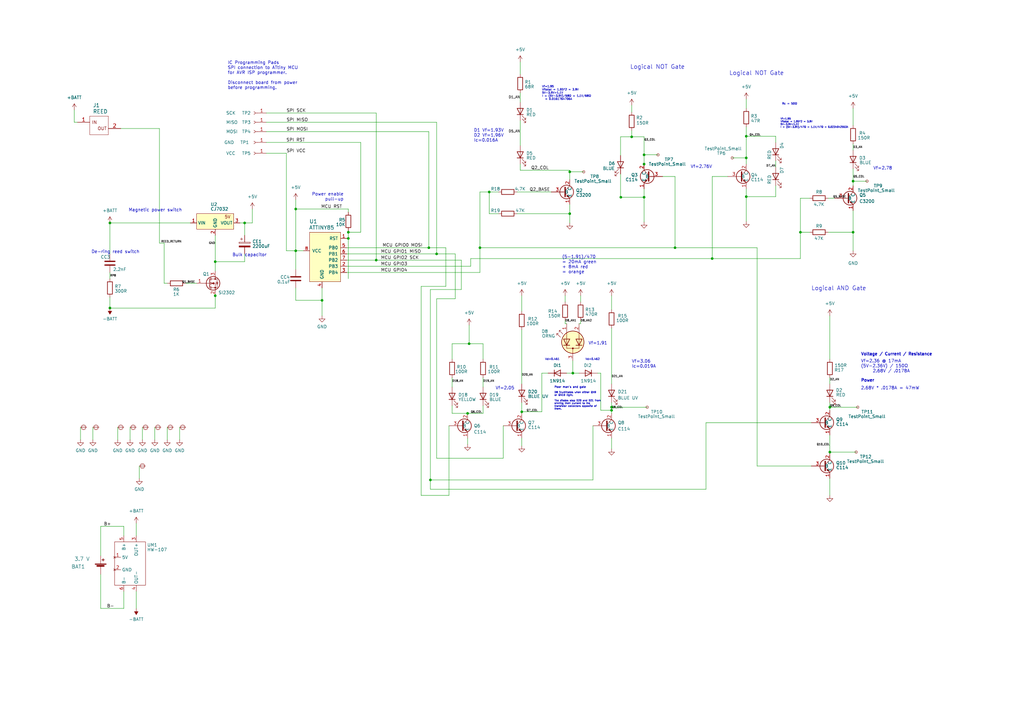
<source format=kicad_sch>
(kicad_sch (version 20211123) (generator eeschema)

  (uuid e63e39d7-6ac0-4ffd-8aa3-1841a4541b55)

  (paper "A3")

  (lib_symbols
    (symbol "CJ7032_1" (in_bom yes) (on_board yes)
      (property "Reference" "U2" (id 0) (at -7.62 5.08 0)
        (effects (font (size 1.27 1.27)) (justify left))
      )
      (property "Value" "CJ7032" (id 1) (at 2.54 -3.81 0)
        (effects (font (size 1.27 1.27)) (justify left))
      )
      (property "Footprint" "UltraLibrary:3p-P2.54mm-big-pad-wire-holes" (id 2) (at 3.175 -5.715 0)
        (effects (font (size 1.27 1.27)) hide)
      )
      (property "Datasheet" "" (id 3) (at 0 0 0)
        (effects (font (size 1.27 1.27)) hide)
      )
      (symbol "CJ7032_1_0_0"
        (text "5V" (at 5.08 2.54 0)
          (effects (font (size 1.27 1.27)))
        )
      )
      (symbol "CJ7032_1_0_1"
        (rectangle (start -7.62 3.81) (end 7.62 -2.54)
          (stroke (width 0) (type default) (color 0 0 0 0))
          (fill (type background))
        )
      )
      (symbol "CJ7032_1_1_1"
        (pin power_in line (at -10.16 0 0) (length 2.54)
          (name "VIN" (effects (font (size 1.27 1.27))))
          (number "1" (effects (font (size 1.27 1.27))))
        )
        (pin output line (at 0 -5.08 90) (length 2.54)
          (name "GND" (effects (font (size 1.27 1.27))))
          (number "2" (effects (font (size 1.27 1.27))))
        )
        (pin power_out line (at 10.16 0 180) (length 2.54)
          (name "VOUT" (effects (font (size 1.27 1.27))))
          (number "3" (effects (font (size 1.27 1.27))))
        )
      )
    )
    (symbol "Connector:Conn_01x01_Female" (pin_names (offset 1.016) hide) (in_bom yes) (on_board yes)
      (property "Reference" "J" (id 0) (at 0 2.54 0)
        (effects (font (size 1.27 1.27)))
      )
      (property "Value" "Conn_01x01_Female" (id 1) (at 0 -2.54 0)
        (effects (font (size 1.27 1.27)))
      )
      (property "Footprint" "" (id 2) (at 0 0 0)
        (effects (font (size 1.27 1.27)) hide)
      )
      (property "Datasheet" "~" (id 3) (at 0 0 0)
        (effects (font (size 1.27 1.27)) hide)
      )
      (property "ki_keywords" "connector" (id 4) (at 0 0 0)
        (effects (font (size 1.27 1.27)) hide)
      )
      (property "ki_description" "Generic connector, single row, 01x01, script generated (kicad-library-utils/schlib/autogen/connector/)" (id 5) (at 0 0 0)
        (effects (font (size 1.27 1.27)) hide)
      )
      (property "ki_fp_filters" "Connector*:*" (id 6) (at 0 0 0)
        (effects (font (size 1.27 1.27)) hide)
      )
      (symbol "Conn_01x01_Female_1_1"
        (polyline
          (pts
            (xy -1.27 0)
            (xy -0.508 0)
          )
          (stroke (width 0.1524) (type default) (color 0 0 0 0))
          (fill (type none))
        )
        (arc (start 0 0.508) (mid -0.508 0) (end 0 -0.508)
          (stroke (width 0.1524) (type default) (color 0 0 0 0))
          (fill (type none))
        )
        (pin passive line (at -5.08 0 0) (length 3.81)
          (name "Pin_1" (effects (font (size 1.27 1.27))))
          (number "1" (effects (font (size 1.27 1.27))))
        )
      )
    )
    (symbol "Connector:TestPoint_Small" (pin_numbers hide) (pin_names (offset 0.762) hide) (in_bom yes) (on_board yes)
      (property "Reference" "TP" (id 0) (at 0 3.81 0)
        (effects (font (size 1.27 1.27)))
      )
      (property "Value" "TestPoint_Small" (id 1) (at 0 2.032 0)
        (effects (font (size 1.27 1.27)))
      )
      (property "Footprint" "" (id 2) (at 5.08 0 0)
        (effects (font (size 1.27 1.27)) hide)
      )
      (property "Datasheet" "~" (id 3) (at 5.08 0 0)
        (effects (font (size 1.27 1.27)) hide)
      )
      (property "ki_keywords" "test point tp" (id 4) (at 0 0 0)
        (effects (font (size 1.27 1.27)) hide)
      )
      (property "ki_description" "test point" (id 5) (at 0 0 0)
        (effects (font (size 1.27 1.27)) hide)
      )
      (property "ki_fp_filters" "Pin* Test*" (id 6) (at 0 0 0)
        (effects (font (size 1.27 1.27)) hide)
      )
      (symbol "TestPoint_Small_0_1"
        (circle (center 0 0) (radius 0.508)
          (stroke (width 0) (type default) (color 0 0 0 0))
          (fill (type none))
        )
      )
      (symbol "TestPoint_Small_1_1"
        (pin passive line (at 0 0 90) (length 0)
          (name "1" (effects (font (size 1.27 1.27))))
          (number "1" (effects (font (size 1.27 1.27))))
        )
      )
    )
    (symbol "Device:Battery_Cell" (pin_numbers hide) (pin_names (offset 0) hide) (in_bom yes) (on_board yes)
      (property "Reference" "BT" (id 0) (at 2.54 2.54 0)
        (effects (font (size 1.27 1.27)) (justify left))
      )
      (property "Value" "Battery_Cell" (id 1) (at 2.54 0 0)
        (effects (font (size 1.27 1.27)) (justify left))
      )
      (property "Footprint" "" (id 2) (at 0 1.524 90)
        (effects (font (size 1.27 1.27)) hide)
      )
      (property "Datasheet" "~" (id 3) (at 0 1.524 90)
        (effects (font (size 1.27 1.27)) hide)
      )
      (property "ki_keywords" "battery cell" (id 4) (at 0 0 0)
        (effects (font (size 1.27 1.27)) hide)
      )
      (property "ki_description" "Single-cell battery" (id 5) (at 0 0 0)
        (effects (font (size 1.27 1.27)) hide)
      )
      (symbol "Battery_Cell_0_1"
        (rectangle (start -2.286 1.778) (end 2.286 1.524)
          (stroke (width 0) (type default) (color 0 0 0 0))
          (fill (type outline))
        )
        (rectangle (start -1.5748 1.1938) (end 1.4732 0.6858)
          (stroke (width 0) (type default) (color 0 0 0 0))
          (fill (type outline))
        )
        (polyline
          (pts
            (xy 0 0.762)
            (xy 0 0)
          )
          (stroke (width 0) (type default) (color 0 0 0 0))
          (fill (type none))
        )
        (polyline
          (pts
            (xy 0 1.778)
            (xy 0 2.54)
          )
          (stroke (width 0) (type default) (color 0 0 0 0))
          (fill (type none))
        )
        (polyline
          (pts
            (xy 0.508 3.429)
            (xy 1.524 3.429)
          )
          (stroke (width 0.254) (type default) (color 0 0 0 0))
          (fill (type none))
        )
        (polyline
          (pts
            (xy 1.016 3.937)
            (xy 1.016 2.921)
          )
          (stroke (width 0.254) (type default) (color 0 0 0 0))
          (fill (type none))
        )
      )
      (symbol "Battery_Cell_1_1"
        (pin passive line (at 0 5.08 270) (length 2.54)
          (name "+" (effects (font (size 1.27 1.27))))
          (number "1" (effects (font (size 1.27 1.27))))
        )
        (pin passive line (at 0 -2.54 90) (length 2.54)
          (name "-" (effects (font (size 1.27 1.27))))
          (number "2" (effects (font (size 1.27 1.27))))
        )
      )
    )
    (symbol "Device:C" (pin_numbers hide) (pin_names (offset 0.254)) (in_bom yes) (on_board yes)
      (property "Reference" "C" (id 0) (at 0.635 2.54 0)
        (effects (font (size 1.27 1.27)) (justify left))
      )
      (property "Value" "C" (id 1) (at 0.635 -2.54 0)
        (effects (font (size 1.27 1.27)) (justify left))
      )
      (property "Footprint" "" (id 2) (at 0.9652 -3.81 0)
        (effects (font (size 1.27 1.27)) hide)
      )
      (property "Datasheet" "~" (id 3) (at 0 0 0)
        (effects (font (size 1.27 1.27)) hide)
      )
      (property "ki_keywords" "cap capacitor" (id 4) (at 0 0 0)
        (effects (font (size 1.27 1.27)) hide)
      )
      (property "ki_description" "Unpolarized capacitor" (id 5) (at 0 0 0)
        (effects (font (size 1.27 1.27)) hide)
      )
      (property "ki_fp_filters" "C_*" (id 6) (at 0 0 0)
        (effects (font (size 1.27 1.27)) hide)
      )
      (symbol "C_0_1"
        (polyline
          (pts
            (xy -2.032 -0.762)
            (xy 2.032 -0.762)
          )
          (stroke (width 0.508) (type default) (color 0 0 0 0))
          (fill (type none))
        )
        (polyline
          (pts
            (xy -2.032 0.762)
            (xy 2.032 0.762)
          )
          (stroke (width 0.508) (type default) (color 0 0 0 0))
          (fill (type none))
        )
      )
      (symbol "C_1_1"
        (pin passive line (at 0 3.81 270) (length 2.794)
          (name "~" (effects (font (size 1.27 1.27))))
          (number "1" (effects (font (size 1.27 1.27))))
        )
        (pin passive line (at 0 -3.81 90) (length 2.794)
          (name "~" (effects (font (size 1.27 1.27))))
          (number "2" (effects (font (size 1.27 1.27))))
        )
      )
    )
    (symbol "Device:C_Polarized" (pin_numbers hide) (pin_names (offset 0.254)) (in_bom yes) (on_board yes)
      (property "Reference" "C" (id 0) (at 0.635 2.54 0)
        (effects (font (size 1.27 1.27)) (justify left))
      )
      (property "Value" "C_Polarized" (id 1) (at 0.635 -2.54 0)
        (effects (font (size 1.27 1.27)) (justify left))
      )
      (property "Footprint" "" (id 2) (at 0.9652 -3.81 0)
        (effects (font (size 1.27 1.27)) hide)
      )
      (property "Datasheet" "~" (id 3) (at 0 0 0)
        (effects (font (size 1.27 1.27)) hide)
      )
      (property "ki_keywords" "cap capacitor" (id 4) (at 0 0 0)
        (effects (font (size 1.27 1.27)) hide)
      )
      (property "ki_description" "Polarized capacitor" (id 5) (at 0 0 0)
        (effects (font (size 1.27 1.27)) hide)
      )
      (property "ki_fp_filters" "CP_*" (id 6) (at 0 0 0)
        (effects (font (size 1.27 1.27)) hide)
      )
      (symbol "C_Polarized_0_1"
        (rectangle (start -2.286 0.508) (end 2.286 1.016)
          (stroke (width 0) (type default) (color 0 0 0 0))
          (fill (type none))
        )
        (polyline
          (pts
            (xy -1.778 2.286)
            (xy -0.762 2.286)
          )
          (stroke (width 0) (type default) (color 0 0 0 0))
          (fill (type none))
        )
        (polyline
          (pts
            (xy -1.27 2.794)
            (xy -1.27 1.778)
          )
          (stroke (width 0) (type default) (color 0 0 0 0))
          (fill (type none))
        )
        (rectangle (start 2.286 -0.508) (end -2.286 -1.016)
          (stroke (width 0) (type default) (color 0 0 0 0))
          (fill (type outline))
        )
      )
      (symbol "C_Polarized_1_1"
        (pin passive line (at 0 3.81 270) (length 2.794)
          (name "~" (effects (font (size 1.27 1.27))))
          (number "1" (effects (font (size 1.27 1.27))))
        )
        (pin passive line (at 0 -3.81 90) (length 2.794)
          (name "~" (effects (font (size 1.27 1.27))))
          (number "2" (effects (font (size 1.27 1.27))))
        )
      )
    )
    (symbol "Device:LED" (pin_numbers hide) (pin_names (offset 1.016) hide) (in_bom yes) (on_board yes)
      (property "Reference" "D" (id 0) (at 0 2.54 0)
        (effects (font (size 1.27 1.27)))
      )
      (property "Value" "LED" (id 1) (at 0 -2.54 0)
        (effects (font (size 1.27 1.27)))
      )
      (property "Footprint" "" (id 2) (at 0 0 0)
        (effects (font (size 1.27 1.27)) hide)
      )
      (property "Datasheet" "~" (id 3) (at 0 0 0)
        (effects (font (size 1.27 1.27)) hide)
      )
      (property "ki_keywords" "LED diode" (id 4) (at 0 0 0)
        (effects (font (size 1.27 1.27)) hide)
      )
      (property "ki_description" "Light emitting diode" (id 5) (at 0 0 0)
        (effects (font (size 1.27 1.27)) hide)
      )
      (property "ki_fp_filters" "LED* LED_SMD:* LED_THT:*" (id 6) (at 0 0 0)
        (effects (font (size 1.27 1.27)) hide)
      )
      (symbol "LED_0_1"
        (polyline
          (pts
            (xy -1.27 -1.27)
            (xy -1.27 1.27)
          )
          (stroke (width 0.254) (type default) (color 0 0 0 0))
          (fill (type none))
        )
        (polyline
          (pts
            (xy -1.27 0)
            (xy 1.27 0)
          )
          (stroke (width 0) (type default) (color 0 0 0 0))
          (fill (type none))
        )
        (polyline
          (pts
            (xy 1.27 -1.27)
            (xy 1.27 1.27)
            (xy -1.27 0)
            (xy 1.27 -1.27)
          )
          (stroke (width 0.254) (type default) (color 0 0 0 0))
          (fill (type none))
        )
        (polyline
          (pts
            (xy -3.048 -0.762)
            (xy -4.572 -2.286)
            (xy -3.81 -2.286)
            (xy -4.572 -2.286)
            (xy -4.572 -1.524)
          )
          (stroke (width 0) (type default) (color 0 0 0 0))
          (fill (type none))
        )
        (polyline
          (pts
            (xy -1.778 -0.762)
            (xy -3.302 -2.286)
            (xy -2.54 -2.286)
            (xy -3.302 -2.286)
            (xy -3.302 -1.524)
          )
          (stroke (width 0) (type default) (color 0 0 0 0))
          (fill (type none))
        )
      )
      (symbol "LED_1_1"
        (pin passive line (at -3.81 0 0) (length 2.54)
          (name "K" (effects (font (size 1.27 1.27))))
          (number "1" (effects (font (size 1.27 1.27))))
        )
        (pin passive line (at 3.81 0 180) (length 2.54)
          (name "A" (effects (font (size 1.27 1.27))))
          (number "2" (effects (font (size 1.27 1.27))))
        )
      )
    )
    (symbol "Device:LED_Dual_AAK" (pin_names (offset 0) hide) (in_bom yes) (on_board yes)
      (property "Reference" "D" (id 0) (at 0 5.715 0)
        (effects (font (size 1.27 1.27)))
      )
      (property "Value" "LED_Dual_AAK" (id 1) (at 0 -6.35 0)
        (effects (font (size 1.27 1.27)))
      )
      (property "Footprint" "" (id 2) (at 0 0 0)
        (effects (font (size 1.27 1.27)) hide)
      )
      (property "Datasheet" "~" (id 3) (at 0 0 0)
        (effects (font (size 1.27 1.27)) hide)
      )
      (property "ki_keywords" "LED diode bicolor dual" (id 4) (at 0 0 0)
        (effects (font (size 1.27 1.27)) hide)
      )
      (property "ki_description" "Dual LED, common cathode on pin 3" (id 5) (at 0 0 0)
        (effects (font (size 1.27 1.27)) hide)
      )
      (property "ki_fp_filters" "LED* LED_SMD:* LED_THT:*" (id 6) (at 0 0 0)
        (effects (font (size 1.27 1.27)) hide)
      )
      (symbol "LED_Dual_AAK_0_1"
        (circle (center -2.54 0) (radius 0.2794)
          (stroke (width 0) (type default) (color 0 0 0 0))
          (fill (type outline))
        )
        (polyline
          (pts
            (xy -4.572 0)
            (xy -2.54 0)
          )
          (stroke (width 0) (type default) (color 0 0 0 0))
          (fill (type none))
        )
        (polyline
          (pts
            (xy -1.27 -1.27)
            (xy -1.27 -3.81)
          )
          (stroke (width 0.254) (type default) (color 0 0 0 0))
          (fill (type none))
        )
        (polyline
          (pts
            (xy -1.27 1.27)
            (xy -1.27 3.81)
          )
          (stroke (width 0.254) (type default) (color 0 0 0 0))
          (fill (type none))
        )
        (polyline
          (pts
            (xy 3.81 -2.54)
            (xy 1.905 -2.54)
          )
          (stroke (width 0) (type default) (color 0 0 0 0))
          (fill (type none))
        )
        (polyline
          (pts
            (xy 3.81 2.54)
            (xy 1.905 2.54)
          )
          (stroke (width 0) (type default) (color 0 0 0 0))
          (fill (type none))
        )
        (polyline
          (pts
            (xy 1.27 -3.81)
            (xy 1.27 -1.27)
            (xy -1.27 -2.54)
            (xy 1.27 -3.81)
          )
          (stroke (width 0.254) (type default) (color 0 0 0 0))
          (fill (type none))
        )
        (polyline
          (pts
            (xy 1.27 1.27)
            (xy 1.27 3.81)
            (xy -1.27 2.54)
            (xy 1.27 1.27)
          )
          (stroke (width 0.254) (type default) (color 0 0 0 0))
          (fill (type none))
        )
        (polyline
          (pts
            (xy 2.032 2.54)
            (xy -2.54 2.54)
            (xy -2.54 -2.54)
            (xy 2.032 -2.54)
          )
          (stroke (width 0) (type default) (color 0 0 0 0))
          (fill (type none))
        )
        (polyline
          (pts
            (xy 2.032 5.08)
            (xy 3.556 6.604)
            (xy 2.794 6.604)
            (xy 3.556 6.604)
            (xy 3.556 5.842)
          )
          (stroke (width 0) (type default) (color 0 0 0 0))
          (fill (type none))
        )
        (polyline
          (pts
            (xy 3.302 4.064)
            (xy 4.826 5.588)
            (xy 4.064 5.588)
            (xy 4.826 5.588)
            (xy 4.826 4.826)
          )
          (stroke (width 0) (type default) (color 0 0 0 0))
          (fill (type none))
        )
        (circle (center 0 0) (radius 4.572)
          (stroke (width 0.254) (type default) (color 0 0 0 0))
          (fill (type background))
        )
      )
      (symbol "LED_Dual_AAK_1_1"
        (pin input line (at 7.62 2.54 180) (length 3.81)
          (name "A1" (effects (font (size 1.27 1.27))))
          (number "1" (effects (font (size 1.27 1.27))))
        )
        (pin input line (at 7.62 -2.54 180) (length 3.81)
          (name "A2" (effects (font (size 1.27 1.27))))
          (number "2" (effects (font (size 1.27 1.27))))
        )
        (pin input line (at -7.62 0 0) (length 3.048)
          (name "K" (effects (font (size 1.27 1.27))))
          (number "3" (effects (font (size 1.27 1.27))))
        )
      )
    )
    (symbol "Device:R" (pin_numbers hide) (pin_names (offset 0)) (in_bom yes) (on_board yes)
      (property "Reference" "R" (id 0) (at 2.032 0 90)
        (effects (font (size 1.27 1.27)))
      )
      (property "Value" "R" (id 1) (at 0 0 90)
        (effects (font (size 1.27 1.27)))
      )
      (property "Footprint" "" (id 2) (at -1.778 0 90)
        (effects (font (size 1.27 1.27)) hide)
      )
      (property "Datasheet" "~" (id 3) (at 0 0 0)
        (effects (font (size 1.27 1.27)) hide)
      )
      (property "ki_keywords" "R res resistor" (id 4) (at 0 0 0)
        (effects (font (size 1.27 1.27)) hide)
      )
      (property "ki_description" "Resistor" (id 5) (at 0 0 0)
        (effects (font (size 1.27 1.27)) hide)
      )
      (property "ki_fp_filters" "R_*" (id 6) (at 0 0 0)
        (effects (font (size 1.27 1.27)) hide)
      )
      (symbol "R_0_1"
        (rectangle (start -1.016 -2.54) (end 1.016 2.54)
          (stroke (width 0.254) (type default) (color 0 0 0 0))
          (fill (type none))
        )
      )
      (symbol "R_1_1"
        (pin passive line (at 0 3.81 270) (length 1.27)
          (name "~" (effects (font (size 1.27 1.27))))
          (number "1" (effects (font (size 1.27 1.27))))
        )
        (pin passive line (at 0 -3.81 90) (length 1.27)
          (name "~" (effects (font (size 1.27 1.27))))
          (number "2" (effects (font (size 1.27 1.27))))
        )
      )
    )
    (symbol "Diode:1N914" (pin_numbers hide) (pin_names (offset 1.016) hide) (in_bom yes) (on_board yes)
      (property "Reference" "D" (id 0) (at 0 2.54 0)
        (effects (font (size 1.27 1.27)))
      )
      (property "Value" "1N914" (id 1) (at 0 -2.54 0)
        (effects (font (size 1.27 1.27)))
      )
      (property "Footprint" "Diode_THT:D_DO-35_SOD27_P7.62mm_Horizontal" (id 2) (at 0 -4.445 0)
        (effects (font (size 1.27 1.27)) hide)
      )
      (property "Datasheet" "http://www.vishay.com/docs/85622/1n914.pdf" (id 3) (at 0 0 0)
        (effects (font (size 1.27 1.27)) hide)
      )
      (property "ki_keywords" "diode" (id 4) (at 0 0 0)
        (effects (font (size 1.27 1.27)) hide)
      )
      (property "ki_description" "100V 0.3A Small Signal Fast Switching Diode, DO-35" (id 5) (at 0 0 0)
        (effects (font (size 1.27 1.27)) hide)
      )
      (property "ki_fp_filters" "D*DO?35*" (id 6) (at 0 0 0)
        (effects (font (size 1.27 1.27)) hide)
      )
      (symbol "1N914_0_1"
        (polyline
          (pts
            (xy -1.27 1.27)
            (xy -1.27 -1.27)
          )
          (stroke (width 0.254) (type default) (color 0 0 0 0))
          (fill (type none))
        )
        (polyline
          (pts
            (xy 1.27 0)
            (xy -1.27 0)
          )
          (stroke (width 0) (type default) (color 0 0 0 0))
          (fill (type none))
        )
        (polyline
          (pts
            (xy 1.27 1.27)
            (xy 1.27 -1.27)
            (xy -1.27 0)
            (xy 1.27 1.27)
          )
          (stroke (width 0.254) (type default) (color 0 0 0 0))
          (fill (type none))
        )
      )
      (symbol "1N914_1_1"
        (pin passive line (at -3.81 0 0) (length 2.54)
          (name "K" (effects (font (size 1.27 1.27))))
          (number "1" (effects (font (size 1.27 1.27))))
        )
        (pin passive line (at 3.81 0 180) (length 2.54)
          (name "A" (effects (font (size 1.27 1.27))))
          (number "2" (effects (font (size 1.27 1.27))))
        )
      )
    )
    (symbol "Fairybox:2SC3199" (in_bom yes) (on_board yes)
      (property "Reference" "Q" (id 0) (at -2.54 3.81 0)
        (effects (font (size 1.27 1.27)))
      )
      (property "Value" "2SC3199" (id 1) (at 6.35 -3.81 0)
        (effects (font (size 1.27 1.27)))
      )
      (property "Footprint" "" (id 2) (at 0 -11.43 0)
        (effects (font (size 1.27 1.27)) hide)
      )
      (property "Datasheet" "" (id 3) (at 0 -11.43 0)
        (effects (font (size 1.27 1.27)) hide)
      )
      (symbol "2SC3199_0_1"
        (polyline
          (pts
            (xy -1.27 0)
            (xy -0.635 0)
          )
          (stroke (width 0) (type default) (color 0 0 0 0))
          (fill (type none))
        )
        (polyline
          (pts
            (xy -0.635 0.635)
            (xy 1.27 2.54)
          )
          (stroke (width 0) (type default) (color 0 0 0 0))
          (fill (type none))
        )
        (polyline
          (pts
            (xy -0.635 -0.635)
            (xy 1.27 -2.54)
            (xy 1.27 -2.54)
          )
          (stroke (width 0) (type default) (color 0 0 0 0))
          (fill (type none))
        )
        (polyline
          (pts
            (xy -0.635 1.905)
            (xy -0.635 -1.905)
            (xy -0.635 -1.905)
          )
          (stroke (width 0.508) (type default) (color 0 0 0 0))
          (fill (type none))
        )
        (polyline
          (pts
            (xy 0 -1.778)
            (xy 0.508 -1.27)
            (xy 1.016 -2.286)
            (xy 0 -1.778)
            (xy 0 -1.778)
          )
          (stroke (width 0) (type default) (color 0 0 0 0))
          (fill (type outline))
        )
        (circle (center 0 0) (radius 2.8194)
          (stroke (width 0.254) (type default) (color 0 0 0 0))
          (fill (type none))
        )
      )
      (symbol "2SC3199_1_1"
        (pin passive line (at 1.27 -5.08 90) (length 2.54)
          (name "E" (effects (font (size 1.27 1.27))))
          (number "1" (effects (font (size 1.27 1.27))))
        )
        (pin passive line (at 1.27 5.08 270) (length 2.54)
          (name "C" (effects (font (size 1.27 1.27))))
          (number "2" (effects (font (size 1.27 1.27))))
        )
        (pin input line (at -6.35 0 0) (length 5.08)
          (name "B" (effects (font (size 1.27 1.27))))
          (number "3" (effects (font (size 1.27 1.27))))
        )
      )
    )
    (symbol "Fairybox:HW-107" (in_bom yes) (on_board yes)
      (property "Reference" "U335" (id 0) (at -7.62 10.16 0)
        (effects (font (size 1.27 1.27)))
      )
      (property "Value" "HW-107" (id 1) (at 5.08 -10.16 0)
        (effects (font (size 1.27 1.27)))
      )
      (property "Footprint" "" (id 2) (at 0 0 0)
        (effects (font (size 1.27 1.27)) hide)
      )
      (property "Datasheet" "" (id 3) (at 0 0 0)
        (effects (font (size 1.27 1.27)) hide)
      )
      (symbol "HW-107_0_1"
        (rectangle (start -6.35 8.89) (end 6.35 -8.89)
          (stroke (width 0) (type default) (color 0 0 0 0))
          (fill (type none))
        )
      )
      (symbol "HW-107_1_1"
        (pin no_connect line (at -6.35 2.54 0) (length 2.54)
          (name "5V" (effects (font (size 1.27 1.27))))
          (number "1" (effects (font (size 1.27 1.27))))
        )
        (pin no_connect line (at -6.35 -2.54 0) (length 2.54)
          (name "GND" (effects (font (size 1.27 1.27))))
          (number "2" (effects (font (size 1.27 1.27))))
        )
        (pin power_out line (at 2.54 11.43 270) (length 2.54)
          (name "OUT+" (effects (font (size 1.27 1.27))))
          (number "3" (effects (font (size 1.27 1.27))))
        )
        (pin power_out line (at 2.54 -11.43 90) (length 2.54)
          (name "OUT-" (effects (font (size 1.27 1.27))))
          (number "4" (effects (font (size 1.27 1.27))))
        )
        (pin power_in line (at -2.54 11.43 270) (length 2.54)
          (name "B+" (effects (font (size 1.27 1.27))))
          (number "5" (effects (font (size 1.27 1.27))))
        )
        (pin power_in line (at -2.54 -11.43 90) (length 2.54)
          (name "B-" (effects (font (size 1.27 1.27))))
          (number "6" (effects (font (size 1.27 1.27))))
        )
      )
    )
    (symbol "KF128-2P_1" (pin_names (offset 0.254) hide) (in_bom yes) (on_board yes)
      (property "Reference" "J1" (id 0) (at -10.16 5.715 0)
        (effects (font (size 1.524 1.524)) (justify left))
      )
      (property "Value" "REED" (id 1) (at -6.35 5.715 0)
        (effects (font (size 1.524 1.524)) (justify left))
      )
      (property "Footprint" "UltraLibrary:KF128-2P" (id 2) (at 1.27 -5.08 0)
        (effects (font (size 1.524 1.524)) hide)
      )
      (property "Datasheet" "" (id 3) (at -8.89 1.905 0)
        (effects (font (size 1.524 1.524)))
      )
      (property "ki_locked" "" (id 4) (at 0 0 0)
        (effects (font (size 1.27 1.27)))
      )
      (property "ki_fp_filters" "CONN2_910002_WRE" (id 5) (at 0 0 0)
        (effects (font (size 1.27 1.27)) hide)
      )
      (symbol "KF128-2P_1_0_0"
        (text "IN" (at -1.905 1.905 0)
          (effects (font (size 1.27 1.27)))
        )
        (text "OUT" (at 1.27 -0.635 0)
          (effects (font (size 1.27 1.27)))
        )
      )
      (symbol "KF128-2P_1_1_1"
        (polyline
          (pts
            (xy -3.81 -3.175)
            (xy 3.81 -3.175)
          )
          (stroke (width 0.127) (type default) (color 0 0 0 0))
          (fill (type none))
        )
        (polyline
          (pts
            (xy -3.81 4.445)
            (xy -3.81 -3.175)
          )
          (stroke (width 0.127) (type default) (color 0 0 0 0))
          (fill (type none))
        )
        (polyline
          (pts
            (xy 3.81 -3.175)
            (xy 3.81 4.445)
          )
          (stroke (width 0.127) (type default) (color 0 0 0 0))
          (fill (type none))
        )
        (polyline
          (pts
            (xy 3.81 4.445)
            (xy -3.81 4.445)
          )
          (stroke (width 0.127) (type default) (color 0 0 0 0))
          (fill (type none))
        )
        (pin bidirectional line (at -8.89 1.905 0) (length 5.08)
          (name "1" (effects (font (size 1.4986 1.4986))))
          (number "1" (effects (font (size 1.4986 1.4986))))
        )
        (pin bidirectional line (at 8.89 -0.635 180) (length 5.08)
          (name "2" (effects (font (size 1.4986 1.4986))))
          (number "2" (effects (font (size 1.4986 1.4986))))
        )
      )
    )
    (symbol "Transistor_FET:TSM2302CX" (pin_names hide) (in_bom yes) (on_board yes)
      (property "Reference" "Q" (id 0) (at 5.08 1.905 0)
        (effects (font (size 1.27 1.27)) (justify left))
      )
      (property "Value" "TSM2302CX" (id 1) (at 5.08 0 0)
        (effects (font (size 1.27 1.27)) (justify left))
      )
      (property "Footprint" "Package_TO_SOT_SMD:SOT-23" (id 2) (at 5.08 -1.905 0)
        (effects (font (size 1.27 1.27) italic) (justify left) hide)
      )
      (property "Datasheet" "https://www.taiwansemi.com/products/datasheet/TSM2302CX_E1608.pdf" (id 3) (at 0 0 0)
        (effects (font (size 1.27 1.27)) (justify left) hide)
      )
      (property "ki_keywords" "N-Channel MOSFET" (id 4) (at 0 0 0)
        (effects (font (size 1.27 1.27)) hide)
      )
      (property "ki_description" "3.9A Id, 20V Vds, N-Channel MOSFET, SOT-23" (id 5) (at 0 0 0)
        (effects (font (size 1.27 1.27)) hide)
      )
      (property "ki_fp_filters" "SOT?23*" (id 6) (at 0 0 0)
        (effects (font (size 1.27 1.27)) hide)
      )
      (symbol "TSM2302CX_0_1"
        (polyline
          (pts
            (xy 0.254 0)
            (xy -2.54 0)
          )
          (stroke (width 0) (type default) (color 0 0 0 0))
          (fill (type none))
        )
        (polyline
          (pts
            (xy 0.254 1.905)
            (xy 0.254 -1.905)
          )
          (stroke (width 0.254) (type default) (color 0 0 0 0))
          (fill (type none))
        )
        (polyline
          (pts
            (xy 0.762 -1.27)
            (xy 0.762 -2.286)
          )
          (stroke (width 0.254) (type default) (color 0 0 0 0))
          (fill (type none))
        )
        (polyline
          (pts
            (xy 0.762 0.508)
            (xy 0.762 -0.508)
          )
          (stroke (width 0.254) (type default) (color 0 0 0 0))
          (fill (type none))
        )
        (polyline
          (pts
            (xy 0.762 2.286)
            (xy 0.762 1.27)
          )
          (stroke (width 0.254) (type default) (color 0 0 0 0))
          (fill (type none))
        )
        (polyline
          (pts
            (xy 2.54 2.54)
            (xy 2.54 1.778)
          )
          (stroke (width 0) (type default) (color 0 0 0 0))
          (fill (type none))
        )
        (polyline
          (pts
            (xy 2.54 -2.54)
            (xy 2.54 0)
            (xy 0.762 0)
          )
          (stroke (width 0) (type default) (color 0 0 0 0))
          (fill (type none))
        )
        (polyline
          (pts
            (xy 0.762 -1.778)
            (xy 3.302 -1.778)
            (xy 3.302 1.778)
            (xy 0.762 1.778)
          )
          (stroke (width 0) (type default) (color 0 0 0 0))
          (fill (type none))
        )
        (polyline
          (pts
            (xy 1.016 0)
            (xy 2.032 0.381)
            (xy 2.032 -0.381)
            (xy 1.016 0)
          )
          (stroke (width 0) (type default) (color 0 0 0 0))
          (fill (type outline))
        )
        (polyline
          (pts
            (xy 2.794 0.508)
            (xy 2.921 0.381)
            (xy 3.683 0.381)
            (xy 3.81 0.254)
          )
          (stroke (width 0) (type default) (color 0 0 0 0))
          (fill (type none))
        )
        (polyline
          (pts
            (xy 3.302 0.381)
            (xy 2.921 -0.254)
            (xy 3.683 -0.254)
            (xy 3.302 0.381)
          )
          (stroke (width 0) (type default) (color 0 0 0 0))
          (fill (type none))
        )
        (circle (center 1.651 0) (radius 2.794)
          (stroke (width 0.254) (type default) (color 0 0 0 0))
          (fill (type none))
        )
        (circle (center 2.54 -1.778) (radius 0.254)
          (stroke (width 0) (type default) (color 0 0 0 0))
          (fill (type outline))
        )
        (circle (center 2.54 1.778) (radius 0.254)
          (stroke (width 0) (type default) (color 0 0 0 0))
          (fill (type outline))
        )
      )
      (symbol "TSM2302CX_1_1"
        (pin input line (at -5.08 0 0) (length 2.54)
          (name "G" (effects (font (size 1.27 1.27))))
          (number "1" (effects (font (size 1.27 1.27))))
        )
        (pin passive line (at 2.54 -5.08 90) (length 2.54)
          (name "S" (effects (font (size 1.27 1.27))))
          (number "2" (effects (font (size 1.27 1.27))))
        )
        (pin passive line (at 2.54 5.08 270) (length 2.54)
          (name "D" (effects (font (size 1.27 1.27))))
          (number "3" (effects (font (size 1.27 1.27))))
        )
      )
    )
    (symbol "dk_Embedded-Microcontrollers:ATTINY85-20SU" (pin_names (offset 1.016)) (in_bom yes) (on_board yes)
      (property "Reference" "U1" (id 0) (at 5.08 6.35 0)
        (effects (font (size 1.524 1.524)) (justify left))
      )
      (property "Value" "ATTINY85" (id 1) (at 1.27 6.35 0)
        (effects (font (size 1.524 1.524)) (justify left))
      )
      (property "Footprint" "Package_DIP:DIP-8_W10.16mm" (id 2) (at 5.08 5.08 0)
        (effects (font (size 1.524 1.524)) (justify left) hide)
      )
      (property "Datasheet" "http://www.microchip.com/mymicrochip/filehandler.aspx?ddocname=en589894" (id 3) (at 5.08 7.62 0)
        (effects (font (size 1.524 1.524)) (justify left) hide)
      )
      (property "Digi-Key_PN" "ATTINY85-20SU-ND" (id 4) (at 5.08 10.16 0)
        (effects (font (size 1.524 1.524)) (justify left) hide)
      )
      (property "MPN" "ATTINY85-20SU" (id 5) (at 5.08 12.7 0)
        (effects (font (size 1.524 1.524)) (justify left) hide)
      )
      (property "Category" "Integrated Circuits (ICs)" (id 6) (at 5.08 15.24 0)
        (effects (font (size 1.524 1.524)) (justify left) hide)
      )
      (property "Family" "Embedded - Microcontrollers" (id 7) (at 5.08 17.78 0)
        (effects (font (size 1.524 1.524)) (justify left) hide)
      )
      (property "DK_Datasheet_Link" "http://www.microchip.com/mymicrochip/filehandler.aspx?ddocname=en589894" (id 8) (at 5.08 20.32 0)
        (effects (font (size 1.524 1.524)) (justify left) hide)
      )
      (property "DK_Detail_Page" "/product-detail/en/microchip-technology/ATTINY85-20SU/ATTINY85-20SU-ND/735470" (id 9) (at 5.08 22.86 0)
        (effects (font (size 1.524 1.524)) (justify left) hide)
      )
      (property "Description" "IC MCU 8BIT 8KB FLASH 8SOIC" (id 10) (at 5.08 25.4 0)
        (effects (font (size 1.524 1.524)) (justify left) hide)
      )
      (property "Manufacturer" "Microchip Technology" (id 11) (at 5.08 27.94 0)
        (effects (font (size 1.524 1.524)) (justify left) hide)
      )
      (property "Status" "Active" (id 12) (at 5.08 30.48 0)
        (effects (font (size 1.524 1.524)) (justify left) hide)
      )
      (property "ki_description" "IC MCU 8BIT 8KB FLASH 8SOIC" (id 13) (at 0 0 0)
        (effects (font (size 1.27 1.27)) hide)
      )
      (symbol "ATTINY85-20SU_0_1"
        (rectangle (start -5.08 5.08) (end 7.62 -15.24)
          (stroke (width 0) (type default) (color 0 0 0 0))
          (fill (type background))
        )
      )
      (symbol "ATTINY85-20SU_1_1"
        (pin bidirectional line (at -7.62 2.54 0) (length 2.54)
          (name "RST" (effects (font (size 1.27 1.27))))
          (number "1" (effects (font (size 1.27 1.27))))
        )
        (pin bidirectional line (at -7.62 -8.89 0) (length 2.54)
          (name "PB3" (effects (font (size 1.27 1.27))))
          (number "2" (effects (font (size 1.27 1.27))))
        )
        (pin bidirectional line (at -7.62 -11.43 0) (length 2.54)
          (name "PB4" (effects (font (size 1.27 1.27))))
          (number "3" (effects (font (size 1.27 1.27))))
        )
        (pin power_in line (at 2.54 -17.78 90) (length 2.54)
          (name "GND" (effects (font (size 1.27 1.27))))
          (number "4" (effects (font (size 1.27 1.27))))
        )
        (pin bidirectional line (at -7.62 -1.27 0) (length 2.54)
          (name "PB0" (effects (font (size 1.27 1.27))))
          (number "5" (effects (font (size 1.27 1.27))))
        )
        (pin bidirectional line (at -7.62 -3.81 0) (length 2.54)
          (name "PB1" (effects (font (size 1.27 1.27))))
          (number "6" (effects (font (size 1.27 1.27))))
        )
        (pin bidirectional line (at -7.62 -6.35 0) (length 2.54)
          (name "PB2" (effects (font (size 1.27 1.27))))
          (number "7" (effects (font (size 1.27 1.27))))
        )
        (pin power_in line (at 10.16 -2.54 180) (length 2.54)
          (name "VCC" (effects (font (size 1.27 1.27))))
          (number "8" (effects (font (size 1.27 1.27))))
        )
      )
    )
    (symbol "power:+5V" (power) (pin_names (offset 0)) (in_bom yes) (on_board yes)
      (property "Reference" "#PWR" (id 0) (at 0 -3.81 0)
        (effects (font (size 1.27 1.27)) hide)
      )
      (property "Value" "+5V" (id 1) (at 0 3.556 0)
        (effects (font (size 1.27 1.27)))
      )
      (property "Footprint" "" (id 2) (at 0 0 0)
        (effects (font (size 1.27 1.27)) hide)
      )
      (property "Datasheet" "" (id 3) (at 0 0 0)
        (effects (font (size 1.27 1.27)) hide)
      )
      (property "ki_keywords" "power-flag" (id 4) (at 0 0 0)
        (effects (font (size 1.27 1.27)) hide)
      )
      (property "ki_description" "Power symbol creates a global label with name \"+5V\"" (id 5) (at 0 0 0)
        (effects (font (size 1.27 1.27)) hide)
      )
      (symbol "+5V_0_1"
        (polyline
          (pts
            (xy -0.762 1.27)
            (xy 0 2.54)
          )
          (stroke (width 0) (type default) (color 0 0 0 0))
          (fill (type none))
        )
        (polyline
          (pts
            (xy 0 0)
            (xy 0 2.54)
          )
          (stroke (width 0) (type default) (color 0 0 0 0))
          (fill (type none))
        )
        (polyline
          (pts
            (xy 0 2.54)
            (xy 0.762 1.27)
          )
          (stroke (width 0) (type default) (color 0 0 0 0))
          (fill (type none))
        )
      )
      (symbol "+5V_1_1"
        (pin power_in line (at 0 0 90) (length 0) hide
          (name "+5V" (effects (font (size 1.27 1.27))))
          (number "1" (effects (font (size 1.27 1.27))))
        )
      )
    )
    (symbol "power:+BATT" (power) (pin_names (offset 0)) (in_bom yes) (on_board yes)
      (property "Reference" "#PWR" (id 0) (at 0 -3.81 0)
        (effects (font (size 1.27 1.27)) hide)
      )
      (property "Value" "+BATT" (id 1) (at 0 3.556 0)
        (effects (font (size 1.27 1.27)))
      )
      (property "Footprint" "" (id 2) (at 0 0 0)
        (effects (font (size 1.27 1.27)) hide)
      )
      (property "Datasheet" "" (id 3) (at 0 0 0)
        (effects (font (size 1.27 1.27)) hide)
      )
      (property "ki_keywords" "power-flag battery" (id 4) (at 0 0 0)
        (effects (font (size 1.27 1.27)) hide)
      )
      (property "ki_description" "Power symbol creates a global label with name \"+BATT\"" (id 5) (at 0 0 0)
        (effects (font (size 1.27 1.27)) hide)
      )
      (symbol "+BATT_0_1"
        (polyline
          (pts
            (xy -0.762 1.27)
            (xy 0 2.54)
          )
          (stroke (width 0) (type default) (color 0 0 0 0))
          (fill (type none))
        )
        (polyline
          (pts
            (xy 0 0)
            (xy 0 2.54)
          )
          (stroke (width 0) (type default) (color 0 0 0 0))
          (fill (type none))
        )
        (polyline
          (pts
            (xy 0 2.54)
            (xy 0.762 1.27)
          )
          (stroke (width 0) (type default) (color 0 0 0 0))
          (fill (type none))
        )
      )
      (symbol "+BATT_1_1"
        (pin power_in line (at 0 0 90) (length 0) hide
          (name "+BATT" (effects (font (size 1.27 1.27))))
          (number "1" (effects (font (size 1.27 1.27))))
        )
      )
    )
    (symbol "power:-BATT" (power) (pin_names (offset 0)) (in_bom yes) (on_board yes)
      (property "Reference" "#PWR" (id 0) (at 0 -3.81 0)
        (effects (font (size 1.27 1.27)) hide)
      )
      (property "Value" "-BATT" (id 1) (at 0 3.556 0)
        (effects (font (size 1.27 1.27)))
      )
      (property "Footprint" "" (id 2) (at 0 0 0)
        (effects (font (size 1.27 1.27)) hide)
      )
      (property "Datasheet" "" (id 3) (at 0 0 0)
        (effects (font (size 1.27 1.27)) hide)
      )
      (property "ki_keywords" "power-flag battery" (id 4) (at 0 0 0)
        (effects (font (size 1.27 1.27)) hide)
      )
      (property "ki_description" "Power symbol creates a global label with name \"-BATT\"" (id 5) (at 0 0 0)
        (effects (font (size 1.27 1.27)) hide)
      )
      (symbol "-BATT_0_1"
        (polyline
          (pts
            (xy 0 0)
            (xy 0 2.54)
          )
          (stroke (width 0) (type default) (color 0 0 0 0))
          (fill (type none))
        )
        (polyline
          (pts
            (xy 0.762 1.27)
            (xy -0.762 1.27)
            (xy 0 2.54)
            (xy 0.762 1.27)
          )
          (stroke (width 0) (type default) (color 0 0 0 0))
          (fill (type outline))
        )
      )
      (symbol "-BATT_1_1"
        (pin power_in line (at 0 0 90) (length 0) hide
          (name "-BATT" (effects (font (size 1.27 1.27))))
          (number "1" (effects (font (size 1.27 1.27))))
        )
      )
    )
    (symbol "power:GND" (power) (pin_names (offset 0)) (in_bom yes) (on_board yes)
      (property "Reference" "#PWR" (id 0) (at 0 -6.35 0)
        (effects (font (size 1.27 1.27)) hide)
      )
      (property "Value" "GND" (id 1) (at 0 -3.81 0)
        (effects (font (size 1.27 1.27)))
      )
      (property "Footprint" "" (id 2) (at 0 0 0)
        (effects (font (size 1.27 1.27)) hide)
      )
      (property "Datasheet" "" (id 3) (at 0 0 0)
        (effects (font (size 1.27 1.27)) hide)
      )
      (property "ki_keywords" "power-flag" (id 4) (at 0 0 0)
        (effects (font (size 1.27 1.27)) hide)
      )
      (property "ki_description" "Power symbol creates a global label with name \"GND\" , ground" (id 5) (at 0 0 0)
        (effects (font (size 1.27 1.27)) hide)
      )
      (symbol "GND_0_1"
        (polyline
          (pts
            (xy 0 0)
            (xy 0 -1.27)
            (xy 1.27 -1.27)
            (xy 0 -2.54)
            (xy -1.27 -1.27)
            (xy 0 -1.27)
          )
          (stroke (width 0) (type default) (color 0 0 0 0))
          (fill (type none))
        )
      )
      (symbol "GND_1_1"
        (pin power_in line (at 0 0 270) (length 0) hide
          (name "GND" (effects (font (size 1.27 1.27))))
          (number "1" (effects (font (size 1.27 1.27))))
        )
      )
    )
    (symbol "ultra_library:ViaGND" (pin_numbers hide) (pin_names (offset 0) hide) (in_bom yes) (on_board yes)
      (property "Reference" "JP" (id 0) (at -1.27 2.032 0)
        (effects (font (size 1.27 1.27)))
      )
      (property "Value" "ViaGND" (id 1) (at 0 -2.286 0)
        (effects (font (size 1.27 1.27)))
      )
      (property "Footprint" "" (id 2) (at 0 0 0)
        (effects (font (size 1.27 1.27)) hide)
      )
      (property "Datasheet" "" (id 3) (at 0 0 0)
        (effects (font (size 1.27 1.27)) hide)
      )
      (symbol "ViaGND_0_1"
        (circle (center 0 0) (radius 0.762)
          (stroke (width 0.1) (type default) (color 0 0 0 0))
          (fill (type none))
        )
        (circle (center 0 0) (radius 1.016)
          (stroke (width 0.1) (type default) (color 0 0 0 0))
          (fill (type none))
        )
      )
      (symbol "ViaGND_1_1"
        (pin input line (at -1.27 0 0) (length 2.54)
          (name "GND" (effects (font (size 1.27 1.27))))
          (number "1" (effects (font (size 1.27 1.27))))
        )
      )
    )
  )

  (junction (at 264.16 67.31) (diameter 0) (color 0 0 0 0)
    (uuid 004495eb-d153-473b-913b-50af6c8fe047)
  )
  (junction (at 233.68 87.63) (diameter 0) (color 0 0 0 0)
    (uuid 00628819-ed48-4eba-935a-770e752b6ebb)
  )
  (junction (at 250.825 167.005) (diameter 0) (color 0 0 0 0)
    (uuid 03a0637e-33fc-4e70-8719-56b42ed1aa8a)
  )
  (junction (at 213.995 168.91) (diameter 0) (color 0 0 0 0)
    (uuid 06eba001-9389-4918-810d-5a7cac7619db)
  )
  (junction (at 154.305 106.68) (diameter 0) (color 0 0 0 0)
    (uuid 0fad66b7-4505-4564-a7df-44fd81dfd928)
  )
  (junction (at 306.07 80.645) (diameter 0) (color 0 0 0 0)
    (uuid 2ae01e8f-501b-4b76-97a6-92c568bf2d15)
  )
  (junction (at 264.16 63.5) (diameter 0) (color 0 0 0 0)
    (uuid 2e37e709-c918-44ab-ba9f-db94f2623130)
  )
  (junction (at 121.285 102.87) (diameter 0) (color 0 0 0 0)
    (uuid 394d3071-494f-46af-bfab-95701e5aebf5)
  )
  (junction (at 191.77 169.545) (diameter 0) (color 0 0 0 0)
    (uuid 434016de-9c07-448d-a850-c370411266ef)
  )
  (junction (at 328.295 95.25) (diameter 0) (color 0 0 0 0)
    (uuid 4ae17d70-699a-48b4-ba64-7062172df4bf)
  )
  (junction (at 121.285 85.725) (diameter 0) (color 0 0 0 0)
    (uuid 4e390be9-e76b-4db5-b641-350331ddd40e)
  )
  (junction (at 340.36 185.42) (diameter 0) (color 0 0 0 0)
    (uuid 5265043f-015d-4885-8ca5-5f4bc901b077)
  )
  (junction (at 45.085 126.3325) (diameter 0) (color 0 0 0 0)
    (uuid 538efc40-5fb2-4188-a1d8-040682add576)
  )
  (junction (at 349.885 74.295) (diameter 0) (color 0 0 0 0)
    (uuid 5a009a93-748e-4e72-b20f-4a53256a5c4b)
  )
  (junction (at 292.1 106.045) (diameter 0) (color 0 0 0 0)
    (uuid 5c9dfcb9-5def-44c5-9616-fa4debcddd06)
  )
  (junction (at 264.16 80.899) (diameter 0) (color 0 0 0 0)
    (uuid 70a9b187-8dab-4db6-aeef-87d1ab3355fe)
  )
  (junction (at 259.08 56.134) (diameter 0) (color 0 0 0 0)
    (uuid 719aef98-a6f4-490b-88cd-d7f8f02537b6)
  )
  (junction (at 192.405 140.97) (diameter 0) (color 0 0 0 0)
    (uuid 736ee715-fc5a-4196-a6fb-a4f5e0fb8859)
  )
  (junction (at 196.85 101.6) (diameter 0) (color 0 0 0 0)
    (uuid 76fa1a02-d22f-4100-99ab-bd1fcd0ac734)
  )
  (junction (at 132.08 123.19) (diameter 0) (color 0 0 0 0)
    (uuid 7cb2d248-ade4-4e64-8b80-97792e6ec809)
  )
  (junction (at 88.265 107.315) (diameter 0) (color 0 0 0 0)
    (uuid 7cf75ab5-2b0c-4316-b698-e9133b2adbaf)
  )
  (junction (at 233.68 70.485) (diameter 0) (color 0 0 0 0)
    (uuid 888e8de8-0c02-447d-ad5c-e1ced62bb93a)
  )
  (junction (at 306.07 64.77) (diameter 0) (color 0 0 0 0)
    (uuid 8c47e6e6-3a1c-4329-a686-5b7b7de62192)
  )
  (junction (at 88.265 121.285) (diameter 0) (color 0 0 0 0)
    (uuid 8eea2293-c1cd-4898-a562-1a2641441658)
  )
  (junction (at 250.825 168.275) (diameter 0) (color 0 0 0 0)
    (uuid 979d394d-162d-47d4-9e9b-7e20dce206aa)
  )
  (junction (at 340.36 167.005) (diameter 0) (color 0 0 0 0)
    (uuid 9acfce76-a3e1-4984-a4f4-1ec20d4fd1cd)
  )
  (junction (at 234.95 153.035) (diameter 0) (color 0 0 0 0)
    (uuid a2135ae0-c6a3-4c8c-9ca7-d7f41d70ceac)
  )
  (junction (at 254.635 80.899) (diameter 0) (color 0 0 0 0)
    (uuid a3d02e7f-8f25-4df9-ad47-5a762340a536)
  )
  (junction (at 306.07 55.88) (diameter 0) (color 0 0 0 0)
    (uuid b8b89783-383a-4f62-bf47-b2489c9acba2)
  )
  (junction (at 45.085 91.44) (diameter 0) (color 0 0 0 0)
    (uuid bf055e61-38ce-4e64-a00a-7ac7fa6d1939)
  )
  (junction (at 200.66 78.74) (diameter 0) (color 0 0 0 0)
    (uuid c63b1754-a996-4e59-8021-2fbb3f278242)
  )
  (junction (at 179.07 104.14) (diameter 0) (color 0 0 0 0)
    (uuid cb5c9111-b32f-4590-91a8-f81502e49500)
  )
  (junction (at 349.885 95.25) (diameter 0) (color 0 0 0 0)
    (uuid cdeb3571-ed42-46bd-8539-2647d65c1b28)
  )
  (junction (at 176.53 196.85) (diameter 0) (color 0 0 0 0)
    (uuid d5e68fb0-7f73-40c5-9817-45aae76cd15e)
  )
  (junction (at 175.895 101.6) (diameter 0) (color 0 0 0 0)
    (uuid e54fd6dd-4c67-4e77-af25-550d221437c6)
  )
  (junction (at 100.33 91.44) (diameter 0) (color 0 0 0 0)
    (uuid e9fbefcc-694f-42dc-95e9-717e3320e1a9)
  )
  (junction (at 142.875 97.79) (diameter 0) (color 0 0 0 0)
    (uuid ea4a314c-20db-4678-af68-16e1b39addc9)
  )
  (junction (at 276.86 101.6) (diameter 0) (color 0 0 0 0)
    (uuid f4c14720-c5ea-4552-a79d-53501c8bb5ce)
  )
  (junction (at 142.875 95.25) (diameter 0) (color 0 0 0 0)
    (uuid f8d5d1fa-d0ca-4f93-8e2d-41b81dcfc0e2)
  )

  (wire (pts (xy 200.66 87.63) (xy 204.47 87.63))
    (stroke (width 0) (type default) (color 0 0 0 0))
    (uuid 00aa04f5-b954-4425-8bb9-132980505dc8)
  )
  (wire (pts (xy 191.77 179.705) (xy 191.77 182.245))
    (stroke (width 0) (type default) (color 0 0 0 0))
    (uuid 012a58ce-80ee-4c7f-a9aa-834b02182a26)
  )
  (wire (pts (xy 340.36 167.005) (xy 340.36 168.275))
    (stroke (width 0) (type default) (color 0 0 0 0))
    (uuid 013ac0b1-c27b-4334-a279-59d6f3da1826)
  )
  (wire (pts (xy 198.12 140.97) (xy 198.12 147.32))
    (stroke (width 0) (type default) (color 0 0 0 0))
    (uuid 014f49ab-45a1-4f0c-bc3d-3a65dc1fc36f)
  )
  (wire (pts (xy 45.085 126.3325) (xy 45.085 126.365))
    (stroke (width 0) (type default) (color 0 0 0 0))
    (uuid 03077817-e5fa-4256-b419-068e668abeae)
  )
  (wire (pts (xy 30.48 50.165) (xy 31.75 50.165))
    (stroke (width 0) (type default) (color 0 0 0 0))
    (uuid 05fed868-9497-4900-9f1a-3f490ac42628)
  )
  (wire (pts (xy 142.875 95.25) (xy 147.955 95.25))
    (stroke (width 0) (type default) (color 0 0 0 0))
    (uuid 065f10d3-1257-4cb1-9736-006a21042fdd)
  )
  (wire (pts (xy 121.285 81.915) (xy 121.285 85.725))
    (stroke (width 0) (type default) (color 0 0 0 0))
    (uuid 07c198b0-3839-434a-96b0-54db06a17fe7)
  )
  (wire (pts (xy 147.955 95.25) (xy 147.955 58.42))
    (stroke (width 0) (type default) (color 0 0 0 0))
    (uuid 080075e5-bebb-4551-8646-138341beed87)
  )
  (wire (pts (xy 264.16 67.31) (xy 264.16 67.564))
    (stroke (width 0) (type default) (color 0 0 0 0))
    (uuid 0bb994d5-0d3c-4aa4-9e33-05e07e193513)
  )
  (wire (pts (xy 292.1 72.39) (xy 292.1 106.045))
    (stroke (width 0) (type default) (color 0 0 0 0))
    (uuid 0d90c189-2417-4f66-a4be-61da4c37cb33)
  )
  (wire (pts (xy 206.375 187.96) (xy 206.375 174.625))
    (stroke (width 0) (type default) (color 0 0 0 0))
    (uuid 0f169621-8c48-40aa-983b-1bbaec140a92)
  )
  (wire (pts (xy 318.135 55.88) (xy 318.135 58.42))
    (stroke (width 0) (type default) (color 0 0 0 0))
    (uuid 11c145f0-eca6-4a88-866d-9fb86200db2e)
  )
  (wire (pts (xy 231.775 131.445) (xy 231.775 132.715))
    (stroke (width 0) (type default) (color 0 0 0 0))
    (uuid 17b61f0d-df86-4afe-9143-e693dc6da43b)
  )
  (wire (pts (xy 121.285 123.19) (xy 132.08 123.19))
    (stroke (width 0) (type default) (color 0 0 0 0))
    (uuid 19877500-d154-4262-990f-e18d0a12579d)
  )
  (wire (pts (xy 67.31 99.695) (xy 67.31 116.205))
    (stroke (width 0) (type default) (color 0 0 0 0))
    (uuid 1d6b571b-dfc4-4873-ad64-82b7a0809a15)
  )
  (wire (pts (xy 45.085 126.365) (xy 88.265 126.365))
    (stroke (width 0) (type default) (color 0 0 0 0))
    (uuid 1ef4c8e1-34b1-4ad4-9e0a-07fe38dd925b)
  )
  (wire (pts (xy 250.825 167.005) (xy 250.825 168.275))
    (stroke (width 0) (type default) (color 0 0 0 0))
    (uuid 1ffab519-baa5-4239-88c3-4a6abab269ca)
  )
  (wire (pts (xy 233.68 69.85) (xy 213.36 69.85))
    (stroke (width 0) (type default) (color 0 0 0 0))
    (uuid 20365e88-c780-4959-9b93-a44bbf2d46ca)
  )
  (wire (pts (xy 48.26 175.26) (xy 48.26 180.34))
    (stroke (width 0) (type default) (color 0 0 0 0))
    (uuid 21949ad8-698f-4690-9669-bfd47099f036)
  )
  (wire (pts (xy 264.16 80.899) (xy 264.16 91.059))
    (stroke (width 0) (type default) (color 0 0 0 0))
    (uuid 2656bb85-d6ab-4284-82f8-f7a5b825b497)
  )
  (wire (pts (xy 310.515 191.135) (xy 332.74 191.135))
    (stroke (width 0) (type default) (color 0 0 0 0))
    (uuid 29b7baa7-4160-4241-b2d2-887aa23af7ef)
  )
  (wire (pts (xy 68.58 175.26) (xy 68.58 180.34))
    (stroke (width 0) (type default) (color 0 0 0 0))
    (uuid 2a53fb89-f740-48f1-b11d-73c84a04609b)
  )
  (wire (pts (xy 30.48 45.085) (xy 30.48 50.165))
    (stroke (width 0) (type default) (color 0 0 0 0))
    (uuid 2a580848-0f43-4690-abd1-465543ab808c)
  )
  (wire (pts (xy 179.07 104.14) (xy 186.69 104.14))
    (stroke (width 0) (type default) (color 0 0 0 0))
    (uuid 2bcdb2d3-b685-45cc-ad48-4680eba1719c)
  )
  (wire (pts (xy 340.36 178.435) (xy 340.36 185.42))
    (stroke (width 0) (type default) (color 0 0 0 0))
    (uuid 2e7cda6a-78f7-408f-8d75-177c629e5ceb)
  )
  (wire (pts (xy 213.36 25.4) (xy 213.36 30.48))
    (stroke (width 0) (type default) (color 0 0 0 0))
    (uuid 2f958764-5bdb-4057-b3e5-00c29c615353)
  )
  (wire (pts (xy 254.508 80.899) (xy 254.635 80.899))
    (stroke (width 0) (type default) (color 0 0 0 0))
    (uuid 2fad3818-e7de-448f-b1c1-3d89a967a19f)
  )
  (wire (pts (xy 109.22 62.865) (xy 117.475 62.865))
    (stroke (width 0) (type default) (color 0 0 0 0))
    (uuid 305280a8-9d23-4418-85a6-04da84e91a59)
  )
  (wire (pts (xy 306.07 40.64) (xy 306.07 44.45))
    (stroke (width 0) (type default) (color 0 0 0 0))
    (uuid 30e6d994-0440-4486-8eb1-ba332224cbc6)
  )
  (wire (pts (xy 269.875 63.5) (xy 264.16 63.5))
    (stroke (width 0) (type default) (color 0 0 0 0))
    (uuid 31e53d69-ceac-47e2-a1d1-aa5dbd357004)
  )
  (wire (pts (xy 192.405 133.35) (xy 192.405 140.97))
    (stroke (width 0) (type default) (color 0 0 0 0))
    (uuid 32578576-1a01-4be2-a225-9595257c5a2a)
  )
  (wire (pts (xy 121.285 102.87) (xy 124.46 102.87))
    (stroke (width 0) (type default) (color 0 0 0 0))
    (uuid 3272d909-7695-435e-aec1-491bd207121b)
  )
  (wire (pts (xy 100.33 91.44) (xy 103.505 91.44))
    (stroke (width 0) (type default) (color 0 0 0 0))
    (uuid 32813d76-6cfc-494d-ac45-01b0952bb1f9)
  )
  (wire (pts (xy 213.995 168.91) (xy 213.995 169.545))
    (stroke (width 0) (type default) (color 0 0 0 0))
    (uuid 331655cf-d312-4fcc-aaaf-91c60a01ef75)
  )
  (wire (pts (xy 121.285 85.725) (xy 142.875 85.725))
    (stroke (width 0) (type default) (color 0 0 0 0))
    (uuid 346bf958-e2e0-443b-ba44-60ac6bed97bd)
  )
  (wire (pts (xy 237.49 132.715) (xy 238.125 132.715))
    (stroke (width 0) (type default) (color 0 0 0 0))
    (uuid 362b16f2-4ed4-4bde-9171-7cddd9c5688d)
  )
  (wire (pts (xy 318.135 76.2) (xy 318.135 80.645))
    (stroke (width 0) (type default) (color 0 0 0 0))
    (uuid 3651b6dd-be8b-4e0b-a496-c9cfb8d58404)
  )
  (wire (pts (xy 175.895 101.6) (xy 182.88 101.6))
    (stroke (width 0) (type default) (color 0 0 0 0))
    (uuid 369501e2-63a9-4c64-a19d-5f38804d814c)
  )
  (wire (pts (xy 38.1 175.26) (xy 38.1 180.34))
    (stroke (width 0) (type default) (color 0 0 0 0))
    (uuid 39476279-a589-4a9c-bfc2-3ed8d0294c8f)
  )
  (wire (pts (xy 246.38 153.035) (xy 246.38 168.275))
    (stroke (width 0) (type default) (color 0 0 0 0))
    (uuid 39d52715-0172-4c12-bc23-16e4d983b08f)
  )
  (wire (pts (xy 41.275 249.555) (xy 41.275 235.585))
    (stroke (width 0) (type default) (color 0 0 0 0))
    (uuid 3b37d877-f7b6-4d2b-958b-f1692fd0956c)
  )
  (wire (pts (xy 332.105 81.28) (xy 328.295 81.28))
    (stroke (width 0) (type default) (color 0 0 0 0))
    (uuid 3b53c6ba-3881-4114-b2c3-054f5285a444)
  )
  (wire (pts (xy 67.31 116.205) (xy 68.58 116.205))
    (stroke (width 0) (type default) (color 0 0 0 0))
    (uuid 3bea5c7a-1291-4f18-81c7-b206dc076999)
  )
  (wire (pts (xy 289.56 173.355) (xy 289.56 200.66))
    (stroke (width 0) (type default) (color 0 0 0 0))
    (uuid 3c5b5809-de23-4f06-a737-3b9e9ae94ce6)
  )
  (wire (pts (xy 246.38 168.275) (xy 250.825 168.275))
    (stroke (width 0) (type default) (color 0 0 0 0))
    (uuid 3d72bbce-706b-4d5b-82b2-246b978b988a)
  )
  (wire (pts (xy 45.085 91.44) (xy 78.105 91.44))
    (stroke (width 0) (type default) (color 0 0 0 0))
    (uuid 3dfd8bd2-a538-46f9-8493-e1c3f07f3f49)
  )
  (wire (pts (xy 142.24 97.79) (xy 142.875 97.79))
    (stroke (width 0) (type default) (color 0 0 0 0))
    (uuid 3e8814fb-c243-4a09-8685-e0def2fe88ae)
  )
  (wire (pts (xy 340.36 129.54) (xy 340.36 147.32))
    (stroke (width 0) (type default) (color 0 0 0 0))
    (uuid 3f2adff9-4e25-42f2-b794-aa2a6dcae3a6)
  )
  (wire (pts (xy 264.16 63.5) (xy 264.16 67.31))
    (stroke (width 0) (type default) (color 0 0 0 0))
    (uuid 3f3221f6-c8fb-40fb-865c-db925e0cae7d)
  )
  (wire (pts (xy 259.08 56.134) (xy 254.508 56.134))
    (stroke (width 0) (type default) (color 0 0 0 0))
    (uuid 4173572b-2254-4727-babd-361f37d1476a)
  )
  (wire (pts (xy 100.33 91.44) (xy 100.33 96.52))
    (stroke (width 0) (type default) (color 0 0 0 0))
    (uuid 4267ff3a-1db9-4787-a259-e7b4f311a220)
  )
  (wire (pts (xy 98.425 91.44) (xy 100.33 91.44))
    (stroke (width 0) (type default) (color 0 0 0 0))
    (uuid 44317d96-276c-4721-a390-b4136bbac32c)
  )
  (wire (pts (xy 234.95 153.035) (xy 237.49 153.035))
    (stroke (width 0) (type default) (color 0 0 0 0))
    (uuid 4569bd8d-2955-4643-a7a8-df7b405a23b2)
  )
  (wire (pts (xy 349.885 69.215) (xy 349.885 74.295))
    (stroke (width 0) (type default) (color 0 0 0 0))
    (uuid 47781303-df16-4494-9f5c-3b4f416a8bb3)
  )
  (wire (pts (xy 222.25 153.035) (xy 222.25 168.91))
    (stroke (width 0) (type default) (color 0 0 0 0))
    (uuid 49a2ba8e-124c-4cef-acdb-ba76ede15871)
  )
  (wire (pts (xy 222.25 168.91) (xy 213.995 168.91))
    (stroke (width 0) (type default) (color 0 0 0 0))
    (uuid 4a2eca6a-8c62-4be4-988d-1df62e9b97e8)
  )
  (wire (pts (xy 65.405 99.695) (xy 67.31 99.695))
    (stroke (width 0) (type default) (color 0 0 0 0))
    (uuid 4c73ec8c-40fb-4dc7-a772-6776d06bd224)
  )
  (wire (pts (xy 117.475 62.865) (xy 117.475 102.87))
    (stroke (width 0) (type default) (color 0 0 0 0))
    (uuid 4cd5fc38-23d9-45e1-b280-a65ba864ea58)
  )
  (wire (pts (xy 254.508 56.134) (xy 254.508 63.754))
    (stroke (width 0) (type default) (color 0 0 0 0))
    (uuid 4f9bfc2a-e6cd-4385-a3fc-b8ec3036a322)
  )
  (wire (pts (xy 176.53 118.745) (xy 189.23 118.745))
    (stroke (width 0) (type default) (color 0 0 0 0))
    (uuid 5123dc3b-c62d-435e-aec5-dc63185f64e7)
  )
  (wire (pts (xy 45.085 111.76) (xy 45.085 114.3))
    (stroke (width 0) (type default) (color 0 0 0 0))
    (uuid 52b37552-429c-454b-9edd-9c9b42bc2ac3)
  )
  (wire (pts (xy 73.66 175.26) (xy 73.66 180.34))
    (stroke (width 0) (type default) (color 0 0 0 0))
    (uuid 52caaafc-0b08-4fa4-9ba2-742ce3df20b5)
  )
  (wire (pts (xy 103.505 85.725) (xy 103.505 91.44))
    (stroke (width 0) (type default) (color 0 0 0 0))
    (uuid 5393ef88-c6b0-40d5-9b02-3cab279fee00)
  )
  (wire (pts (xy 264.16 56.134) (xy 264.16 63.5))
    (stroke (width 0) (type default) (color 0 0 0 0))
    (uuid 53f815b2-0eb7-43b0-96e6-11372441587e)
  )
  (wire (pts (xy 50.8 242.57) (xy 50.8 249.555))
    (stroke (width 0) (type default) (color 0 0 0 0))
    (uuid 546aa63f-679e-4bfe-ac23-d6e05116443e)
  )
  (wire (pts (xy 306.07 80.645) (xy 318.135 80.645))
    (stroke (width 0) (type default) (color 0 0 0 0))
    (uuid 56ef0d7d-7ad4-41a6-9d3e-4be557b65b0f)
  )
  (wire (pts (xy 349.885 59.055) (xy 349.885 61.595))
    (stroke (width 0) (type default) (color 0 0 0 0))
    (uuid 5a89ba0c-fb4b-4f8f-8328-daf03b74393d)
  )
  (wire (pts (xy 213.995 179.705) (xy 213.995 182.88))
    (stroke (width 0) (type default) (color 0 0 0 0))
    (uuid 5b6531f5-70ca-49ca-9701-db3084be4cfe)
  )
  (wire (pts (xy 328.295 95.25) (xy 332.105 95.25))
    (stroke (width 0) (type default) (color 0 0 0 0))
    (uuid 5bef6cf8-deb2-4ce4-9696-4df86c66ea85)
  )
  (wire (pts (xy 58.42 175.26) (xy 58.42 180.34))
    (stroke (width 0) (type default) (color 0 0 0 0))
    (uuid 5d599aaf-9a99-4331-a9c5-15ed01eca0df)
  )
  (wire (pts (xy 349.885 74.295) (xy 349.885 76.2))
    (stroke (width 0) (type default) (color 0 0 0 0))
    (uuid 5d9d6337-5e6b-4ceb-8169-fac55ae9110d)
  )
  (wire (pts (xy 245.11 153.035) (xy 246.38 153.035))
    (stroke (width 0) (type default) (color 0 0 0 0))
    (uuid 5daf7d55-55e9-4ea9-bab2-5eba10e93e57)
  )
  (wire (pts (xy 340.36 185.42) (xy 351.155 185.42))
    (stroke (width 0) (type default) (color 0 0 0 0))
    (uuid 61d21aa7-e21f-4b16-a9ca-cdaba6f0396a)
  )
  (wire (pts (xy 340.36 196.215) (xy 340.36 203.2))
    (stroke (width 0) (type default) (color 0 0 0 0))
    (uuid 62631fb5-911d-4daa-8aab-79f88c57d26c)
  )
  (wire (pts (xy 254.508 71.374) (xy 254.508 80.899))
    (stroke (width 0) (type default) (color 0 0 0 0))
    (uuid 62e04515-8cd3-473c-a589-843661e94535)
  )
  (wire (pts (xy 306.07 64.77) (xy 306.07 67.31))
    (stroke (width 0) (type default) (color 0 0 0 0))
    (uuid 63fb779f-001d-4adb-8c80-83ccccb0507a)
  )
  (wire (pts (xy 206.375 187.96) (xy 179.07 187.96))
    (stroke (width 0) (type default) (color 0 0 0 0))
    (uuid 65700f12-eb56-4b13-86e1-0fcfad370e8f)
  )
  (wire (pts (xy 339.725 81.28) (xy 342.265 81.28))
    (stroke (width 0) (type default) (color 0 0 0 0))
    (uuid 65f65d00-f0e2-4186-8c8b-b9d7f9f87dbf)
  )
  (wire (pts (xy 154.305 46.355) (xy 154.305 106.68))
    (stroke (width 0) (type default) (color 0 0 0 0))
    (uuid 66fd8f53-e615-4b66-87ef-16a6a01b5d78)
  )
  (wire (pts (xy 328.295 106.045) (xy 328.295 95.25))
    (stroke (width 0) (type default) (color 0 0 0 0))
    (uuid 6732336f-f93e-4055-9815-8636881397b5)
  )
  (wire (pts (xy 49.53 52.705) (xy 65.405 52.705))
    (stroke (width 0) (type default) (color 0 0 0 0))
    (uuid 67409b80-f765-425b-9d7f-139930a910b9)
  )
  (wire (pts (xy 259.08 43.18) (xy 259.08 45.974))
    (stroke (width 0) (type default) (color 0 0 0 0))
    (uuid 674848e0-b4e1-4593-b168-53eb76669522)
  )
  (wire (pts (xy 109.22 46.355) (xy 154.305 46.355))
    (stroke (width 0) (type default) (color 0 0 0 0))
    (uuid 679ac44f-6676-466c-98e5-01b4c0638604)
  )
  (wire (pts (xy 276.86 72.39) (xy 276.86 101.6))
    (stroke (width 0) (type default) (color 0 0 0 0))
    (uuid 67d22fef-349f-4736-99ba-95b8c66e3169)
  )
  (wire (pts (xy 250.825 167.005) (xy 265.43 167.005))
    (stroke (width 0) (type default) (color 0 0 0 0))
    (uuid 68222a70-4e0f-4bc7-8e62-84f9234bf988)
  )
  (wire (pts (xy 185.42 166.37) (xy 185.42 169.545))
    (stroke (width 0) (type default) (color 0 0 0 0))
    (uuid 6838f813-424d-4b1c-ba37-a0029af22eef)
  )
  (wire (pts (xy 196.85 101.6) (xy 276.86 101.6))
    (stroke (width 0) (type default) (color 0 0 0 0))
    (uuid 6849ba84-eb88-48ec-a975-3e17b321f430)
  )
  (wire (pts (xy 172.72 117.475) (xy 182.88 117.475))
    (stroke (width 0) (type default) (color 0 0 0 0))
    (uuid 6862ddc2-5f08-40a4-a3c9-ef2a41238633)
  )
  (wire (pts (xy 250.825 121.285) (xy 250.825 127))
    (stroke (width 0) (type default) (color 0 0 0 0))
    (uuid 68a92d0d-5ae3-431a-aa67-98dabbaf2f4b)
  )
  (wire (pts (xy 234.95 147.955) (xy 234.95 153.035))
    (stroke (width 0) (type default) (color 0 0 0 0))
    (uuid 69d6b0d7-b5b8-44cb-a4e4-22867abaec90)
  )
  (wire (pts (xy 182.88 117.475) (xy 182.88 101.6))
    (stroke (width 0) (type default) (color 0 0 0 0))
    (uuid 6a02e844-9f26-4224-a787-cb73f2ca1b0c)
  )
  (wire (pts (xy 306.07 77.47) (xy 306.07 80.645))
    (stroke (width 0) (type default) (color 0 0 0 0))
    (uuid 6b6ee78c-f529-4b3a-ac59-3ac175df4df8)
  )
  (wire (pts (xy 65.405 52.705) (xy 65.405 99.695))
    (stroke (width 0) (type default) (color 0 0 0 0))
    (uuid 6d32d1b7-f653-4205-b05a-9453689b8f0e)
  )
  (wire (pts (xy 185.42 169.545) (xy 191.77 169.545))
    (stroke (width 0) (type default) (color 0 0 0 0))
    (uuid 6e036af7-ff2c-43c7-b55f-9f4ed7d5c596)
  )
  (wire (pts (xy 340.36 165.1) (xy 340.36 167.005))
    (stroke (width 0) (type default) (color 0 0 0 0))
    (uuid 6e1d5735-0b96-4873-975c-53db34952ef1)
  )
  (wire (pts (xy 88.265 121.285) (xy 88.265 126.365))
    (stroke (width 0) (type default) (color 0 0 0 0))
    (uuid 7300ab57-fce7-4c81-ae14-c4a1d253f352)
  )
  (wire (pts (xy 33.02 175.26) (xy 33.02 180.34))
    (stroke (width 0) (type default) (color 0 0 0 0))
    (uuid 7de8f901-4de1-4abf-8466-677cd40c2e78)
  )
  (wire (pts (xy 189.23 118.745) (xy 189.23 106.68))
    (stroke (width 0) (type default) (color 0 0 0 0))
    (uuid 7ebf80e7-decb-4ff6-bef8-7e20a57bc242)
  )
  (wire (pts (xy 213.995 135.255) (xy 213.995 157.48))
    (stroke (width 0) (type default) (color 0 0 0 0))
    (uuid 80c6193a-c8b2-4b42-958e-41ea8762a4e9)
  )
  (wire (pts (xy 233.68 69.85) (xy 233.68 70.485))
    (stroke (width 0) (type default) (color 0 0 0 0))
    (uuid 80e804d0-2807-49c7-ab58-257c674576f7)
  )
  (wire (pts (xy 50.8 215.9) (xy 41.275 215.9))
    (stroke (width 0) (type default) (color 0 0 0 0))
    (uuid 82e48c67-f2f6-4c07-b538-e2a80424e756)
  )
  (wire (pts (xy 179.07 122.555) (xy 179.07 187.96))
    (stroke (width 0) (type default) (color 0 0 0 0))
    (uuid 8497dc53-c3f6-4da0-a40c-42f6064ce7d3)
  )
  (wire (pts (xy 232.41 132.715) (xy 231.775 132.715))
    (stroke (width 0) (type default) (color 0 0 0 0))
    (uuid 8497dd93-f2a4-4f66-af7a-8b42cb542839)
  )
  (wire (pts (xy 186.69 122.555) (xy 186.69 104.14))
    (stroke (width 0) (type default) (color 0 0 0 0))
    (uuid 85b4e94b-ec5b-4b46-9fee-e6837c107807)
  )
  (wire (pts (xy 250.825 169.545) (xy 250.825 168.275))
    (stroke (width 0) (type default) (color 0 0 0 0))
    (uuid 887bbf72-9d80-49e8-86c7-10460a5aabd5)
  )
  (wire (pts (xy 306.07 55.88) (xy 318.135 55.88))
    (stroke (width 0) (type default) (color 0 0 0 0))
    (uuid 889b28b5-369b-415a-bdab-3929f0fb7831)
  )
  (wire (pts (xy 109.22 50.165) (xy 179.07 50.165))
    (stroke (width 0) (type default) (color 0 0 0 0))
    (uuid 8b847776-511f-4520-b5be-cae0be651620)
  )
  (wire (pts (xy 292.1 106.045) (xy 328.295 106.045))
    (stroke (width 0) (type default) (color 0 0 0 0))
    (uuid 8c79d5ca-1d44-4ec8-bbc6-15c5bfdd2e3e)
  )
  (wire (pts (xy 213.995 121.285) (xy 213.995 127.635))
    (stroke (width 0) (type default) (color 0 0 0 0))
    (uuid 8ce5a6d9-a121-4192-82dd-f4992461b74b)
  )
  (wire (pts (xy 176.53 118.745) (xy 176.53 196.85))
    (stroke (width 0) (type default) (color 0 0 0 0))
    (uuid 8f2aa97c-5272-486d-8068-f5b5adf2014f)
  )
  (wire (pts (xy 198.12 166.37) (xy 198.12 169.545))
    (stroke (width 0) (type default) (color 0 0 0 0))
    (uuid 90a2977d-390f-47cd-ac0f-58dfbacd2793)
  )
  (wire (pts (xy 88.265 107.315) (xy 100.33 107.315))
    (stroke (width 0) (type default) (color 0 0 0 0))
    (uuid 93625f73-fba9-47bc-a371-9b7bf6e72b6c)
  )
  (wire (pts (xy 232.41 153.035) (xy 234.95 153.035))
    (stroke (width 0) (type default) (color 0 0 0 0))
    (uuid 9385c3e6-4e80-439d-a1c7-0e3f910b0e0d)
  )
  (wire (pts (xy 191.77 169.545) (xy 198.12 169.545))
    (stroke (width 0) (type default) (color 0 0 0 0))
    (uuid 93b26181-f47c-4e97-bc66-850d6b8a55c7)
  )
  (wire (pts (xy 55.88 219.71) (xy 55.88 214.63))
    (stroke (width 0) (type default) (color 0 0 0 0))
    (uuid 96ec4105-94df-4ee7-8cb6-3cf3465db8f8)
  )
  (wire (pts (xy 196.85 101.6) (xy 196.85 111.76))
    (stroke (width 0) (type default) (color 0 0 0 0))
    (uuid 972b9934-2799-48dd-84f4-d5e9e0fde6c9)
  )
  (wire (pts (xy 340.36 167.005) (xy 351.79 167.005))
    (stroke (width 0) (type default) (color 0 0 0 0))
    (uuid 97db8010-b285-4e7d-819e-97fc1a086375)
  )
  (wire (pts (xy 318.135 66.04) (xy 318.135 68.58))
    (stroke (width 0) (type default) (color 0 0 0 0))
    (uuid 986c3306-c5f1-49f7-952e-1a8eb22c6629)
  )
  (wire (pts (xy 238.125 131.445) (xy 238.125 132.715))
    (stroke (width 0) (type default) (color 0 0 0 0))
    (uuid 992ac252-119a-4c83-a0ff-20c99240afa0)
  )
  (wire (pts (xy 243.205 174.625) (xy 243.205 196.85))
    (stroke (width 0) (type default) (color 0 0 0 0))
    (uuid 9b44338f-69e6-46f1-b8be-57363a145701)
  )
  (wire (pts (xy 306.07 55.88) (xy 306.07 64.77))
    (stroke (width 0) (type default) (color 0 0 0 0))
    (uuid 9ce74366-2997-4d73-916f-5409466103af)
  )
  (wire (pts (xy 233.68 83.82) (xy 233.68 87.63))
    (stroke (width 0) (type default) (color 0 0 0 0))
    (uuid 9d9e0cf0-8bcb-4ba0-95da-c0414b1e9d7c)
  )
  (wire (pts (xy 292.1 72.39) (xy 298.45 72.39))
    (stroke (width 0) (type default) (color 0 0 0 0))
    (uuid 9de5c39b-ab07-4a4e-8934-411a2dadbc4b)
  )
  (wire (pts (xy 88.265 120.65) (xy 88.265 121.285))
    (stroke (width 0) (type default) (color 0 0 0 0))
    (uuid 9e93dc02-3f5a-4104-ae0f-518faadee7ca)
  )
  (wire (pts (xy 121.285 85.725) (xy 121.285 102.87))
    (stroke (width 0) (type default) (color 0 0 0 0))
    (uuid 9ee3729e-f127-4dcc-a2ad-4316ca8da73e)
  )
  (wire (pts (xy 264.16 56.134) (xy 259.08 56.134))
    (stroke (width 0) (type default) (color 0 0 0 0))
    (uuid 9f3f9bf7-2f2b-4342-835f-6a0866fb1d96)
  )
  (wire (pts (xy 276.86 101.6) (xy 310.515 101.6))
    (stroke (width 0) (type default) (color 0 0 0 0))
    (uuid 9f55f0c0-ea27-4d70-a708-9ab5c0ea7850)
  )
  (wire (pts (xy 276.86 72.39) (xy 271.78 72.39))
    (stroke (width 0) (type default) (color 0 0 0 0))
    (uuid 9f8ee870-301c-4227-b074-9161c81cca39)
  )
  (wire (pts (xy 142.24 106.68) (xy 154.305 106.68))
    (stroke (width 0) (type default) (color 0 0 0 0))
    (uuid 9ffd4a84-068d-4730-89ea-2f9828f40e04)
  )
  (wire (pts (xy 179.07 50.165) (xy 179.07 104.14))
    (stroke (width 0) (type default) (color 0 0 0 0))
    (uuid a22f86af-7978-44b6-ad32-7ae965fd0f33)
  )
  (wire (pts (xy 349.885 86.36) (xy 349.885 95.25))
    (stroke (width 0) (type default) (color 0 0 0 0))
    (uuid a3e2e6b5-9933-46ba-a4af-97c70413d1c5)
  )
  (wire (pts (xy 57.15 191.135) (xy 57.15 196.215))
    (stroke (width 0) (type default) (color 0 0 0 0))
    (uuid a42f79ca-33c8-457d-8158-3e617dd30cb6)
  )
  (wire (pts (xy 88.265 96.52) (xy 88.265 107.315))
    (stroke (width 0) (type default) (color 0 0 0 0))
    (uuid a70b4ec8-a15b-4967-96a4-36fb1d862691)
  )
  (wire (pts (xy 238.125 121.285) (xy 238.125 123.825))
    (stroke (width 0) (type default) (color 0 0 0 0))
    (uuid a8aef91d-8f16-49f5-a31e-b51d13d12f57)
  )
  (wire (pts (xy 310.515 101.6) (xy 310.515 191.135))
    (stroke (width 0) (type default) (color 0 0 0 0))
    (uuid a9c521bd-03e1-40c1-8e93-e5ad028c7a8d)
  )
  (wire (pts (xy 193.04 106.045) (xy 193.04 109.22))
    (stroke (width 0) (type default) (color 0 0 0 0))
    (uuid aa67db6c-ae1a-4cd7-afb6-bdc1c7d07056)
  )
  (wire (pts (xy 349.885 95.25) (xy 349.885 102.87))
    (stroke (width 0) (type default) (color 0 0 0 0))
    (uuid b007d7af-b015-47cf-a632-343d06eb0a1b)
  )
  (wire (pts (xy 175.895 53.975) (xy 175.895 101.6))
    (stroke (width 0) (type default) (color 0 0 0 0))
    (uuid b5550569-a77d-4426-b982-3c4728af39c2)
  )
  (wire (pts (xy 45.085 91.44) (xy 45.085 104.14))
    (stroke (width 0) (type default) (color 0 0 0 0))
    (uuid b575e3a2-7fa6-4ead-8b31-187eed4d4d21)
  )
  (wire (pts (xy 142.875 85.725) (xy 142.875 86.995))
    (stroke (width 0) (type default) (color 0 0 0 0))
    (uuid b57a57e1-b562-4705-9626-8bff22bbf670)
  )
  (wire (pts (xy 198.12 154.94) (xy 198.12 158.75))
    (stroke (width 0) (type default) (color 0 0 0 0))
    (uuid b59bb9a6-e4a1-42bd-8df4-c86ef5ffa8c5)
  )
  (wire (pts (xy 142.24 111.76) (xy 196.85 111.76))
    (stroke (width 0) (type default) (color 0 0 0 0))
    (uuid b6f9366a-ebd8-4a3b-806a-c9319f1a010b)
  )
  (wire (pts (xy 212.09 87.63) (xy 233.68 87.63))
    (stroke (width 0) (type default) (color 0 0 0 0))
    (uuid b7878559-b1b2-41a1-a81d-14da67f16a36)
  )
  (wire (pts (xy 349.885 44.45) (xy 349.885 51.435))
    (stroke (width 0) (type default) (color 0 0 0 0))
    (uuid b8a86f76-b0ad-40e1-902f-2019c850356c)
  )
  (wire (pts (xy 306.07 80.645) (xy 306.07 90.805))
    (stroke (width 0) (type default) (color 0 0 0 0))
    (uuid b926a0fc-84a4-4581-823d-905b8c34878f)
  )
  (wire (pts (xy 109.22 53.975) (xy 175.895 53.975))
    (stroke (width 0) (type default) (color 0 0 0 0))
    (uuid b93d10e4-bb67-4b71-b711-e6af992756c6)
  )
  (wire (pts (xy 213.995 165.1) (xy 213.995 168.91))
    (stroke (width 0) (type default) (color 0 0 0 0))
    (uuid b94297f3-46cf-4644-b6b4-bd3b1143b317)
  )
  (wire (pts (xy 117.475 102.87) (xy 121.285 102.87))
    (stroke (width 0) (type default) (color 0 0 0 0))
    (uuid ba4f3190-b79b-4c7c-80e3-2d4f2273106b)
  )
  (wire (pts (xy 259.08 53.594) (xy 259.08 56.134))
    (stroke (width 0) (type default) (color 0 0 0 0))
    (uuid be8dd336-857d-4f30-94d6-0003e8dab2d1)
  )
  (wire (pts (xy 142.875 94.615) (xy 142.875 95.25))
    (stroke (width 0) (type default) (color 0 0 0 0))
    (uuid c0745a60-3bc7-4c98-9402-7f8b1c79cc86)
  )
  (wire (pts (xy 109.22 58.42) (xy 147.955 58.42))
    (stroke (width 0) (type default) (color 0 0 0 0))
    (uuid c1090b6d-1c9a-45ae-a5a0-96e702bd7295)
  )
  (wire (pts (xy 154.305 106.68) (xy 189.23 106.68))
    (stroke (width 0) (type default) (color 0 0 0 0))
    (uuid c19e6f1b-73ce-443b-81a6-0b8fb8bce685)
  )
  (wire (pts (xy 142.24 104.14) (xy 179.07 104.14))
    (stroke (width 0) (type default) (color 0 0 0 0))
    (uuid c213cb00-2e44-4434-8685-7824efe43ef2)
  )
  (wire (pts (xy 340.36 154.94) (xy 340.36 157.48))
    (stroke (width 0) (type default) (color 0 0 0 0))
    (uuid c4da4d38-4e83-4b17-89b0-8d566281c502)
  )
  (wire (pts (xy 264.16 77.47) (xy 264.16 80.899))
    (stroke (width 0) (type default) (color 0 0 0 0))
    (uuid c63e8233-5ce2-48ec-9acd-83173b95e844)
  )
  (wire (pts (xy 88.265 107.315) (xy 88.265 111.125))
    (stroke (width 0) (type default) (color 0 0 0 0))
    (uuid c80d8416-089d-4bd4-b1b5-17c0ac5834da)
  )
  (wire (pts (xy 132.08 118.11) (xy 132.08 123.19))
    (stroke (width 0) (type default) (color 0 0 0 0))
    (uuid c9ada8e9-412a-4aa3-abfa-4ba19b7a5ad4)
  )
  (wire (pts (xy 250.825 165.1) (xy 250.825 167.005))
    (stroke (width 0) (type default) (color 0 0 0 0))
    (uuid c9dda582-0456-41ad-b4f1-a4d38c23bb76)
  )
  (wire (pts (xy 176.53 196.85) (xy 243.205 196.85))
    (stroke (width 0) (type default) (color 0 0 0 0))
    (uuid ca5bc86b-0c1e-4e46-af43-6b28c9a88324)
  )
  (wire (pts (xy 100.33 104.14) (xy 100.33 107.315))
    (stroke (width 0) (type default) (color 0 0 0 0))
    (uuid cccde51c-1c29-45ba-9c1d-6940b944a4d6)
  )
  (wire (pts (xy 289.56 200.66) (xy 176.53 200.66))
    (stroke (width 0) (type default) (color 0 0 0 0))
    (uuid cd0a0cd5-79e4-4bae-be01-4fc4050b7db7)
  )
  (wire (pts (xy 289.56 173.355) (xy 332.74 173.355))
    (stroke (width 0) (type default) (color 0 0 0 0))
    (uuid cec8a07d-9b60-4710-a5d9-a95425b005a4)
  )
  (wire (pts (xy 200.66 78.74) (xy 204.47 78.74))
    (stroke (width 0) (type default) (color 0 0 0 0))
    (uuid cf021ca8-99b2-4374-8866-a9e8601f09af)
  )
  (wire (pts (xy 55.88 242.57) (xy 55.88 249.555))
    (stroke (width 0) (type default) (color 0 0 0 0))
    (uuid cf934379-4491-4f4d-ae56-b9ae29d91ef2)
  )
  (wire (pts (xy 198.12 140.97) (xy 192.405 140.97))
    (stroke (width 0) (type default) (color 0 0 0 0))
    (uuid cfa28bcb-8b42-4298-8df8-28545e63a935)
  )
  (wire (pts (xy 63.5 175.26) (xy 63.5 180.34))
    (stroke (width 0) (type default) (color 0 0 0 0))
    (uuid cfe5d006-c622-4781-9dbf-9da9f1e65001)
  )
  (wire (pts (xy 192.405 140.97) (xy 185.42 140.97))
    (stroke (width 0) (type default) (color 0 0 0 0))
    (uuid d416cb74-8d5e-4d97-8619-a71e8858038f)
  )
  (wire (pts (xy 185.42 140.97) (xy 185.42 147.32))
    (stroke (width 0) (type default) (color 0 0 0 0))
    (uuid d4c57252-812e-45f3-b9b9-98d4bc6d43c7)
  )
  (wire (pts (xy 231.775 121.285) (xy 231.775 123.825))
    (stroke (width 0) (type default) (color 0 0 0 0))
    (uuid d503d0a7-bc17-4388-b3fd-f37ba73190ce)
  )
  (wire (pts (xy 200.66 78.74) (xy 200.66 87.63))
    (stroke (width 0) (type default) (color 0 0 0 0))
    (uuid d564bd90-2e88-4865-8536-86d66108e66d)
  )
  (wire (pts (xy 233.68 87.63) (xy 233.68 91.44))
    (stroke (width 0) (type default) (color 0 0 0 0))
    (uuid d56fe2e4-1eab-46b3-80bf-19bcbfcccc55)
  )
  (wire (pts (xy 176.53 196.85) (xy 176.53 200.66))
    (stroke (width 0) (type default) (color 0 0 0 0))
    (uuid d5fd33a7-a963-470c-b26e-1a308d76aef8)
  )
  (wire (pts (xy 254.635 80.899) (xy 264.16 80.899))
    (stroke (width 0) (type default) (color 0 0 0 0))
    (uuid d6713d1c-7387-4b0c-96da-4949cdc91e9e)
  )
  (wire (pts (xy 172.72 203.2) (xy 172.72 117.475))
    (stroke (width 0) (type default) (color 0 0 0 0))
    (uuid d746ae98-f8fc-484c-86b3-5994df82e38f)
  )
  (wire (pts (xy 213.36 38.1) (xy 213.36 41.91))
    (stroke (width 0) (type default) (color 0 0 0 0))
    (uuid d87f84aa-f223-4c78-877b-9b6b7bebaa76)
  )
  (wire (pts (xy 328.295 81.28) (xy 328.295 95.25))
    (stroke (width 0) (type default) (color 0 0 0 0))
    (uuid d885ca2d-fbf3-40a1-92f5-049d0ad893f0)
  )
  (wire (pts (xy 193.04 106.045) (xy 292.1 106.045))
    (stroke (width 0) (type default) (color 0 0 0 0))
    (uuid d88713bd-2595-40cf-a3e4-4ba5e0cca373)
  )
  (wire (pts (xy 239.395 70.485) (xy 233.68 70.485))
    (stroke (width 0) (type default) (color 0 0 0 0))
    (uuid d8cbf79d-055f-4d9e-9af1-4a6ea87e1add)
  )
  (wire (pts (xy 121.285 118.11) (xy 121.285 123.19))
    (stroke (width 0) (type default) (color 0 0 0 0))
    (uuid d952990e-e737-43cb-8fd8-13431600515d)
  )
  (wire (pts (xy 213.36 49.53) (xy 213.36 59.69))
    (stroke (width 0) (type default) (color 0 0 0 0))
    (uuid dc06d26b-6501-411c-8ce9-ecdb5a14c953)
  )
  (wire (pts (xy 142.875 97.79) (xy 142.875 114.3))
    (stroke (width 0) (type default) (color 0 0 0 0))
    (uuid e019963a-d72f-4324-a541-ea7439227282)
  )
  (wire (pts (xy 339.725 95.25) (xy 349.885 95.25))
    (stroke (width 0) (type default) (color 0 0 0 0))
    (uuid e096c18a-1159-49bd-80ee-ceef04e8f0d0)
  )
  (wire (pts (xy 213.36 67.31) (xy 213.36 69.85))
    (stroke (width 0) (type default) (color 0 0 0 0))
    (uuid e1a63920-3c90-4ca4-8530-a7ff27b6f7cd)
  )
  (wire (pts (xy 53.34 175.26) (xy 53.34 180.34))
    (stroke (width 0) (type default) (color 0 0 0 0))
    (uuid e2803619-9364-4c37-9d66-a59d2fdb9054)
  )
  (wire (pts (xy 185.42 154.94) (xy 185.42 158.75))
    (stroke (width 0) (type default) (color 0 0 0 0))
    (uuid e5b6ce0d-0226-4935-8057-ee6b8dba2942)
  )
  (wire (pts (xy 300.355 64.77) (xy 306.07 64.77))
    (stroke (width 0) (type default) (color 0 0 0 0))
    (uuid e5c0ad38-bb91-4fe7-b10d-3d069a4b1c73)
  )
  (wire (pts (xy 121.285 102.87) (xy 121.285 110.49))
    (stroke (width 0) (type default) (color 0 0 0 0))
    (uuid e622ebec-2086-436e-8cd4-a74dbdf10ca5)
  )
  (wire (pts (xy 50.8 249.555) (xy 41.275 249.555))
    (stroke (width 0) (type default) (color 0 0 0 0))
    (uuid e6beeeeb-40b6-4c58-8eda-61d66f7340fc)
  )
  (wire (pts (xy 250.825 134.62) (xy 250.825 157.48))
    (stroke (width 0) (type default) (color 0 0 0 0))
    (uuid e7164d86-431f-48e6-8486-0dc6c9968513)
  )
  (wire (pts (xy 132.08 123.19) (xy 132.08 129.54))
    (stroke (width 0) (type default) (color 0 0 0 0))
    (uuid e757e800-75d5-408a-b28f-55526c613993)
  )
  (wire (pts (xy 142.24 101.6) (xy 175.895 101.6))
    (stroke (width 0) (type default) (color 0 0 0 0))
    (uuid e7a8c9b7-e9b7-4fbe-813c-9cb6cfaf0616)
  )
  (wire (pts (xy 50.8 219.71) (xy 50.8 215.9))
    (stroke (width 0) (type default) (color 0 0 0 0))
    (uuid e7d589d4-3071-4f2a-8b19-59941b9b5f26)
  )
  (wire (pts (xy 196.85 78.74) (xy 196.85 101.6))
    (stroke (width 0) (type default) (color 0 0 0 0))
    (uuid ea107950-663b-4f6b-a438-31026c026611)
  )
  (wire (pts (xy 179.07 122.555) (xy 186.69 122.555))
    (stroke (width 0) (type default) (color 0 0 0 0))
    (uuid eae34516-9be2-47af-9b5a-ae73c569b51a)
  )
  (wire (pts (xy 45.085 121.92) (xy 45.085 126.3325))
    (stroke (width 0) (type default) (color 0 0 0 0))
    (uuid eb1e5dec-ceb0-46e0-b32e-2053cb449d66)
  )
  (wire (pts (xy 142.24 109.22) (xy 193.04 109.22))
    (stroke (width 0) (type default) (color 0 0 0 0))
    (uuid eb5bb1c2-46d1-4656-b8ab-b5827a9e0d75)
  )
  (wire (pts (xy 306.07 52.07) (xy 306.07 55.88))
    (stroke (width 0) (type default) (color 0 0 0 0))
    (uuid ec8bdd07-f6d5-4b57-98f1-139a71b244f0)
  )
  (wire (pts (xy 250.825 179.705) (xy 250.825 184.15))
    (stroke (width 0) (type default) (color 0 0 0 0))
    (uuid eca5a9b6-9732-4f19-890d-053d5af4c694)
  )
  (wire (pts (xy 76.2 116.205) (xy 80.645 116.205))
    (stroke (width 0) (type default) (color 0 0 0 0))
    (uuid ed355a83-172c-4f74-84fc-4d28c3de491f)
  )
  (wire (pts (xy 41.275 215.9) (xy 41.275 227.965))
    (stroke (width 0) (type default) (color 0 0 0 0))
    (uuid ed9b590f-8a3b-4a1d-a64d-cce342f38c57)
  )
  (wire (pts (xy 355.6 74.295) (xy 349.885 74.295))
    (stroke (width 0) (type default) (color 0 0 0 0))
    (uuid edb29201-502f-422a-aac5-df78dd5432f8)
  )
  (wire (pts (xy 184.15 174.625) (xy 184.15 203.2))
    (stroke (width 0) (type default) (color 0 0 0 0))
    (uuid f03cf84c-2daa-4b60-afea-2280951292a0)
  )
  (wire (pts (xy 233.68 70.485) (xy 233.68 73.66))
    (stroke (width 0) (type default) (color 0 0 0 0))
    (uuid f1e001f5-5ed0-4c2a-93ef-a80635ec68e0)
  )
  (wire (pts (xy 224.79 153.035) (xy 222.25 153.035))
    (stroke (width 0) (type default) (color 0 0 0 0))
    (uuid f2c4e053-eae3-4035-bacf-e114f9a80312)
  )
  (wire (pts (xy 184.15 203.2) (xy 172.72 203.2))
    (stroke (width 0) (type default) (color 0 0 0 0))
    (uuid f68ca242-ee83-486d-83a3-543812f1e24c)
  )
  (wire (pts (xy 196.85 78.74) (xy 200.66 78.74))
    (stroke (width 0) (type default) (color 0 0 0 0))
    (uuid f767ffdf-5757-4e08-b485-c457a1ae188a)
  )
  (wire (pts (xy 212.09 78.74) (xy 226.06 78.74))
    (stroke (width 0) (type default) (color 0 0 0 0))
    (uuid f90f63ab-629d-4802-b901-b703022d002d)
  )
  (wire (pts (xy 340.36 185.42) (xy 340.36 186.055))
    (stroke (width 0) (type default) (color 0 0 0 0))
    (uuid fe86f6d3-7c39-416b-bcf2-3e7ec779575c)
  )
  (wire (pts (xy 142.875 95.25) (xy 142.875 97.79))
    (stroke (width 0) (type default) (color 0 0 0 0))
    (uuid ff476df7-7811-4a3b-9a3c-14594a603288)
  )

  (text "Vf=3.06\nIc=0.019A" (at 259.08 151.13 0)
    (effects (font (size 1.27 1.27)) (justify left bottom))
    (uuid 06f17bb0-f406-4a0d-8a1f-1b07d40e66f5)
  )
  (text "Vf=2.36 @ 17mA\n(5V-2.36V) / 150Ω\n     2.68V / .0178A\n"
    (at 353.06 153.035 0)
    (effects (font (size 1.27 1.27)) (justify left bottom))
    (uuid 0cc0ea12-7a71-459e-9709-dd396dc988a4)
  )
  (text "De-ring reed switch" (at 37.465 104.14 0)
    (effects (font (size 1.27 1.27)) (justify left bottom))
    (uuid 140a7984-937d-4b85-a799-c94f150d3464)
  )
  (text "Voltage / Current / Resistance" (at 353.06 146.05 0)
    (effects (font (size 1.2 1.2) (thickness 0.24) bold) (justify left bottom))
    (uuid 27776a53-f877-45d3-aea0-fff266355f4f)
  )
  (text "Vf=1.91" (at 241.3 141.605 0)
    (effects (font (size 1.27 1.27)) (justify left bottom))
    (uuid 3be63970-c195-4167-bece-bab5ce1b31d5)
  )
  (text "2.68V * .0178A = 47mW" (at 353.06 160.02 0)
    (effects (font (size 1.27 1.27)) (justify left bottom))
    (uuid 4a3cb98f-814d-4bb6-a7ba-1b4eb8516e52)
  )
  (text "Vf=2.78" (at 358.14 69.85 0)
    (effects (font (size 1.27 1.27)) (justify left bottom))
    (uuid 4ffafd46-d0ef-4b1b-bc8a-dc31e608d041)
  )
  (text "Vf=2.05" (at 203.2 160.02 0)
    (effects (font (size 1.27 1.27)) (justify left bottom))
    (uuid 597e9f21-ed73-4a32-937f-d35e4552437a)
  )
  (text "Poor man's and gate" (at 227.33 159.385 0)
    (effects (font (size 0.8 0.8) (thickness 0.16) bold) (justify left bottom))
    (uuid 5aff29ec-4455-4d96-95a7-87ac7c2bffd6)
  )
  (text "Power" (at 353.06 156.845 0)
    (effects (font (size 1.2 1.2) (thickness 0.24) bold) (justify left bottom))
    (uuid 5ee805d1-f259-459b-a4ab-bbdea94e689f)
  )
  (text "Vd=0.462" (at 240.03 147.955 0)
    (effects (font (size 0.8 0.8)) (justify left bottom))
    (uuid 624a748e-9636-44c4-8ff7-1f9e4a779a00)
  )
  (text "Vd=0.461" (at 223.52 147.955 0)
    (effects (font (size 0.8 0.8)) (justify left bottom))
    (uuid 71346b0b-43a7-4e7a-b58c-489e62cf904e)
  )
  (text "Logical NOT Gate\n" (at 299.085 31.115 0)
    (effects (font (size 1.7 1.7)) (justify left bottom))
    (uuid 75afe9f0-a94b-4293-b365-d87d32a7470b)
  )
  (text "Rc = 50Ω" (at 320.675 43.18 0)
    (effects (font (size 0.8 0.8)) (justify left bottom))
    (uuid 876694f5-ecb0-4846-b2aa-609c9416c1cf)
  )
  (text "D8 illuminates when either QN9\nor QN10 light.\n\nThe diodes stop D20 and D21 from\nsinking their current to the\ntransistor collectors opposite of\nthem."
    (at 227.33 168.275 0)
    (effects (font (size 0.7 0.7)) (justify left bottom))
    (uuid 9f53f540-c151-461e-b3c2-e522b049118f)
  )
  (text "IC Programming Pads\nSPI connection to ATtiny MCU\nfor AVR ISP programmer.\n\nDisconnect board from power \nbefore programming."
    (at 93.345 36.83 0)
    (effects (font (size 1.27 1.27)) (justify left bottom))
    (uuid a0dc5417-6098-4cf9-9f8b-33c45c21320b)
  )
  (text "Logical NOT Gate\n" (at 258.445 28.575 0)
    (effects (font (size 1.7 1.7)) (justify left bottom))
    (uuid a588a9e8-edca-4eec-aacb-2f8d4ed3df57)
  )
  (text "Power enable\npull-up" (at 140.97 82.55 180)
    (effects (font (size 1.27 1.27)) (justify right bottom))
    (uuid ab519bd9-4fcc-4bf5-9903-cab09b6ba1ff)
  )
  (text "Vf=1.95\nVftotal = 1.95*2 = 3.9V\n5V-3.9V=1.1V\nI = (5V-3.9V)/68Ω = 1.1V/68Ω \n  = 0.0161764706A"
    (at 222.25 41.275 0)
    (effects (font (size 0.8 0.8)) (justify left bottom))
    (uuid b5e90aa2-b4c4-48fe-b486-64e22a6faa8c)
  )
  (text "Logical AND Gate\n" (at 332.74 119.38 0)
    (effects (font (size 1.7 1.7)) (justify left bottom))
    (uuid b6d85e9c-2b3c-44f0-8fd4-753055889d46)
  )
  (text "Vf=2.76V" (at 283.21 69.215 0)
    (effects (font (size 1.27 1.27)) (justify left bottom))
    (uuid b6e58994-aab9-4805-8dea-52c6e656cf78)
  )
  (text "Bulk capacitor" (at 95.25 105.41 0)
    (effects (font (size 1.27 1.27)) (justify left bottom))
    (uuid b8a6318e-afe7-4a40-8cac-7e8539a62c80)
  )
  (text "(5-1.91)/470 \n= 20mA green\n+ 8mA red \n= orange" (at 230.505 112.395 0)
    (effects (font (size 1.27 1.27)) (justify left bottom))
    (uuid cd6676ba-75a7-4874-a377-af83f0e2a983)
  )
  (text "Vf=1.95\nVftotal = 1.95*2 = 3.9V\n5V-3.9V=1.1V\nI = (5V-3.9V)/47Ω = 1.1V/47Ω = 0.0234042553A"
    (at 320.04 52.705 0)
    (effects (font (size 0.7 0.7)) (justify left bottom))
    (uuid e526f61b-e3b2-4d3e-9288-0bfaf281b2d3)
  )
  (text "D1 Vf=1.93V\nD2 Vf=1.96V\nIc=0.016A" (at 194.31 58.42 0)
    (effects (font (size 1.27 1.27)) (justify left bottom))
    (uuid ed1bc074-7aad-424b-b1e9-c7c4975d5370)
  )
  (text "Magnetic power switch" (at 52.705 86.995 0)
    (effects (font (size 1.27 1.27)) (justify left bottom))
    (uuid f212cf59-7a86-473b-9c21-6280b7370343)
  )

  (label "RP8" (at 45.085 113.665 0)
    (effects (font (size 0.8 0.8)) (justify left bottom))
    (uuid 0422300e-852d-4979-b6a7-c13e22b32157)
  )
  (label "Q5_COL" (at 349.885 73.025 0)
    (effects (font (size 0.8 0.8)) (justify left bottom))
    (uuid 0847ec67-329e-46ed-b888-f9c013d689e9)
  )
  (label "Q7_COL" (at 215.9 168.91 0)
    (effects (font (size 0.8 0.8)) (justify left bottom))
    (uuid 1074631a-dbcf-46cd-aea3-2d3f24cd94be)
  )
  (label "Q2_COL" (at 217.805 69.85 0)
    (effects (font (size 1.27 1.27)) (justify left bottom))
    (uuid 239f8086-3489-478b-b3ce-171771494f0a)
  )
  (label "SPI RST" (at 125.095 58.42 180)
    (effects (font (size 1.27 1.27)) (justify right bottom))
    (uuid 24d9a778-d5a3-4688-a20a-48121b437b57)
  )
  (label "GND" (at 88.265 100.33 180)
    (effects (font (size 0.8 0.8)) (justify right bottom))
    (uuid 2906dd18-4b1b-4fee-a2dc-2fed4d08efb9)
  )
  (label "REED_RETURN" (at 66.04 99.695 0)
    (effects (font (size 0.8 0.8)) (justify left bottom))
    (uuid 2f0dfe86-cbca-417d-8270-7679b05de67d)
  )
  (label "SPI VCC" (at 117.475 62.865 0)
    (effects (font (size 1.27 1.27)) (justify left bottom))
    (uuid 334f19f8-9eaa-401d-b10a-5b7ffbd15980)
  )
  (label "MCU RST" (at 140.335 85.725 180)
    (effects (font (size 1.27 1.27)) (justify right bottom))
    (uuid 3463ea96-e61b-4938-967e-ec18262599fe)
  )
  (label "B+" (at 42.545 215.9 0)
    (effects (font (size 1.27 1.27)) (justify left bottom))
    (uuid 3844c6e6-0f70-420f-9cfb-69206775acb6)
  )
  (label "D21_AN" (at 250.825 154.94 0)
    (effects (font (size 0.8 0.8)) (justify left bottom))
    (uuid 3922bd88-43ae-4724-bc20-4a4dddb1191c)
  )
  (label "Q6_COL" (at 193.04 169.545 0)
    (effects (font (size 0.8 0.8)) (justify left bottom))
    (uuid 3a92f55c-b0fd-4807-84bb-ec1b76146fd4)
  )
  (label "Q4_COL" (at 307.34 55.88 0)
    (effects (font (size 0.8 0.8)) (justify left bottom))
    (uuid 4563a477-7c10-4060-9c8a-daec2ecb28ea)
  )
  (label "SPI MISO" (at 117.475 50.165 0)
    (effects (font (size 1.27 1.27)) (justify left bottom))
    (uuid 4851828e-0b7a-4916-9f62-6ab6085f5e4a)
  )
  (label "MCU GPIO1 MISO" (at 156.21 104.14 0)
    (effects (font (size 1.27 1.27)) (justify left bottom))
    (uuid 497d546e-fe3a-48f3-be02-40ceb4d49536)
  )
  (label "D1_AN" (at 213.36 40.64 180)
    (effects (font (size 1 1)) (justify right bottom))
    (uuid 5dea227c-1bf8-4125-b318-98a026bc221e)
  )
  (label "D7_AN" (at 318.135 68.58 180)
    (effects (font (size 0.8 0.8)) (justify right bottom))
    (uuid 61d05c21-f2bd-4628-b253-649dc991b39d)
  )
  (label "Q3_COL" (at 264.16 57.912 0)
    (effects (font (size 0.8 0.8)) (justify left bottom))
    (uuid 6e1561e8-b5cb-4cbf-9a47-d4b10713d205)
  )
  (label "Q1_BASE" (at 80.01 116.205 180)
    (effects (font (size 0.8 0.8)) (justify right bottom))
    (uuid 712a5c98-ccc1-4705-9908-ab87340c885b)
  )
  (label "MCU GPIO2 SCK" (at 156.21 106.68 0)
    (effects (font (size 1.27 1.27)) (justify left bottom))
    (uuid 97b6903c-ae03-48c5-b4bb-1e6df8addd30)
  )
  (label "B-" (at 43.815 249.555 0)
    (effects (font (size 1.27 1.27)) (justify left bottom))
    (uuid a3b831ef-a9e7-4f25-96b8-0eafbec27cce)
  )
  (label "D18_AN" (at 185.42 156.845 0)
    (effects (font (size 0.8 0.8)) (justify left bottom))
    (uuid a4d02390-6039-4cce-80cd-8007a5294933)
  )
  (label "D2_AN" (at 340.36 156.21 0)
    (effects (font (size 0.8 0.8)) (justify left bottom))
    (uuid a881f2c7-afda-4531-b97d-14473bb55817)
  )
  (label "D5_AN" (at 213.36 54.61 180)
    (effects (font (size 1 1)) (justify right bottom))
    (uuid ac435ec8-c43f-4308-8429-d7b8a3c66349)
  )
  (label "D8_AN2" (at 238.125 132.08 0)
    (effects (font (size 0.8 0.8)) (justify left bottom))
    (uuid b13aaee8-c52b-4452-89e3-60e79252150a)
  )
  (label "Q8_COL" (at 250.825 167.64 0)
    (effects (font (size 0.8 0.8)) (justify left bottom))
    (uuid b2034772-d755-460c-8523-71866ad0e739)
  )
  (label "D19_AN" (at 198.12 156.845 0)
    (effects (font (size 0.8 0.8)) (justify left bottom))
    (uuid b8351dea-9937-4b77-b800-d92809167b1c)
  )
  (label "Q10_COL" (at 340.36 182.88 180)
    (effects (font (size 0.8 0.8)) (justify right bottom))
    (uuid b8ab8e05-f51d-4a56-a7d6-4d71fd45a606)
  )
  (label "MCU GPIO0 MOSI" (at 156.845 101.6 0)
    (effects (font (size 1.27 1.27)) (justify left bottom))
    (uuid bc58c2bd-7141-4a4d-8b29-cece009b9032)
  )
  (label "Q9_COL" (at 340.36 167.005 0)
    (effects (font (size 0.8 0.8)) (justify left bottom))
    (uuid c40510c9-0d96-4436-92ca-6364f74ea8a0)
  )
  (label "SPI SCK" (at 117.475 46.355 0)
    (effects (font (size 1.27 1.27)) (justify left bottom))
    (uuid c91ff4cc-39d2-413d-8d91-d07147bb7774)
  )
  (label "D3_AN" (at 349.885 60.96 0)
    (effects (font (size 0.8 0.8)) (justify left bottom))
    (uuid ca5fdcad-5bdf-4b3e-b1ed-f2e08db6d7fd)
  )
  (label "MCU GPIO4" (at 156.21 111.76 0)
    (effects (font (size 1.27 1.27)) (justify left bottom))
    (uuid cebbef21-25b8-4cc5-b176-3d5f805531db)
  )
  (label "SPI MOSI" (at 117.475 53.975 0)
    (effects (font (size 1.27 1.27)) (justify left bottom))
    (uuid cfed8ddd-62be-4a38-869b-27d4e865dc15)
  )
  (label "D20_AN" (at 213.995 154.305 0)
    (effects (font (size 0.8 0.8)) (justify left bottom))
    (uuid d5548e8f-e2b7-4d72-83c1-9d91512fd372)
  )
  (label "D8_AN1" (at 231.775 132.08 0)
    (effects (font (size 0.8 0.8)) (justify left bottom))
    (uuid d7129593-513d-4fff-bf5f-cbc9b724b537)
  )
  (label "Q5_BASE" (at 341.63 81.28 0)
    (effects (font (size 0.8 0.8)) (justify left bottom))
    (uuid dddc2b72-8fdd-44b4-8a2e-348f70043a74)
  )
  (label "Q2_BASE" (at 217.17 78.74 0)
    (effects (font (size 1.27 1.27)) (justify left bottom))
    (uuid e1db4254-c4bc-4d59-8b55-d46419206013)
  )
  (label "MCU GPIO3" (at 156.21 109.22 0)
    (effects (font (size 1.27 1.27)) (justify left bottom))
    (uuid fdc9dd66-7a7e-409d-b942-8e1b71b92e65)
  )

  (symbol (lib_id "ultra_library:ViaGND") (at 69.85 175.26 0) (unit 1)
    (in_bom yes) (on_board yes)
    (uuid 02ec95bc-9b18-4028-a83d-b583d5fdd405)
    (property "Reference" "JP7" (id 0) (at 67.31 172.72 0)
      (effects (font (size 1.27 1.27)) (justify left) hide)
    )
    (property "Value" "ViaGND" (id 1) (at 72.39 176.5299 0)
      (effects (font (size 1.27 1.27)) (justify left) hide)
    )
    (property "Footprint" "UltraLibrary:Via-GND" (id 2) (at 69.85 175.26 0)
      (effects (font (size 1.27 1.27)) hide)
    )
    (property "Datasheet" "" (id 3) (at 69.85 175.26 0)
      (effects (font (size 1.27 1.27)) hide)
    )
    (pin "1" (uuid ed70a839-a743-41a6-b66a-e01efcd251e7))
  )

  (symbol (lib_id "power:GND") (at 213.995 182.88 0) (unit 1)
    (in_bom yes) (on_board yes) (fields_autoplaced)
    (uuid 050492a8-8f26-47e1-9024-527cc2da2205)
    (property "Reference" "#PWR024" (id 0) (at 213.995 189.23 0)
      (effects (font (size 1.27 1.27)) hide)
    )
    (property "Value" "GND" (id 1) (at 213.995 187.96 0)
      (effects (font (size 1.27 1.27)) hide)
    )
    (property "Footprint" "" (id 2) (at 213.995 182.88 0)
      (effects (font (size 1.27 1.27)) hide)
    )
    (property "Datasheet" "" (id 3) (at 213.995 182.88 0)
      (effects (font (size 1.27 1.27)) hide)
    )
    (pin "1" (uuid 3a681b2d-377a-4b5e-9b3c-bf0ae95ace7f))
  )

  (symbol (lib_id "power:GND") (at 33.02 180.34 0) (unit 1)
    (in_bom yes) (on_board yes) (fields_autoplaced)
    (uuid 07180bab-76c9-4367-b284-1b189fc5d8fd)
    (property "Reference" "#PWR015" (id 0) (at 33.02 186.69 0)
      (effects (font (size 1.27 1.27)) hide)
    )
    (property "Value" "GND" (id 1) (at 33.02 184.785 0))
    (property "Footprint" "" (id 2) (at 33.02 180.34 0)
      (effects (font (size 1.27 1.27)) hide)
    )
    (property "Datasheet" "" (id 3) (at 33.02 180.34 0)
      (effects (font (size 1.27 1.27)) hide)
    )
    (pin "1" (uuid 751908b0-a23f-454f-95b1-8a3767184477))
  )

  (symbol (lib_name "CJ7032_1") (lib_id "Fairybox:CJ7032") (at 88.265 91.44 0) (unit 1)
    (in_bom yes) (on_board yes)
    (uuid 07695eda-3941-49f3-80fa-678d47b464d5)
    (property "Reference" "U2" (id 0) (at 86.36 83.82 0)
      (effects (font (size 1.27 1.27)) (justify left))
    )
    (property "Value" "CJ7032" (id 1) (at 86.36 85.725 0)
      (effects (font (size 1.27 1.27)) (justify left))
    )
    (property "Footprint" "UltraLibrary:3p-P2.54mm-big-pad-wire-holes" (id 2) (at 91.44 97.155 0)
      (effects (font (size 1.27 1.27)) hide)
    )
    (property "Datasheet" "" (id 3) (at 88.265 91.44 0)
      (effects (font (size 1.27 1.27)) hide)
    )
    (pin "1" (uuid fb1d4046-0da5-4e3e-b64a-71ec1beff95e))
    (pin "2" (uuid f0ed5cad-37f2-4d18-919c-d2bdee866d3e))
    (pin "3" (uuid 129b61ff-0f57-4c21-82dc-2c61b02d29f0))
  )

  (symbol (lib_id "Connector:Conn_01x01_Female") (at 104.14 62.865 0) (mirror y) (unit 1)
    (in_bom yes) (on_board yes)
    (uuid 0947d2b0-0007-41d1-9602-70e79b09620f)
    (property "Reference" "TP5" (id 0) (at 102.87 62.865 0)
      (effects (font (size 1.27 1.27)) (justify left))
    )
    (property "Value" "VCC" (id 1) (at 92.71 62.865 0)
      (effects (font (size 1.27 1.27)) (justify right))
    )
    (property "Footprint" "Connector_Pin:Pin_D1.0mm_L10.0mm" (id 2) (at 104.14 62.865 0)
      (effects (font (size 1.27 1.27)) hide)
    )
    (property "Datasheet" "~" (id 3) (at 104.14 62.865 0)
      (effects (font (size 1.27 1.27)) hide)
    )
    (pin "1" (uuid d8757e15-e487-410a-88e6-e6e54ef02f34))
  )

  (symbol (lib_id "Device:Battery_Cell") (at 41.275 233.045 0) (unit 1)
    (in_bom yes) (on_board yes)
    (uuid 0a6ae7c4-e4af-4e41-a36b-0afa0ba3491a)
    (property "Reference" "BAT1" (id 0) (at 29.21 232.41 0)
      (effects (font (size 1.524 1.524)) (justify left))
    )
    (property "Value" "3.7 V" (id 1) (at 30.48 229.235 0)
      (effects (font (size 1.524 1.524)) (justify left))
    )
    (property "Footprint" "Battery:18650 battery sled 1x" (id 2) (at 41.275 231.521 90)
      (effects (font (size 1.27 1.27)) hide)
    )
    (property "Datasheet" "~" (id 3) (at 41.275 231.521 90)
      (effects (font (size 1.27 1.27)) hide)
    )
    (property "Digi-Key_PN" "BS-7-ND" (id 4) (at 46.355 222.885 0)
      (effects (font (size 1.524 1.524)) (justify left) hide)
    )
    (property "MPN" "BS-7" (id 5) (at 46.355 220.345 0)
      (effects (font (size 1.524 1.524)) (justify left) hide)
    )
    (property "Category" "Battery Products" (id 6) (at 46.355 217.805 0)
      (effects (font (size 1.524 1.524)) (justify left) hide)
    )
    (property "Family" "Battery Holders, Clips, Contacts" (id 7) (at 46.355 215.265 0)
      (effects (font (size 1.524 1.524)) (justify left) hide)
    )
    (property "DK_Datasheet_Link" "http://www.memoryprotectiondevices.com/datasheets/BS-7-datasheet.pdf" (id 8) (at 46.355 212.725 0)
      (effects (font (size 1.524 1.524)) (justify left) hide)
    )
    (property "DK_Detail_Page" "/product-detail/en/mpd-memory-protection-devices/BS-7/BS-7-ND/389447" (id 9) (at 46.355 210.185 0)
      (effects (font (size 1.524 1.524)) (justify left) hide)
    )
    (property "Description" "BATTERY HOLDER COIN 20MM PC PIN" (id 10) (at 46.355 207.645 0)
      (effects (font (size 1.524 1.524)) (justify left) hide)
    )
    (property "Manufacturer" "MPD (Memory Protection Devices)" (id 11) (at 46.355 205.105 0)
      (effects (font (size 1.524 1.524)) (justify left) hide)
    )
    (property "Status" "Active" (id 12) (at 46.355 202.565 0)
      (effects (font (size 1.524 1.524)) (justify left) hide)
    )
    (pin "1" (uuid 2fabaabf-53d3-4d4e-83c4-08df0552dd40))
    (pin "2" (uuid c3618729-ce28-47db-9bbb-c74848a155e2))
  )

  (symbol (lib_id "Connector:TestPoint_Small") (at 269.875 63.5 180) (unit 1)
    (in_bom yes) (on_board yes)
    (uuid 0c5f3f4e-94b2-4caa-9082-8122c166753a)
    (property "Reference" "TP7" (id 0) (at 276.225 65.405 0)
      (effects (font (size 1.27 1.27)) (justify left))
    )
    (property "Value" "TestPoint_Small" (id 1) (at 281.305 67.31 0)
      (effects (font (size 1.27 1.27)) (justify left))
    )
    (property "Footprint" "TestPoint:TestPoint_Pad_D1.0mm" (id 2) (at 264.795 63.5 0)
      (effects (font (size 1.27 1.27)) hide)
    )
    (property "Datasheet" "~" (id 3) (at 264.795 63.5 0)
      (effects (font (size 1.27 1.27)) hide)
    )
    (pin "1" (uuid e1e11fde-93a3-49e8-88be-eef74354cc3f))
  )

  (symbol (lib_id "Device:R") (at 213.36 34.29 0) (mirror y) (unit 1)
    (in_bom yes) (on_board yes)
    (uuid 0deeef6f-f553-4ed4-927e-a996421a6e90)
    (property "Reference" "R1" (id 0) (at 216.535 33.655 0))
    (property "Value" "68R" (id 1) (at 217.17 35.56 0))
    (property "Footprint" "Resistor_THT:R_Axial_DIN0204_L3.6mm_D1.6mm_P5.08mm_Horizontal" (id 2) (at 215.138 34.29 90)
      (effects (font (size 1.27 1.27)) hide)
    )
    (property "Datasheet" "~" (id 3) (at 213.36 34.29 0)
      (effects (font (size 1.27 1.27)) hide)
    )
    (pin "1" (uuid b8df679b-287f-4323-8696-ad75ba3a202a))
    (pin "2" (uuid d02a84e4-0739-4b28-afcd-cf09382766bc))
  )

  (symbol (lib_id "power:+BATT") (at 30.48 45.085 0) (unit 1)
    (in_bom yes) (on_board yes) (fields_autoplaced)
    (uuid 0fbfdda7-fc56-4214-8061-db1731a9f847)
    (property "Reference" "#PWR0110" (id 0) (at 30.48 48.895 0)
      (effects (font (size 1.27 1.27)) hide)
    )
    (property "Value" "+BATT" (id 1) (at 30.48 40.005 0))
    (property "Footprint" "" (id 2) (at 30.48 45.085 0)
      (effects (font (size 1.27 1.27)) hide)
    )
    (property "Datasheet" "" (id 3) (at 30.48 45.085 0)
      (effects (font (size 1.27 1.27)) hide)
    )
    (pin "1" (uuid 4ab5f746-7464-4564-a4b1-7dbffabe1208))
  )

  (symbol (lib_id "ultra_library:ViaGND") (at 74.93 175.26 0) (unit 1)
    (in_bom yes) (on_board yes)
    (uuid 111b3249-5eff-4101-9c94-370558af5ec1)
    (property "Reference" "JP8" (id 0) (at 72.39 172.72 0)
      (effects (font (size 1.27 1.27)) (justify left) hide)
    )
    (property "Value" "ViaGND" (id 1) (at 77.47 176.5299 0)
      (effects (font (size 1.27 1.27)) (justify left) hide)
    )
    (property "Footprint" "UltraLibrary:Via-GND" (id 2) (at 74.93 175.26 0)
      (effects (font (size 1.27 1.27)) hide)
    )
    (property "Datasheet" "" (id 3) (at 74.93 175.26 0)
      (effects (font (size 1.27 1.27)) hide)
    )
    (pin "1" (uuid 971cde7c-fbb1-44f0-ba47-9301af9c7fd1))
  )

  (symbol (lib_id "Device:LED") (at 318.135 62.23 90) (unit 1)
    (in_bom yes) (on_board yes)
    (uuid 12bac1f9-66c3-43b5-952f-1ad0a8b7639d)
    (property "Reference" "D4" (id 0) (at 320.675 59.69 0))
    (property "Value" "RED" (id 1) (at 315.595 63.5 0))
    (property "Footprint" "UltraLibrary:LED_D3.0mm-DRC-larger-silk-footprint" (id 2) (at 318.135 62.23 0)
      (effects (font (size 1.27 1.27)) hide)
    )
    (property "Datasheet" "~" (id 3) (at 318.135 62.23 0)
      (effects (font (size 1.27 1.27)) hide)
    )
    (pin "1" (uuid e2e0fbf2-62b1-4659-bbe1-ad4ac6ce6300))
    (pin "2" (uuid badee12f-8142-426e-97aa-711591e68675))
  )

  (symbol (lib_id "power:GND") (at 132.08 129.54 0) (unit 1)
    (in_bom yes) (on_board yes) (fields_autoplaced)
    (uuid 140ce443-09a2-4e7c-826a-5d88e4110e74)
    (property "Reference" "#PWR013" (id 0) (at 132.08 135.89 0)
      (effects (font (size 1.27 1.27)) hide)
    )
    (property "Value" "GND" (id 1) (at 132.08 133.985 0))
    (property "Footprint" "" (id 2) (at 132.08 129.54 0)
      (effects (font (size 1.27 1.27)) hide)
    )
    (property "Datasheet" "" (id 3) (at 132.08 129.54 0)
      (effects (font (size 1.27 1.27)) hide)
    )
    (pin "1" (uuid dacb81e6-ec8a-4088-825b-2496383f6b76))
  )

  (symbol (lib_id "Device:R") (at 349.885 55.245 0) (mirror y) (unit 1)
    (in_bom yes) (on_board yes)
    (uuid 15d6b8f1-6f51-458c-b90d-5223b37e4d43)
    (property "Reference" "R4" (id 0) (at 353.695 54.61 0))
    (property "Value" "150R" (id 1) (at 354.33 56.515 0))
    (property "Footprint" "Resistor_THT:R_Axial_DIN0204_L3.6mm_D1.6mm_P5.08mm_Horizontal" (id 2) (at 351.663 55.245 90)
      (effects (font (size 1.27 1.27)) hide)
    )
    (property "Datasheet" "~" (id 3) (at 349.885 55.245 0)
      (effects (font (size 1.27 1.27)) hide)
    )
    (pin "1" (uuid 358ef7d4-b05b-4b10-b5ea-59c1de108b88))
    (pin "2" (uuid 22ba0fb3-1011-4033-bad2-63c1d4a0a304))
  )

  (symbol (lib_id "Diode:1N914") (at 241.3 153.035 180) (unit 1)
    (in_bom yes) (on_board yes)
    (uuid 1a1236f6-55c7-4f27-8dda-390c37f897ce)
    (property "Reference" "DI2" (id 0) (at 239.395 149.86 0)
      (effects (font (size 1.27 1.27)) (justify right))
    )
    (property "Value" "1N914" (id 1) (at 238.125 156.21 0)
      (effects (font (size 1.27 1.27)) (justify right))
    )
    (property "Footprint" "Diode_THT:D_DO-35_SOD27_P7.62mm_Horizontal" (id 2) (at 241.3 148.59 0)
      (effects (font (size 1.27 1.27)) hide)
    )
    (property "Datasheet" "http://www.vishay.com/docs/85622/1n914.pdf" (id 3) (at 241.3 153.035 0)
      (effects (font (size 1.27 1.27)) hide)
    )
    (pin "1" (uuid 1a5d1d09-8102-4863-abc7-2b02e47c3a35))
    (pin "2" (uuid 23782983-0a95-4fc0-82e7-dc31597cbe38))
  )

  (symbol (lib_id "Connector:TestPoint_Small") (at 355.6 74.295 180) (unit 1)
    (in_bom yes) (on_board yes)
    (uuid 1b46b2e1-9d8f-4954-bfbe-97715d8f14a4)
    (property "Reference" "TP9" (id 0) (at 361.95 76.2 0)
      (effects (font (size 1.27 1.27)) (justify left))
    )
    (property "Value" "TestPoint_Small" (id 1) (at 367.03 78.105 0)
      (effects (font (size 1.27 1.27)) (justify left))
    )
    (property "Footprint" "TestPoint:TestPoint_Pad_D1.0mm" (id 2) (at 350.52 74.295 0)
      (effects (font (size 1.27 1.27)) hide)
    )
    (property "Datasheet" "~" (id 3) (at 350.52 74.295 0)
      (effects (font (size 1.27 1.27)) hide)
    )
    (pin "1" (uuid b40c029a-6d65-46de-a014-831ac2e34450))
  )

  (symbol (lib_id "power:-BATT") (at 55.88 249.555 180) (unit 1)
    (in_bom yes) (on_board yes) (fields_autoplaced)
    (uuid 1b56448e-8e3a-41ad-8b1b-95da42542ba8)
    (property "Reference" "#PWR0114" (id 0) (at 55.88 245.745 0)
      (effects (font (size 1.27 1.27)) hide)
    )
    (property "Value" "-BATT" (id 1) (at 55.88 254 0))
    (property "Footprint" "" (id 2) (at 55.88 249.555 0)
      (effects (font (size 1.27 1.27)) hide)
    )
    (property "Datasheet" "" (id 3) (at 55.88 249.555 0)
      (effects (font (size 1.27 1.27)) hide)
    )
    (pin "1" (uuid 6d09c2e3-32ff-400c-a295-8e00e4f00364))
  )

  (symbol (lib_id "Device:R") (at 335.915 95.25 90) (mirror x) (unit 1)
    (in_bom yes) (on_board yes)
    (uuid 1c5504ce-64cb-46ae-8992-a2f019dfb7ba)
    (property "Reference" "R9" (id 0) (at 335.915 92.71 90))
    (property "Value" "47K" (id 1) (at 335.915 97.79 90))
    (property "Footprint" "Resistor_THT:R_Axial_DIN0204_L3.6mm_D1.6mm_P5.08mm_Horizontal" (id 2) (at 335.915 93.472 90)
      (effects (font (size 1.27 1.27)) hide)
    )
    (property "Datasheet" "~" (id 3) (at 335.915 95.25 0)
      (effects (font (size 1.27 1.27)) hide)
    )
    (pin "1" (uuid ab982244-48c9-4ac6-892e-52c5dd591e42))
    (pin "2" (uuid f318ab0a-ceb6-4dce-ba9e-5dc7a0b337d2))
  )

  (symbol (lib_id "Fairybox:2SC3199") (at 265.43 72.39 0) (mirror y) (unit 1)
    (in_bom yes) (on_board yes)
    (uuid 1e396e59-f6f7-488d-8e6d-bd3fa99cd2c7)
    (property "Reference" "Q3" (id 0) (at 261.62 71.755 0)
      (effects (font (size 1.27 1.27)) (justify left))
    )
    (property "Value" "C114" (id 1) (at 261.62 73.66 0)
      (effects (font (size 1.27 1.27)) (justify left))
    )
    (property "Footprint" "Package_TO_SOT_THT:TO-92L_Inline_Wide" (id 2) (at 265.43 83.82 0)
      (effects (font (size 1.27 1.27)) hide)
    )
    (property "Datasheet" "" (id 3) (at 265.43 83.82 0)
      (effects (font (size 1.27 1.27)) hide)
    )
    (pin "1" (uuid ff20df03-e476-41b7-907c-bac1bc6a456c))
    (pin "2" (uuid 5881601a-7330-4d0b-8e10-3340cea4a077))
    (pin "3" (uuid 6619bea8-f2b1-4880-acab-2abf84456198))
  )

  (symbol (lib_id "Transistor_FET:TSM2302CX") (at 85.725 116.205 0) (unit 1)
    (in_bom yes) (on_board yes)
    (uuid 200848d2-6b43-4105-910a-be37895ee65f)
    (property "Reference" "Q1" (id 0) (at 83.185 112.395 0)
      (effects (font (size 1.27 1.27)) (justify left))
    )
    (property "Value" "SI2302" (id 1) (at 89.535 120.015 0)
      (effects (font (size 1.27 1.27)) (justify left))
    )
    (property "Footprint" "Package_TO_SOT_SMD:SOT-23" (id 2) (at 90.805 118.11 0)
      (effects (font (size 1.27 1.27) italic) (justify left) hide)
    )
    (property "Datasheet" "https://www.taiwansemi.com/products/datasheet/TSM2302CX_E1608.pdf" (id 3) (at 85.725 116.205 0)
      (effects (font (size 1.27 1.27)) (justify left) hide)
    )
    (pin "1" (uuid b5c8ff3f-e9fb-4514-bb22-742f9e3a12ed))
    (pin "2" (uuid 349dc1bb-f4fe-4acf-a9f8-b09f987c159f))
    (pin "3" (uuid 157767a6-fdc3-4b8d-b731-2017eb774a41))
  )

  (symbol (lib_id "Device:C_Polarized") (at 100.33 100.33 0) (unit 1)
    (in_bom yes) (on_board yes)
    (uuid 244f0567-deec-44fc-bdbc-80df74a4de45)
    (property "Reference" "CE1" (id 0) (at 103.505 99.06 0)
      (effects (font (size 1.27 1.27)) (justify left))
    )
    (property "Value" "2200uF" (id 1) (at 103.505 100.965 0)
      (effects (font (size 1.27 1.27)) (justify left))
    )
    (property "Footprint" "Capacitor_THT:CP_Radial_D10.0mm_P5.00mm" (id 2) (at 101.2952 104.14 0)
      (effects (font (size 1.27 1.27)) hide)
    )
    (property "Datasheet" "~" (id 3) (at 100.33 100.33 0)
      (effects (font (size 1.27 1.27)) hide)
    )
    (pin "1" (uuid 1b988ea7-bd68-4461-98d2-4c0b0ced650b))
    (pin "2" (uuid 7d315b90-eb86-45b9-80b6-d0a4a8a9e439))
  )

  (symbol (lib_id "Connector:TestPoint_Small") (at 351.79 167.005 180) (unit 1)
    (in_bom yes) (on_board yes)
    (uuid 2d4bb216-4304-43fa-92ec-6648b85ec01a)
    (property "Reference" "TP11" (id 0) (at 358.14 168.91 0)
      (effects (font (size 1.27 1.27)) (justify left))
    )
    (property "Value" "TestPoint_Small" (id 1) (at 363.22 170.815 0)
      (effects (font (size 1.27 1.27)) (justify left))
    )
    (property "Footprint" "TestPoint:TestPoint_Pad_D1.0mm" (id 2) (at 346.71 167.005 0)
      (effects (font (size 1.27 1.27)) hide)
    )
    (property "Datasheet" "~" (id 3) (at 346.71 167.005 0)
      (effects (font (size 1.27 1.27)) hide)
    )
    (pin "1" (uuid 9bc231ae-ff29-402f-8ee0-c2ec2b80b878))
  )

  (symbol (lib_id "power:-BATT") (at 45.085 126.3325 180) (unit 1)
    (in_bom yes) (on_board yes) (fields_autoplaced)
    (uuid 2ddf9559-af64-465e-a98f-13693995a68d)
    (property "Reference" "#PWR0112" (id 0) (at 45.085 122.5225 0)
      (effects (font (size 1.27 1.27)) hide)
    )
    (property "Value" "-BATT" (id 1) (at 45.085 130.7775 0))
    (property "Footprint" "" (id 2) (at 45.085 126.3325 0)
      (effects (font (size 1.27 1.27)) hide)
    )
    (property "Datasheet" "" (id 3) (at 45.085 126.3325 0)
      (effects (font (size 1.27 1.27)) hide)
    )
    (pin "1" (uuid 09fcc9a3-8e32-4587-9e11-74c6956194df))
  )

  (symbol (lib_id "Connector:TestPoint_Small") (at 300.355 64.77 0) (unit 1)
    (in_bom yes) (on_board yes)
    (uuid 30ce961f-0980-457d-a9e0-c2308a07a7b3)
    (property "Reference" "TP6" (id 0) (at 294.005 62.865 0)
      (effects (font (size 1.27 1.27)) (justify left))
    )
    (property "Value" "TestPoint_Small" (id 1) (at 288.925 60.96 0)
      (effects (font (size 1.27 1.27)) (justify left))
    )
    (property "Footprint" "TestPoint:TestPoint_Pad_D1.0mm" (id 2) (at 305.435 64.77 0)
      (effects (font (size 1.27 1.27)) hide)
    )
    (property "Datasheet" "~" (id 3) (at 305.435 64.77 0)
      (effects (font (size 1.27 1.27)) hide)
    )
    (pin "1" (uuid 300bb9bb-c92e-414d-8df8-2c1feac1299e))
  )

  (symbol (lib_id "ultra_library:ViaGND") (at 58.42 191.135 0) (unit 1)
    (in_bom yes) (on_board yes)
    (uuid 36b807a0-a817-4a09-a5f8-3ee2792c5a71)
    (property "Reference" "JP9" (id 0) (at 55.88 188.595 0)
      (effects (font (size 1.27 1.27)) (justify left) hide)
    )
    (property "Value" "ViaGND" (id 1) (at 60.96 192.4049 0)
      (effects (font (size 1.27 1.27)) (justify left) hide)
    )
    (property "Footprint" "UltraLibrary:Via-GND" (id 2) (at 58.42 191.135 0)
      (effects (font (size 1.27 1.27)) hide)
    )
    (property "Datasheet" "" (id 3) (at 58.42 191.135 0)
      (effects (font (size 1.27 1.27)) hide)
    )
    (pin "1" (uuid 07db71f6-aac9-4fa3-9093-08191bcd224a))
  )

  (symbol (lib_id "Device:R") (at 45.085 118.11 180) (unit 1)
    (in_bom yes) (on_board yes)
    (uuid 38e8dd50-3d69-4a6e-9ed5-89231c350296)
    (property "Reference" "R7" (id 0) (at 46.99 117.475 0)
      (effects (font (size 1.27 1.27)) (justify right))
    )
    (property "Value" "300R" (id 1) (at 46.99 119.38 0)
      (effects (font (size 1.27 1.27)) (justify right))
    )
    (property "Footprint" "Resistor_THT:R_Axial_DIN0204_L3.6mm_D1.6mm_P5.08mm_Horizontal" (id 2) (at 46.863 118.11 90)
      (effects (font (size 1.27 1.27)) hide)
    )
    (property "Datasheet" "~" (id 3) (at 45.085 118.11 0)
      (effects (font (size 1.27 1.27)) hide)
    )
    (pin "1" (uuid 4b38b3d2-3540-4eb2-8e68-57e26176384c))
    (pin "2" (uuid 149006d7-6b0c-4b20-9ba4-0cd69bb27177))
  )

  (symbol (lib_id "Connector:Conn_01x01_Female") (at 104.14 58.42 180) (unit 1)
    (in_bom yes) (on_board yes)
    (uuid 39305a7e-5ac6-4a0b-9e54-f4a7494c1da2)
    (property "Reference" "TP1" (id 0) (at 100.33 58.42 0))
    (property "Value" "GND" (id 1) (at 93.98 58.42 0))
    (property "Footprint" "Connector_Pin:Pin_D1.0mm_L10.0mm" (id 2) (at 104.14 58.42 0)
      (effects (font (size 1.27 1.27)) hide)
    )
    (property "Datasheet" "~" (id 3) (at 104.14 58.42 0)
      (effects (font (size 1.27 1.27)) hide)
    )
    (pin "1" (uuid 1b59900f-d6f1-4fd3-929b-4554957705e1))
  )

  (symbol (lib_id "Device:R") (at 238.125 127.635 0) (mirror y) (unit 1)
    (in_bom yes) (on_board yes)
    (uuid 3c2e1659-d237-4452-a321-c965680ca98e)
    (property "Reference" "R13" (id 0) (at 241.935 127 0))
    (property "Value" "470R" (id 1) (at 242.57 128.905 0))
    (property "Footprint" "Resistor_THT:R_Axial_DIN0204_L3.6mm_D1.6mm_P5.08mm_Horizontal" (id 2) (at 239.903 127.635 90)
      (effects (font (size 1.27 1.27)) hide)
    )
    (property "Datasheet" "~" (id 3) (at 238.125 127.635 0)
      (effects (font (size 1.27 1.27)) hide)
    )
    (pin "1" (uuid 84aef888-12af-4402-a015-90bad0a1b148))
    (pin "2" (uuid 4fa2fa72-2519-4403-9e67-6437eb40fe52))
  )

  (symbol (lib_id "ultra_library:ViaGND") (at 34.29 175.26 0) (unit 1)
    (in_bom yes) (on_board yes)
    (uuid 3ce2c644-62ab-4818-846e-eac000223a5c)
    (property "Reference" "JP1" (id 0) (at 31.75 172.72 0)
      (effects (font (size 1.27 1.27)) (justify left) hide)
    )
    (property "Value" "ViaGND" (id 1) (at 36.83 176.5299 0)
      (effects (font (size 1.27 1.27)) (justify left) hide)
    )
    (property "Footprint" "UltraLibrary:Via-GND" (id 2) (at 34.29 175.26 0)
      (effects (font (size 1.27 1.27)) hide)
    )
    (property "Datasheet" "" (id 3) (at 34.29 175.26 0)
      (effects (font (size 1.27 1.27)) hide)
    )
    (pin "1" (uuid 33b4ec1e-9da0-4a1f-8246-cb37a06771d7))
  )

  (symbol (lib_id "Device:R") (at 340.36 151.13 0) (mirror y) (unit 1)
    (in_bom yes) (on_board yes)
    (uuid 3ddc8ff4-da4d-4e67-9cec-d72ff2e076da)
    (property "Reference" "R17" (id 0) (at 344.17 151.765 0))
    (property "Value" "150R" (id 1) (at 344.805 149.86 0))
    (property "Footprint" "Resistor_THT:R_Axial_DIN0204_L3.6mm_D1.6mm_P5.08mm_Horizontal" (id 2) (at 342.138 151.13 90)
      (effects (font (size 1.27 1.27)) hide)
    )
    (property "Datasheet" "~" (id 3) (at 340.36 151.13 0)
      (effects (font (size 1.27 1.27)) hide)
    )
    (pin "1" (uuid e99b01ee-ac86-4287-a706-09ac48e8ec3b))
    (pin "2" (uuid 2eaacc78-9c6d-4820-bef5-7b0200a69342))
  )

  (symbol (lib_id "Connector:Conn_01x01_Female") (at 104.14 46.355 180) (unit 1)
    (in_bom yes) (on_board yes)
    (uuid 3f40df47-2f79-48f5-85ed-fcc2915e08b5)
    (property "Reference" "TP2" (id 0) (at 102.87 46.355 0)
      (effects (font (size 1.27 1.27)) (justify left))
    )
    (property "Value" "SCK" (id 1) (at 92.71 46.355 0)
      (effects (font (size 1.27 1.27)) (justify right))
    )
    (property "Footprint" "Connector_Pin:Pin_D1.0mm_L10.0mm" (id 2) (at 104.14 46.355 0)
      (effects (font (size 1.27 1.27)) hide)
    )
    (property "Datasheet" "~" (id 3) (at 104.14 46.355 0)
      (effects (font (size 1.27 1.27)) hide)
    )
    (pin "1" (uuid 247e0228-18d4-4b34-9b8c-351300358865))
  )

  (symbol (lib_id "power:+5V") (at 250.825 121.285 0) (unit 1)
    (in_bom yes) (on_board yes)
    (uuid 3f994faf-1da9-4e82-bdd0-5dbdca677574)
    (property "Reference" "#PWR0119" (id 0) (at 250.825 125.095 0)
      (effects (font (size 1.27 1.27)) hide)
    )
    (property "Value" "+5V" (id 1) (at 250.825 116.205 0))
    (property "Footprint" "" (id 2) (at 250.825 121.285 0)
      (effects (font (size 1.27 1.27)) hide)
    )
    (property "Datasheet" "" (id 3) (at 250.825 121.285 0)
      (effects (font (size 1.27 1.27)) hide)
    )
    (pin "1" (uuid 1bbdb568-2552-473f-819a-3268f32feb4e))
  )

  (symbol (lib_id "Connector:Conn_01x01_Female") (at 104.14 53.975 180) (unit 1)
    (in_bom yes) (on_board yes)
    (uuid 42a2d4c0-92c6-4806-ac74-3a13d1b97059)
    (property "Reference" "TP4" (id 0) (at 102.87 53.975 0)
      (effects (font (size 1.27 1.27)) (justify left))
    )
    (property "Value" "MOSI" (id 1) (at 92.71 53.975 0)
      (effects (font (size 1.27 1.27)) (justify right))
    )
    (property "Footprint" "Connector_Pin:Pin_D1.0mm_L10.0mm" (id 2) (at 104.14 53.975 0)
      (effects (font (size 1.27 1.27)) hide)
    )
    (property "Datasheet" "~" (id 3) (at 104.14 53.975 0)
      (effects (font (size 1.27 1.27)) hide)
    )
    (pin "1" (uuid f12c9f3e-6678-4dae-9d71-1eeeea754f74))
  )

  (symbol (lib_id "Device:R") (at 142.875 90.805 0) (mirror x) (unit 1)
    (in_bom yes) (on_board yes)
    (uuid 45c1f794-01bc-44ee-8e77-bd233861481c)
    (property "Reference" "R5" (id 0) (at 140.335 90.17 0))
    (property "Value" "10K" (id 1) (at 139.7 92.075 0))
    (property "Footprint" "Resistor_THT:R_Axial_DIN0204_L3.6mm_D1.6mm_P5.08mm_Horizontal" (id 2) (at 141.097 90.805 90)
      (effects (font (size 1.27 1.27)) hide)
    )
    (property "Datasheet" "~" (id 3) (at 142.875 90.805 0)
      (effects (font (size 1.27 1.27)) hide)
    )
    (pin "1" (uuid caad08c1-7bc0-47df-9672-ba6a07a0074a))
    (pin "2" (uuid 689b2585-509a-4283-bbf5-cd64ee757773))
  )

  (symbol (lib_id "power:GND") (at 63.5 180.34 0) (unit 1)
    (in_bom yes) (on_board yes) (fields_autoplaced)
    (uuid 46ddc515-3bd1-4360-9b31-c9606a39a07c)
    (property "Reference" "#PWR020" (id 0) (at 63.5 186.69 0)
      (effects (font (size 1.27 1.27)) hide)
    )
    (property "Value" "GND" (id 1) (at 63.5 184.785 0))
    (property "Footprint" "" (id 2) (at 63.5 180.34 0)
      (effects (font (size 1.27 1.27)) hide)
    )
    (property "Datasheet" "" (id 3) (at 63.5 180.34 0)
      (effects (font (size 1.27 1.27)) hide)
    )
    (pin "1" (uuid dcb929bd-de72-4e6a-b352-9a8000f84af9))
  )

  (symbol (lib_id "Device:C") (at 121.285 114.3 0) (unit 1)
    (in_bom yes) (on_board yes)
    (uuid 49f82d28-c536-4da6-946f-9b910de3e170)
    (property "Reference" "CC4" (id 0) (at 114.935 113.665 0)
      (effects (font (size 1.27 1.27)) (justify left))
    )
    (property "Value" "0.1uF" (id 1) (at 113.665 115.57 0)
      (effects (font (size 1.27 1.27)) (justify left))
    )
    (property "Footprint" "Capacitor_THT:C_Disc_D3.0mm_W2.0mm_P2.50mm" (id 2) (at 122.2502 118.11 0)
      (effects (font (size 1.27 1.27)) hide)
    )
    (property "Datasheet" "~" (id 3) (at 121.285 114.3 0)
      (effects (font (size 1.27 1.27)) hide)
    )
    (pin "1" (uuid 15f844ef-c54f-4f95-82d2-ba184fe11547))
    (pin "2" (uuid 7530001b-daf3-4d4b-90df-299f1cbbbca7))
  )

  (symbol (lib_id "Connector:TestPoint_Small") (at 239.395 70.485 180) (unit 1)
    (in_bom yes) (on_board yes)
    (uuid 4b2588c1-bcf8-4301-87d9-fa51eda0461f)
    (property "Reference" "TP8" (id 0) (at 245.745 72.39 0)
      (effects (font (size 1.27 1.27)) (justify left))
    )
    (property "Value" "TestPoint_Small" (id 1) (at 250.825 74.295 0)
      (effects (font (size 1.27 1.27)) (justify left))
    )
    (property "Footprint" "TestPoint:TestPoint_Pad_D1.0mm" (id 2) (at 234.315 70.485 0)
      (effects (font (size 1.27 1.27)) hide)
    )
    (property "Datasheet" "~" (id 3) (at 234.315 70.485 0)
      (effects (font (size 1.27 1.27)) hide)
    )
    (pin "1" (uuid beed9ee9-c4a9-4214-961c-f53ff3aa8287))
  )

  (symbol (lib_id "power:GND") (at 57.15 196.215 0) (unit 1)
    (in_bom yes) (on_board yes) (fields_autoplaced)
    (uuid 4d23539a-71f5-4a4b-a5ac-2ea7c760410c)
    (property "Reference" "#PWR023" (id 0) (at 57.15 202.565 0)
      (effects (font (size 1.27 1.27)) hide)
    )
    (property "Value" "GND" (id 1) (at 57.15 200.66 0))
    (property "Footprint" "" (id 2) (at 57.15 196.215 0)
      (effects (font (size 1.27 1.27)) hide)
    )
    (property "Datasheet" "" (id 3) (at 57.15 196.215 0)
      (effects (font (size 1.27 1.27)) hide)
    )
    (pin "1" (uuid c8eb5053-db0c-4f70-b5ee-4a1be7c8a165))
  )

  (symbol (lib_id "ultra_library:ViaGND") (at 64.77 175.26 0) (unit 1)
    (in_bom yes) (on_board yes)
    (uuid 4da5f2d2-051f-4fbb-b355-53557e1b2b87)
    (property "Reference" "JP6" (id 0) (at 62.23 172.72 0)
      (effects (font (size 1.27 1.27)) (justify left) hide)
    )
    (property "Value" "ViaGND" (id 1) (at 67.31 176.5299 0)
      (effects (font (size 1.27 1.27)) (justify left) hide)
    )
    (property "Footprint" "UltraLibrary:Via-GND" (id 2) (at 64.77 175.26 0)
      (effects (font (size 1.27 1.27)) hide)
    )
    (property "Datasheet" "" (id 3) (at 64.77 175.26 0)
      (effects (font (size 1.27 1.27)) hide)
    )
    (pin "1" (uuid 3df56eed-4fdd-41f0-a5b5-8dc54265c3d5))
  )

  (symbol (lib_id "power:GND") (at 250.825 184.15 0) (unit 1)
    (in_bom yes) (on_board yes) (fields_autoplaced)
    (uuid 4e10b334-49e5-4e06-bf1c-9446715a823b)
    (property "Reference" "#PWR026" (id 0) (at 250.825 190.5 0)
      (effects (font (size 1.27 1.27)) hide)
    )
    (property "Value" "GND" (id 1) (at 250.825 188.595 0)
      (effects (font (size 1.27 1.27)) hide)
    )
    (property "Footprint" "" (id 2) (at 250.825 184.15 0)
      (effects (font (size 1.27 1.27)) hide)
    )
    (property "Datasheet" "" (id 3) (at 250.825 184.15 0)
      (effects (font (size 1.27 1.27)) hide)
    )
    (pin "1" (uuid 0c59cdbe-f04b-4027-b286-dae66eae15d7))
  )

  (symbol (lib_id "power:+5V") (at 103.505 85.725 0) (unit 1)
    (in_bom yes) (on_board yes) (fields_autoplaced)
    (uuid 53ad8891-7123-49df-93f2-b4836d39a225)
    (property "Reference" "#PWR0107" (id 0) (at 103.505 89.535 0)
      (effects (font (size 1.27 1.27)) hide)
    )
    (property "Value" "+5V" (id 1) (at 103.505 80.645 0))
    (property "Footprint" "" (id 2) (at 103.505 85.725 0)
      (effects (font (size 1.27 1.27)) hide)
    )
    (property "Datasheet" "" (id 3) (at 103.505 85.725 0)
      (effects (font (size 1.27 1.27)) hide)
    )
    (pin "1" (uuid 30cd8a93-f2ce-49d6-86ee-85888c43553e))
  )

  (symbol (lib_id "power:GND") (at 306.07 90.805 0) (unit 1)
    (in_bom yes) (on_board yes) (fields_autoplaced)
    (uuid 53edb68a-aea9-41ff-b079-cd1425dbd80f)
    (property "Reference" "#PWR09" (id 0) (at 306.07 97.155 0)
      (effects (font (size 1.27 1.27)) hide)
    )
    (property "Value" "GND" (id 1) (at 306.07 95.25 0)
      (effects (font (size 1.27 1.27)) hide)
    )
    (property "Footprint" "" (id 2) (at 306.07 90.805 0)
      (effects (font (size 1.27 1.27)) hide)
    )
    (property "Datasheet" "" (id 3) (at 306.07 90.805 0)
      (effects (font (size 1.27 1.27)) hide)
    )
    (pin "1" (uuid 0563dd9e-e772-4969-bfbb-fb8961548af4))
  )

  (symbol (lib_id "Device:R") (at 231.775 127.635 0) (mirror y) (unit 1)
    (in_bom yes) (on_board yes)
    (uuid 54e72a37-1660-4fce-b99e-56394fe0544d)
    (property "Reference" "R14" (id 0) (at 226.695 127.635 0))
    (property "Value" "150R" (id 1) (at 227.33 129.54 0))
    (property "Footprint" "Resistor_THT:R_Axial_DIN0204_L3.6mm_D1.6mm_P5.08mm_Horizontal" (id 2) (at 233.553 127.635 90)
      (effects (font (size 1.27 1.27)) hide)
    )
    (property "Datasheet" "~" (id 3) (at 231.775 127.635 0)
      (effects (font (size 1.27 1.27)) hide)
    )
    (pin "1" (uuid 58478821-e82e-47c5-9ab1-a5bab271d411))
    (pin "2" (uuid aa325132-8616-4349-bc6d-fd38b4cb3e3d))
  )

  (symbol (lib_id "Fairybox:2SC3199") (at 304.8 72.39 0) (unit 1)
    (in_bom yes) (on_board yes)
    (uuid 58d2e5c6-abe1-4d8e-af6e-1744b2b1ce3e)
    (property "Reference" "Q4" (id 0) (at 307.975 71.755 0)
      (effects (font (size 1.27 1.27)) (justify left))
    )
    (property "Value" "C114" (id 1) (at 307.975 73.66 0)
      (effects (font (size 1.27 1.27)) (justify left))
    )
    (property "Footprint" "Package_TO_SOT_THT:TO-92L_Inline_Wide" (id 2) (at 304.8 83.82 0)
      (effects (font (size 1.27 1.27)) hide)
    )
    (property "Datasheet" "" (id 3) (at 304.8 83.82 0)
      (effects (font (size 1.27 1.27)) hide)
    )
    (pin "1" (uuid e0480139-b308-468b-b940-f4671cc25b53))
    (pin "2" (uuid ade619e8-4a6b-476f-9429-5a97c42627d4))
    (pin "3" (uuid 34338ae5-8772-4978-81b8-2e76ce651c49))
  )

  (symbol (lib_id "ultra_library:ViaGND") (at 49.53 175.26 0) (unit 1)
    (in_bom yes) (on_board yes)
    (uuid 5a3db8f0-f842-4403-92aa-21d7fe3462d6)
    (property "Reference" "JP3" (id 0) (at 46.99 172.72 0)
      (effects (font (size 1.27 1.27)) (justify left) hide)
    )
    (property "Value" "ViaGND" (id 1) (at 52.07 176.5299 0)
      (effects (font (size 1.27 1.27)) (justify left) hide)
    )
    (property "Footprint" "UltraLibrary:Via-GND" (id 2) (at 49.53 175.26 0)
      (effects (font (size 1.27 1.27)) hide)
    )
    (property "Datasheet" "" (id 3) (at 49.53 175.26 0)
      (effects (font (size 1.27 1.27)) hide)
    )
    (pin "1" (uuid 8f7d3ca3-7ee2-427d-9d8c-7e91b04cd087))
  )

  (symbol (lib_id "power:+5V") (at 340.36 129.54 0) (unit 1)
    (in_bom yes) (on_board yes) (fields_autoplaced)
    (uuid 5ae670a3-945a-4797-9314-23827bf2d2cf)
    (property "Reference" "#PWR0106" (id 0) (at 340.36 133.35 0)
      (effects (font (size 1.27 1.27)) hide)
    )
    (property "Value" "+5V" (id 1) (at 340.36 124.46 0))
    (property "Footprint" "" (id 2) (at 340.36 129.54 0)
      (effects (font (size 1.27 1.27)) hide)
    )
    (property "Datasheet" "" (id 3) (at 340.36 129.54 0)
      (effects (font (size 1.27 1.27)) hide)
    )
    (pin "1" (uuid 97e48639-ec7d-484b-848e-0febad88b89a))
  )

  (symbol (lib_id "power:GND") (at 53.34 180.34 0) (unit 1)
    (in_bom yes) (on_board yes) (fields_autoplaced)
    (uuid 5c73c869-24cc-46ad-b8cc-96fd5947fd4b)
    (property "Reference" "#PWR018" (id 0) (at 53.34 186.69 0)
      (effects (font (size 1.27 1.27)) hide)
    )
    (property "Value" "GND" (id 1) (at 53.34 184.785 0))
    (property "Footprint" "" (id 2) (at 53.34 180.34 0)
      (effects (font (size 1.27 1.27)) hide)
    )
    (property "Datasheet" "" (id 3) (at 53.34 180.34 0)
      (effects (font (size 1.27 1.27)) hide)
    )
    (pin "1" (uuid 0a7aaf1f-46ab-4c13-b9aa-7a23c2e8ad09))
  )

  (symbol (lib_id "Device:LED") (at 198.12 162.56 90) (unit 1)
    (in_bom yes) (on_board yes)
    (uuid 5e14ab87-f377-4d4f-a2bd-f7838a58127d)
    (property "Reference" "D19" (id 0) (at 200.66 161.925 90)
      (effects (font (size 1.27 1.27)) (justify right))
    )
    (property "Value" "BLUE" (id 1) (at 200.66 163.83 90)
      (effects (font (size 1.27 1.27)) (justify right))
    )
    (property "Footprint" "UltraLibrary:LED_D3.0mm-DRC-larger-silk-footprint" (id 2) (at 198.12 162.56 0)
      (effects (font (size 1.27 1.27)) hide)
    )
    (property "Datasheet" "~" (id 3) (at 198.12 162.56 0)
      (effects (font (size 1.27 1.27)) hide)
    )
    (pin "1" (uuid 0846881f-0312-4aff-8936-29bf2a5c39a6))
    (pin "2" (uuid 33f415f9-19fb-43d9-bd10-6ce4cbc7f458))
  )

  (symbol (lib_id "power:+5V") (at 231.775 121.285 0) (unit 1)
    (in_bom yes) (on_board yes)
    (uuid 6606bb39-306e-4fe3-b396-7f501f97aea1)
    (property "Reference" "#PWR0118" (id 0) (at 231.775 125.095 0)
      (effects (font (size 1.27 1.27)) hide)
    )
    (property "Value" "+5V" (id 1) (at 231.775 116.205 0))
    (property "Footprint" "" (id 2) (at 231.775 121.285 0)
      (effects (font (size 1.27 1.27)) hide)
    )
    (property "Datasheet" "" (id 3) (at 231.775 121.285 0)
      (effects (font (size 1.27 1.27)) hide)
    )
    (pin "1" (uuid 60fa07b0-9925-4b25-8dbb-9491a1564a81))
  )

  (symbol (lib_id "Device:LED") (at 318.135 72.39 90) (unit 1)
    (in_bom yes) (on_board yes)
    (uuid 666bea2b-32bd-4c12-b36d-e1ab43cea0ba)
    (property "Reference" "D7" (id 0) (at 320.675 69.85 0))
    (property "Value" "RED" (id 1) (at 315.595 73.66 0))
    (property "Footprint" "UltraLibrary:LED_D3.0mm-DRC-larger-silk-footprint" (id 2) (at 318.135 72.39 0)
      (effects (font (size 1.27 1.27)) hide)
    )
    (property "Datasheet" "~" (id 3) (at 318.135 72.39 0)
      (effects (font (size 1.27 1.27)) hide)
    )
    (pin "1" (uuid 13ff5a2a-45fa-4a1c-aeab-a4e28cbcf000))
    (pin "2" (uuid daa99355-4e95-4f09-8a1f-5943b9c97c35))
  )

  (symbol (lib_id "power:GND") (at 191.77 182.245 0) (unit 1)
    (in_bom yes) (on_board yes) (fields_autoplaced)
    (uuid 6a29fe68-07a0-4d24-b3ff-399b593912e9)
    (property "Reference" "#PWR0108" (id 0) (at 191.77 188.595 0)
      (effects (font (size 1.27 1.27)) hide)
    )
    (property "Value" "GND" (id 1) (at 191.77 187.325 0)
      (effects (font (size 1.27 1.27)) hide)
    )
    (property "Footprint" "" (id 2) (at 191.77 182.245 0)
      (effects (font (size 1.27 1.27)) hide)
    )
    (property "Datasheet" "" (id 3) (at 191.77 182.245 0)
      (effects (font (size 1.27 1.27)) hide)
    )
    (pin "1" (uuid 477e1314-6fb2-4c09-a478-fd1cc0cdfbda))
  )

  (symbol (lib_id "power:GND") (at 349.885 102.87 0) (unit 1)
    (in_bom yes) (on_board yes) (fields_autoplaced)
    (uuid 6e0a013c-c9d2-414b-bca1-ddc50a9e4ab6)
    (property "Reference" "#PWR011" (id 0) (at 349.885 109.22 0)
      (effects (font (size 1.27 1.27)) hide)
    )
    (property "Value" "GND" (id 1) (at 349.885 107.95 0))
    (property "Footprint" "" (id 2) (at 349.885 102.87 0)
      (effects (font (size 1.27 1.27)) hide)
    )
    (property "Datasheet" "" (id 3) (at 349.885 102.87 0)
      (effects (font (size 1.27 1.27)) hide)
    )
    (pin "1" (uuid 8887d721-0f1c-463e-bf45-2dd579aa2c84))
  )

  (symbol (lib_id "power:GND") (at 73.66 180.34 0) (unit 1)
    (in_bom yes) (on_board yes) (fields_autoplaced)
    (uuid 719e286d-634e-4ff9-a71d-3da8f343bbf8)
    (property "Reference" "#PWR022" (id 0) (at 73.66 186.69 0)
      (effects (font (size 1.27 1.27)) hide)
    )
    (property "Value" "GND" (id 1) (at 73.66 184.785 0))
    (property "Footprint" "" (id 2) (at 73.66 180.34 0)
      (effects (font (size 1.27 1.27)) hide)
    )
    (property "Datasheet" "" (id 3) (at 73.66 180.34 0)
      (effects (font (size 1.27 1.27)) hide)
    )
    (pin "1" (uuid 0df0547a-ded1-415b-bf86-af953736d994))
  )

  (symbol (lib_id "ultra_library:ViaGND") (at 59.69 175.26 0) (unit 1)
    (in_bom yes) (on_board yes)
    (uuid 73116c89-7ad9-480c-9a9b-9373298241f3)
    (property "Reference" "JP5" (id 0) (at 57.15 172.72 0)
      (effects (font (size 1.27 1.27)) (justify left) hide)
    )
    (property "Value" "ViaGND" (id 1) (at 62.23 176.5299 0)
      (effects (font (size 1.27 1.27)) (justify left) hide)
    )
    (property "Footprint" "UltraLibrary:Via-GND" (id 2) (at 59.69 175.26 0)
      (effects (font (size 1.27 1.27)) hide)
    )
    (property "Datasheet" "" (id 3) (at 59.69 175.26 0)
      (effects (font (size 1.27 1.27)) hide)
    )
    (pin "1" (uuid 3e637582-e01f-4d97-b7de-05c59160e0c7))
  )

  (symbol (lib_name "KF128-2P_1") (lib_id "ultra_library:KF128-2P") (at 40.64 52.07 0) (unit 1)
    (in_bom yes) (on_board yes)
    (uuid 79cf09de-094c-491a-82e8-a0c0ef40d9fc)
    (property "Reference" "J1" (id 0) (at 38.1 43.18 0)
      (effects (font (size 1.524 1.524)) (justify left))
    )
    (property "Value" "REED" (id 1) (at 38.1 45.72 0)
      (effects (font (size 1.524 1.524)) (justify left))
    )
    (property "Footprint" "UltraLibrary:KF128-2P" (id 2) (at 41.91 57.15 0)
      (effects (font (size 1.524 1.524)) hide)
    )
    (property "Datasheet" "" (id 3) (at 31.75 50.165 0)
      (effects (font (size 1.524 1.524)))
    )
    (pin "1" (uuid ed7f8f2b-25d2-429a-955d-eeefadf53272))
    (pin "2" (uuid 92a4b8f2-0e3d-4da9-8470-6ad7a3038d32))
  )

  (symbol (lib_id "Connector:TestPoint_Small") (at 351.155 185.42 180) (unit 1)
    (in_bom yes) (on_board yes)
    (uuid 80116846-c50c-4696-80a6-20d72f30ca3a)
    (property "Reference" "TP12" (id 0) (at 357.505 187.325 0)
      (effects (font (size 1.27 1.27)) (justify left))
    )
    (property "Value" "TestPoint_Small" (id 1) (at 362.585 189.23 0)
      (effects (font (size 1.27 1.27)) (justify left))
    )
    (property "Footprint" "TestPoint:TestPoint_Pad_D1.0mm" (id 2) (at 346.075 185.42 0)
      (effects (font (size 1.27 1.27)) hide)
    )
    (property "Datasheet" "~" (id 3) (at 346.075 185.42 0)
      (effects (font (size 1.27 1.27)) hide)
    )
    (pin "1" (uuid 3797fff0-d865-41e1-bf25-3e517cb8e0c3))
  )

  (symbol (lib_id "Fairybox:2SC3199") (at 212.725 174.625 0) (unit 1)
    (in_bom yes) (on_board yes)
    (uuid 8dd465bd-537d-4ae8-985f-4ebbacae77db)
    (property "Reference" "Q7" (id 0) (at 216.535 173.355 0)
      (effects (font (size 1.27 1.27)) (justify left))
    )
    (property "Value" "C114" (id 1) (at 216.535 175.26 0)
      (effects (font (size 1.27 1.27)) (justify left))
    )
    (property "Footprint" "Package_TO_SOT_THT:TO-92L_Inline_Wide" (id 2) (at 212.725 186.055 0)
      (effects (font (size 1.27 1.27)) hide)
    )
    (property "Datasheet" "" (id 3) (at 212.725 186.055 0)
      (effects (font (size 1.27 1.27)) hide)
    )
    (pin "1" (uuid bfd96b58-bb00-44e5-93ed-bf20b21a35e6))
    (pin "2" (uuid ea396705-0086-4a1d-8aab-5ae360435b70))
    (pin "3" (uuid b1167154-b354-4384-aa2d-aa4fcf295bd9))
  )

  (symbol (lib_id "Device:LED") (at 254.508 67.564 270) (mirror x) (unit 1)
    (in_bom yes) (on_board yes)
    (uuid 8e3f5cdc-798c-47dc-a91b-f1aa20a4c24e)
    (property "Reference" "D6" (id 0) (at 250.952 67.056 90))
    (property "Value" "BLUE" (id 1) (at 249.682 69.088 90))
    (property "Footprint" "UltraLibrary:LED_D3.0mm-DRC-larger-silk-footprint" (id 2) (at 254.508 67.564 0)
      (effects (font (size 1.27 1.27)) hide)
    )
    (property "Datasheet" "~" (id 3) (at 254.508 67.564 0)
      (effects (font (size 1.27 1.27)) hide)
    )
    (pin "1" (uuid df65078f-6763-4339-96f1-a6774783909b))
    (pin "2" (uuid 2a99dfb3-8483-41eb-af1c-f7e397033717))
  )

  (symbol (lib_id "Device:LED") (at 340.36 161.29 90) (unit 1)
    (in_bom yes) (on_board yes)
    (uuid 8f389b8a-75b1-402f-a42c-f4f96c123b5b)
    (property "Reference" "D2" (id 0) (at 344.17 160.02 90))
    (property "Value" "RED" (id 1) (at 344.805 161.925 90))
    (property "Footprint" "UltraLibrary:LED_D3.0mm-DRC-larger-silk-footprint" (id 2) (at 340.36 161.29 0)
      (effects (font (size 1.27 1.27)) hide)
    )
    (property "Datasheet" "~" (id 3) (at 340.36 161.29 0)
      (effects (font (size 1.27 1.27)) hide)
    )
    (pin "1" (uuid 5710794a-e5c6-4236-ac1c-2d491168349f))
    (pin "2" (uuid 500df2e1-4930-415c-8406-5aeea9c58f2d))
  )

  (symbol (lib_id "Fairybox:HW-107") (at 53.34 231.14 0) (unit 1)
    (in_bom yes) (on_board yes)
    (uuid 8fa62262-85ee-425c-b413-84cc488631dd)
    (property "Reference" "UM1" (id 0) (at 60.325 223.52 0)
      (effects (font (size 1.27 1.27)) (justify left))
    )
    (property "Value" "HW-107" (id 1) (at 60.325 225.425 0)
      (effects (font (size 1.27 1.27)) (justify left))
    )
    (property "Footprint" "UltraLibrary:HW-107 2.54mm terminals" (id 2) (at 53.34 231.14 0)
      (effects (font (size 1.27 1.27)) hide)
    )
    (property "Datasheet" "" (id 3) (at 53.34 231.14 0)
      (effects (font (size 1.27 1.27)) hide)
    )
    (pin "1" (uuid 07f24c7e-814a-4d61-8b22-e7c73a35405f))
    (pin "2" (uuid 3cff2bd9-c351-4f98-9661-93e5486a0289))
    (pin "3" (uuid a05b52b9-5f56-463c-979f-a4b07e721345))
    (pin "4" (uuid 9a79ec92-7cb7-4988-bf7a-65c0a76317f6))
    (pin "5" (uuid 1f43685b-0ba1-412e-bc3b-f23ccafea4de))
    (pin "6" (uuid be1a87ba-72f2-414d-bf0e-954688da2137))
  )

  (symbol (lib_id "Device:LED_Dual_AAK") (at 234.95 140.335 90) (unit 1)
    (in_bom yes) (on_board yes)
    (uuid 91b1de71-5d6a-4dea-8b3a-9fbca7b1fd60)
    (property "Reference" "D8" (id 0) (at 224.79 135.89 90)
      (effects (font (size 1.27 1.27)) (justify left))
    )
    (property "Value" "ORNG" (id 1) (at 222.25 137.795 90)
      (effects (font (size 1.27 1.27)) (justify right))
    )
    (property "Footprint" "LED_THT:LED_D3.0mm-3" (id 2) (at 234.95 140.335 0)
      (effects (font (size 1.27 1.27)) hide)
    )
    (property "Datasheet" "~" (id 3) (at 234.95 140.335 0)
      (effects (font (size 1.27 1.27)) hide)
    )
    (pin "1" (uuid b886c080-6c37-4876-ba23-3a3ec8e26c1b))
    (pin "2" (uuid 3d380954-e7eb-411f-91a4-c49dfab17029))
    (pin "3" (uuid a1810ee7-1202-4582-8083-5ef5022e1d78))
  )

  (symbol (lib_id "power:+5V") (at 306.07 40.64 0) (unit 1)
    (in_bom yes) (on_board yes) (fields_autoplaced)
    (uuid 91fe1a90-1c6b-480d-ad83-d20dddf9ace6)
    (property "Reference" "#PWR0103" (id 0) (at 306.07 44.45 0)
      (effects (font (size 1.27 1.27)) hide)
    )
    (property "Value" "+5V" (id 1) (at 306.07 35.56 0))
    (property "Footprint" "" (id 2) (at 306.07 40.64 0)
      (effects (font (size 1.27 1.27)) hide)
    )
    (property "Datasheet" "" (id 3) (at 306.07 40.64 0)
      (effects (font (size 1.27 1.27)) hide)
    )
    (pin "1" (uuid 06eb14a4-07d2-4471-b29b-54c2e0940f49))
  )

  (symbol (lib_id "power:+5V") (at 259.08 43.18 0) (mirror y) (unit 1)
    (in_bom yes) (on_board yes) (fields_autoplaced)
    (uuid 97fbc05e-b4bd-45a1-85ee-704ddca0e7af)
    (property "Reference" "#PWR0102" (id 0) (at 259.08 46.99 0)
      (effects (font (size 1.27 1.27)) hide)
    )
    (property "Value" "+5V" (id 1) (at 259.08 38.1 0))
    (property "Footprint" "" (id 2) (at 259.08 43.18 0)
      (effects (font (size 1.27 1.27)) hide)
    )
    (property "Datasheet" "" (id 3) (at 259.08 43.18 0)
      (effects (font (size 1.27 1.27)) hide)
    )
    (pin "1" (uuid e637d730-c230-490a-8bf0-650a572799d1))
  )

  (symbol (lib_id "power:+5V") (at 349.885 44.45 0) (unit 1)
    (in_bom yes) (on_board yes) (fields_autoplaced)
    (uuid 99e3da2d-2608-42c2-9266-19d0c68eca6e)
    (property "Reference" "#PWR0105" (id 0) (at 349.885 48.26 0)
      (effects (font (size 1.27 1.27)) hide)
    )
    (property "Value" "+5V" (id 1) (at 349.885 39.37 0))
    (property "Footprint" "" (id 2) (at 349.885 44.45 0)
      (effects (font (size 1.27 1.27)) hide)
    )
    (property "Datasheet" "" (id 3) (at 349.885 44.45 0)
      (effects (font (size 1.27 1.27)) hide)
    )
    (pin "1" (uuid ea7586e7-708e-4238-863b-dc5163f751fd))
  )

  (symbol (lib_id "Device:R") (at 250.825 130.81 0) (mirror y) (unit 1)
    (in_bom yes) (on_board yes)
    (uuid 9b4618cb-8c9b-459e-811e-e74835b291a9)
    (property "Reference" "R15" (id 0) (at 255.27 129.54 0))
    (property "Value" "100R" (id 1) (at 255.27 131.445 0))
    (property "Footprint" "Resistor_THT:R_Axial_DIN0204_L3.6mm_D1.6mm_P5.08mm_Horizontal" (id 2) (at 252.603 130.81 90)
      (effects (font (size 1.27 1.27)) hide)
    )
    (property "Datasheet" "~" (id 3) (at 250.825 130.81 0)
      (effects (font (size 1.27 1.27)) hide)
    )
    (pin "1" (uuid d3d4442e-d56d-485b-85db-25d1bfd3b42a))
    (pin "2" (uuid 13762e25-5a59-4ee7-8043-812412f76aac))
  )

  (symbol (lib_id "Diode:1N914") (at 228.6 153.035 0) (unit 1)
    (in_bom yes) (on_board yes)
    (uuid a3283a2a-a32c-4cb8-b68f-750e14cc8203)
    (property "Reference" "DI1" (id 0) (at 228.6 149.86 0))
    (property "Value" "1N914" (id 1) (at 228.6 156.21 0))
    (property "Footprint" "Diode_THT:D_DO-35_SOD27_P7.62mm_Horizontal" (id 2) (at 228.6 157.48 0)
      (effects (font (size 1.27 1.27)) hide)
    )
    (property "Datasheet" "http://www.vishay.com/docs/85622/1n914.pdf" (id 3) (at 228.6 153.035 0)
      (effects (font (size 1.27 1.27)) hide)
    )
    (pin "1" (uuid 948d181d-2337-4a9a-9bfd-2578cad892ae))
    (pin "2" (uuid 0c017983-49fb-4647-b987-fd350203c9f5))
  )

  (symbol (lib_id "power:GND") (at 68.58 180.34 0) (unit 1)
    (in_bom yes) (on_board yes) (fields_autoplaced)
    (uuid a4540b28-bb57-4372-965f-6495bd9455d6)
    (property "Reference" "#PWR021" (id 0) (at 68.58 186.69 0)
      (effects (font (size 1.27 1.27)) hide)
    )
    (property "Value" "GND" (id 1) (at 68.58 184.785 0))
    (property "Footprint" "" (id 2) (at 68.58 180.34 0)
      (effects (font (size 1.27 1.27)) hide)
    )
    (property "Datasheet" "" (id 3) (at 68.58 180.34 0)
      (effects (font (size 1.27 1.27)) hide)
    )
    (pin "1" (uuid e3944ef5-c1b3-4dbe-8fa2-28ce6d73cbff))
  )

  (symbol (lib_id "Fairybox:2SC3199") (at 348.615 81.28 0) (unit 1)
    (in_bom yes) (on_board yes)
    (uuid a4c50364-1c32-400f-8f54-8a1eeded2c41)
    (property "Reference" "Q5" (id 0) (at 352.425 80.01 0)
      (effects (font (size 1.27 1.27)) (justify left))
    )
    (property "Value" "C3200" (id 1) (at 352.425 82.55 0)
      (effects (font (size 1.27 1.27)) (justify left))
    )
    (property "Footprint" "Package_TO_SOT_THT:TO-92L_Inline_Wide" (id 2) (at 348.615 92.71 0)
      (effects (font (size 1.27 1.27)) hide)
    )
    (property "Datasheet" "" (id 3) (at 348.615 92.71 0)
      (effects (font (size 1.27 1.27)) hide)
    )
    (pin "1" (uuid f27a2c81-b5ed-4d91-a36c-53a08b22bda0))
    (pin "2" (uuid eae28d45-7523-44d7-b5ea-51b9821e097e))
    (pin "3" (uuid daeaa34b-b388-4167-9bd7-b84230e9fa95))
  )

  (symbol (lib_id "Connector:Conn_01x01_Female") (at 104.14 50.165 180) (unit 1)
    (in_bom yes) (on_board yes)
    (uuid a672b323-13f7-4347-a8ce-0a3f96c45d44)
    (property "Reference" "TP3" (id 0) (at 102.87 50.165 0)
      (effects (font (size 1.27 1.27)) (justify left))
    )
    (property "Value" "MISO" (id 1) (at 92.71 50.165 0)
      (effects (font (size 1.27 1.27)) (justify right))
    )
    (property "Footprint" "Connector_Pin:Pin_D1.0mm_L10.0mm" (id 2) (at 104.14 50.165 0)
      (effects (font (size 1.27 1.27)) hide)
    )
    (property "Datasheet" "~" (id 3) (at 104.14 50.165 0)
      (effects (font (size 1.27 1.27)) hide)
    )
    (pin "1" (uuid 2f7623f0-e613-486a-add6-34e75da890aa))
  )

  (symbol (lib_id "Fairybox:2SC3199") (at 232.41 78.74 0) (unit 1)
    (in_bom yes) (on_board yes)
    (uuid a783a6a0-379c-4f17-86a3-0ea665c9d662)
    (property "Reference" "Q2" (id 0) (at 236.22 78.105 0)
      (effects (font (size 1.27 1.27)) (justify left))
    )
    (property "Value" "C3200" (id 1) (at 236.22 80.01 0)
      (effects (font (size 1.27 1.27)) (justify left))
    )
    (property "Footprint" "Package_TO_SOT_THT:TO-92L_Inline_Wide" (id 2) (at 232.41 90.17 0)
      (effects (font (size 1.27 1.27)) hide)
    )
    (property "Datasheet" "" (id 3) (at 232.41 90.17 0)
      (effects (font (size 1.27 1.27)) hide)
    )
    (pin "1" (uuid 93bb8cce-4f1d-4872-b0b1-c8751f4aeffd))
    (pin "2" (uuid fc56a487-acb7-4283-93c3-390e0a4aa20d))
    (pin "3" (uuid 07e607d7-6f6e-463e-8244-1025c1d44fa2))
  )

  (symbol (lib_id "Device:R") (at 306.07 48.26 0) (mirror y) (unit 1)
    (in_bom yes) (on_board yes)
    (uuid a8e6586a-2fab-4fab-9b8f-c0f1a4396050)
    (property "Reference" "R3" (id 0) (at 309.245 47.625 0))
    (property "Value" "47R" (id 1) (at 309.88 49.53 0))
    (property "Footprint" "Resistor_THT:R_Axial_DIN0204_L3.6mm_D1.6mm_P5.08mm_Horizontal" (id 2) (at 307.848 48.26 90)
      (effects (font (size 1.27 1.27)) hide)
    )
    (property "Datasheet" "~" (id 3) (at 306.07 48.26 0)
      (effects (font (size 1.27 1.27)) hide)
    )
    (pin "1" (uuid 822a9c3f-b394-481d-93b5-3e818cf86290))
    (pin "2" (uuid 75afb034-c4e6-4f89-94a3-11a8348db8cd))
  )

  (symbol (lib_id "power:+5V") (at 213.995 121.285 0) (unit 1)
    (in_bom yes) (on_board yes)
    (uuid b229a373-61c0-4dfb-8989-4c35acd278ef)
    (property "Reference" "#PWR0117" (id 0) (at 213.995 125.095 0)
      (effects (font (size 1.27 1.27)) hide)
    )
    (property "Value" "+5V" (id 1) (at 213.995 116.205 0))
    (property "Footprint" "" (id 2) (at 213.995 121.285 0)
      (effects (font (size 1.27 1.27)) hide)
    )
    (property "Datasheet" "" (id 3) (at 213.995 121.285 0)
      (effects (font (size 1.27 1.27)) hide)
    )
    (pin "1" (uuid 75febcd6-2819-44d0-9d75-172bb0cef48f))
  )

  (symbol (lib_id "Device:R") (at 72.39 116.205 270) (unit 1)
    (in_bom yes) (on_board yes)
    (uuid b26389cc-c304-403d-b9fd-bcbade706a3f)
    (property "Reference" "R6" (id 0) (at 73.66 118.745 90)
      (effects (font (size 1.27 1.27)) (justify right))
    )
    (property "Value" "1K" (id 1) (at 73.66 120.65 90)
      (effects (font (size 1.27 1.27)) (justify right))
    )
    (property "Footprint" "Resistor_THT:R_Axial_DIN0204_L3.6mm_D1.6mm_P5.08mm_Horizontal" (id 2) (at 72.39 114.427 90)
      (effects (font (size 1.27 1.27)) hide)
    )
    (property "Datasheet" "~" (id 3) (at 72.39 116.205 0)
      (effects (font (size 1.27 1.27)) hide)
    )
    (pin "1" (uuid ffe4b568-9953-43d4-8289-061275090ddb))
    (pin "2" (uuid 102b8288-47b3-4854-90aa-032ecdb7a085))
  )

  (symbol (lib_id "power:+5V") (at 192.405 133.35 0) (unit 1)
    (in_bom yes) (on_board yes)
    (uuid b4443456-ec10-4784-bfa0-e18092a88231)
    (property "Reference" "#PWR0115" (id 0) (at 192.405 137.16 0)
      (effects (font (size 1.27 1.27)) hide)
    )
    (property "Value" "+5V" (id 1) (at 192.405 128.27 0))
    (property "Footprint" "" (id 2) (at 192.405 133.35 0)
      (effects (font (size 1.27 1.27)) hide)
    )
    (property "Datasheet" "" (id 3) (at 192.405 133.35 0)
      (effects (font (size 1.27 1.27)) hide)
    )
    (pin "1" (uuid 61900f52-4f91-459e-9379-19b3f3fdcd24))
  )

  (symbol (lib_id "Device:R") (at 213.995 131.445 0) (mirror y) (unit 1)
    (in_bom yes) (on_board yes)
    (uuid b4913bc2-a451-4a31-94b3-ae737f93795b)
    (property "Reference" "R12" (id 0) (at 218.44 130.81 0))
    (property "Value" "100R" (id 1) (at 218.44 132.715 0))
    (property "Footprint" "Resistor_THT:R_Axial_DIN0204_L3.6mm_D1.6mm_P5.08mm_Horizontal" (id 2) (at 215.773 131.445 90)
      (effects (font (size 1.27 1.27)) hide)
    )
    (property "Datasheet" "~" (id 3) (at 213.995 131.445 0)
      (effects (font (size 1.27 1.27)) hide)
    )
    (pin "1" (uuid 662da065-a5a0-4d9c-b663-ec7f493edc9a))
    (pin "2" (uuid 1f9d26c3-c634-41de-bcc5-9d718a55f5ad))
  )

  (symbol (lib_id "power:GND") (at 48.26 180.34 0) (unit 1)
    (in_bom yes) (on_board yes) (fields_autoplaced)
    (uuid b5c59fc3-bf41-411d-be5c-1a75219e0d40)
    (property "Reference" "#PWR017" (id 0) (at 48.26 186.69 0)
      (effects (font (size 1.27 1.27)) hide)
    )
    (property "Value" "GND" (id 1) (at 48.26 184.785 0))
    (property "Footprint" "" (id 2) (at 48.26 180.34 0)
      (effects (font (size 1.27 1.27)) hide)
    )
    (property "Datasheet" "" (id 3) (at 48.26 180.34 0)
      (effects (font (size 1.27 1.27)) hide)
    )
    (pin "1" (uuid d4586978-9503-4172-911a-cf56525f3ed7))
  )

  (symbol (lib_id "Fairybox:2SC3199") (at 190.5 174.625 0) (unit 1)
    (in_bom yes) (on_board yes)
    (uuid b5f3688c-9a7a-4a04-ae9a-b3e718b4dbaf)
    (property "Reference" "Q6" (id 0) (at 194.31 174.625 0)
      (effects (font (size 1.27 1.27)) (justify left))
    )
    (property "Value" "C114" (id 1) (at 194.31 177.165 0)
      (effects (font (size 1.27 1.27)) (justify left))
    )
    (property "Footprint" "Package_TO_SOT_THT:TO-92L_Inline_Wide" (id 2) (at 190.5 186.055 0)
      (effects (font (size 1.27 1.27)) hide)
    )
    (property "Datasheet" "" (id 3) (at 190.5 186.055 0)
      (effects (font (size 1.27 1.27)) hide)
    )
    (pin "1" (uuid 4ef8ec36-a5f5-4123-915b-b981e0200f94))
    (pin "2" (uuid cae76b30-370f-4bae-8f1b-e1392ce0e15a))
    (pin "3" (uuid 81c09781-58a3-48e7-9012-5b2704de19e3))
  )

  (symbol (lib_id "Device:LED") (at 213.36 45.72 90) (unit 1)
    (in_bom yes) (on_board yes)
    (uuid b7f8ee5b-231f-42ee-9e85-2a8b80b2d32b)
    (property "Reference" "D1" (id 0) (at 217.17 45.085 90))
    (property "Value" "RED" (id 1) (at 217.805 46.99 90))
    (property "Footprint" "UltraLibrary:LED_D3.0mm-DRC-larger-silk-footprint" (id 2) (at 213.36 45.72 0)
      (effects (font (size 1.27 1.27)) hide)
    )
    (property "Datasheet" "~" (id 3) (at 213.36 45.72 0)
      (effects (font (size 1.27 1.27)) hide)
    )
    (pin "1" (uuid 3ff3d472-072e-4c59-a20f-cb8acd71abd7))
    (pin "2" (uuid 27a95cb7-0495-4000-b63d-c70be52980ef))
  )

  (symbol (lib_id "power:+5V") (at 121.285 81.915 0) (unit 1)
    (in_bom yes) (on_board yes) (fields_autoplaced)
    (uuid bb7cf0ed-f422-4f38-98ef-380029286022)
    (property "Reference" "#PWR0104" (id 0) (at 121.285 85.725 0)
      (effects (font (size 1.27 1.27)) hide)
    )
    (property "Value" "+5V" (id 1) (at 121.285 76.835 0))
    (property "Footprint" "" (id 2) (at 121.285 81.915 0)
      (effects (font (size 1.27 1.27)) hide)
    )
    (property "Datasheet" "" (id 3) (at 121.285 81.915 0)
      (effects (font (size 1.27 1.27)) hide)
    )
    (pin "1" (uuid 2769b62c-6560-4c0f-a560-ca7927100a20))
  )

  (symbol (lib_id "power:+5V") (at 213.36 25.4 0) (unit 1)
    (in_bom yes) (on_board yes)
    (uuid bd7d4c5b-8db8-4a0d-aa0e-fea7fd763ade)
    (property "Reference" "#PWR0101" (id 0) (at 213.36 29.21 0)
      (effects (font (size 1.27 1.27)) hide)
    )
    (property "Value" "+5V" (id 1) (at 213.36 20.32 0))
    (property "Footprint" "" (id 2) (at 213.36 25.4 0)
      (effects (font (size 1.27 1.27)) hide)
    )
    (property "Datasheet" "" (id 3) (at 213.36 25.4 0)
      (effects (font (size 1.27 1.27)) hide)
    )
    (pin "1" (uuid f4df80f0-524c-4a23-9006-6eba924e97c6))
  )

  (symbol (lib_id "Device:R") (at 185.42 151.13 0) (mirror y) (unit 1)
    (in_bom yes) (on_board yes)
    (uuid bff28d03-459b-4980-a71d-bfffcf645450)
    (property "Reference" "R10" (id 0) (at 189.23 150.495 0))
    (property "Value" "100R" (id 1) (at 189.23 152.4 0))
    (property "Footprint" "Resistor_THT:R_Axial_DIN0204_L3.6mm_D1.6mm_P5.08mm_Horizontal" (id 2) (at 187.198 151.13 90)
      (effects (font (size 1.27 1.27)) hide)
    )
    (property "Datasheet" "~" (id 3) (at 185.42 151.13 0)
      (effects (font (size 1.27 1.27)) hide)
    )
    (pin "1" (uuid 1fd84238-ee95-4f3a-b608-9717158cd4a8))
    (pin "2" (uuid 529e024c-1368-4729-9543-2b931fdfe829))
  )

  (symbol (lib_id "Device:LED") (at 213.36 63.5 90) (unit 1)
    (in_bom yes) (on_board yes)
    (uuid c1c325a0-3368-4d4c-81e9-a3a6a0f9236c)
    (property "Reference" "D5" (id 0) (at 217.17 62.865 90))
    (property "Value" "RED" (id 1) (at 217.805 64.77 90))
    (property "Footprint" "UltraLibrary:LED_D3.0mm-DRC-larger-silk-footprint" (id 2) (at 213.36 63.5 0)
      (effects (font (size 1.27 1.27)) hide)
    )
    (property "Datasheet" "~" (id 3) (at 213.36 63.5 0)
      (effects (font (size 1.27 1.27)) hide)
    )
    (pin "1" (uuid 7ef93348-cfd9-4d55-a7c0-143d4e7d1515))
    (pin "2" (uuid 4411352e-b463-4111-abf3-3f18b705b2e5))
  )

  (symbol (lib_id "Device:R") (at 198.12 151.13 0) (mirror y) (unit 1)
    (in_bom yes) (on_board yes)
    (uuid c6c9a9c3-20e4-4244-9c28-bf33a6d3d04f)
    (property "Reference" "R11" (id 0) (at 202.565 150.495 0))
    (property "Value" "100R" (id 1) (at 202.565 152.4 0))
    (property "Footprint" "Resistor_THT:R_Axial_DIN0204_L3.6mm_D1.6mm_P5.08mm_Horizontal" (id 2) (at 199.898 151.13 90)
      (effects (font (size 1.27 1.27)) hide)
    )
    (property "Datasheet" "~" (id 3) (at 198.12 151.13 0)
      (effects (font (size 1.27 1.27)) hide)
    )
    (pin "1" (uuid b4a7be9f-3ea7-4969-940b-0fe3d2e9ff50))
    (pin "2" (uuid b9c6325a-b6cd-466a-bbac-0aba26c9d67e))
  )

  (symbol (lib_id "ultra_library:ViaGND") (at 54.61 175.26 0) (unit 1)
    (in_bom yes) (on_board yes)
    (uuid cfccbb7b-ccad-4118-94a3-53227b3d839f)
    (property "Reference" "JP4" (id 0) (at 52.07 172.72 0)
      (effects (font (size 1.27 1.27)) (justify left) hide)
    )
    (property "Value" "ViaGND" (id 1) (at 57.15 176.5299 0)
      (effects (font (size 1.27 1.27)) (justify left) hide)
    )
    (property "Footprint" "UltraLibrary:Via-GND" (id 2) (at 54.61 175.26 0)
      (effects (font (size 1.27 1.27)) hide)
    )
    (property "Datasheet" "" (id 3) (at 54.61 175.26 0)
      (effects (font (size 1.27 1.27)) hide)
    )
    (pin "1" (uuid 81155670-5380-4630-a8c8-7ddffa817186))
  )

  (symbol (lib_id "Device:R") (at 259.08 49.784 0) (mirror y) (unit 1)
    (in_bom yes) (on_board yes)
    (uuid d1337877-539e-4b97-a417-dd5c7b869b0d)
    (property "Reference" "R2" (id 0) (at 262.255 48.26 0))
    (property "Value" "150R" (id 1) (at 263.525 50.419 0))
    (property "Footprint" "Resistor_THT:R_Axial_DIN0204_L3.6mm_D1.6mm_P5.08mm_Horizontal" (id 2) (at 260.858 49.784 90)
      (effects (font (size 1.27 1.27)) hide)
    )
    (property "Datasheet" "~" (id 3) (at 259.08 49.784 0)
      (effects (font (size 1.27 1.27)) hide)
    )
    (pin "1" (uuid afca87b6-b65a-446a-b851-d81531c0751d))
    (pin "2" (uuid c3a80579-9de6-46f9-9f80-101a1b65612c))
  )

  (symbol (lib_id "power:GND") (at 233.68 91.44 0) (unit 1)
    (in_bom yes) (on_board yes) (fields_autoplaced)
    (uuid d24c4300-61ef-484c-a61c-1e7ac65b7fba)
    (property "Reference" "#PWR010" (id 0) (at 233.68 97.79 0)
      (effects (font (size 1.27 1.27)) hide)
    )
    (property "Value" "GND" (id 1) (at 233.68 95.885 0)
      (effects (font (size 1.27 1.27)) hide)
    )
    (property "Footprint" "" (id 2) (at 233.68 91.44 0)
      (effects (font (size 1.27 1.27)) hide)
    )
    (property "Datasheet" "" (id 3) (at 233.68 91.44 0)
      (effects (font (size 1.27 1.27)) hide)
    )
    (pin "1" (uuid 9b9f5394-8eba-4628-9ca7-a337854bf80b))
  )

  (symbol (lib_id "ultra_library:ViaGND") (at 39.37 175.26 0) (unit 1)
    (in_bom yes) (on_board yes)
    (uuid d32c4ef7-dff3-42ca-b263-850b4f362096)
    (property "Reference" "JP2" (id 0) (at 36.83 172.72 0)
      (effects (font (size 1.27 1.27)) (justify left) hide)
    )
    (property "Value" "ViaGND" (id 1) (at 41.91 176.5299 0)
      (effects (font (size 1.27 1.27)) (justify left) hide)
    )
    (property "Footprint" "UltraLibrary:Via-GND" (id 2) (at 39.37 175.26 0)
      (effects (font (size 1.27 1.27)) hide)
    )
    (property "Datasheet" "" (id 3) (at 39.37 175.26 0)
      (effects (font (size 1.27 1.27)) hide)
    )
    (pin "1" (uuid 77b47003-2295-42a4-bc43-470cae7fec5d))
  )

  (symbol (lib_id "Device:C") (at 45.085 107.95 0) (unit 1)
    (in_bom yes) (on_board yes)
    (uuid d6029a10-70c1-4e2b-a48d-fb1d863de065)
    (property "Reference" "CC3" (id 0) (at 41.275 105.41 0)
      (effects (font (size 1.27 1.27)) (justify left))
    )
    (property "Value" "2.2nF" (id 1) (at 46.355 110.49 0)
      (effects (font (size 1.27 1.27)) (justify left))
    )
    (property "Footprint" "Capacitor_THT:C_Disc_D3.0mm_W2.0mm_P2.50mm" (id 2) (at 46.0502 111.76 0)
      (effects (font (size 1.27 1.27)) hide)
    )
    (property "Datasheet" "~" (id 3) (at 45.085 107.95 0)
      (effects (font (size 1.27 1.27)) hide)
    )
    (pin "1" (uuid ea2ee9a6-e408-4ae9-aa4a-fa31d32caf00))
    (pin "2" (uuid 199528af-a0d1-4806-bd4d-4b508322ce3a))
  )

  (symbol (lib_id "power:+5V") (at 238.125 121.285 0) (unit 1)
    (in_bom yes) (on_board yes)
    (uuid d832f14b-1d6d-4f51-977d-a8219c5cdf4f)
    (property "Reference" "#PWR0116" (id 0) (at 238.125 125.095 0)
      (effects (font (size 1.27 1.27)) hide)
    )
    (property "Value" "+5V" (id 1) (at 238.125 116.205 0))
    (property "Footprint" "" (id 2) (at 238.125 121.285 0)
      (effects (font (size 1.27 1.27)) hide)
    )
    (property "Datasheet" "" (id 3) (at 238.125 121.285 0)
      (effects (font (size 1.27 1.27)) hide)
    )
    (pin "1" (uuid 07445a61-3272-4a6c-8e04-75040e05ac4a))
  )

  (symbol (lib_id "power:GND") (at 58.42 180.34 0) (unit 1)
    (in_bom yes) (on_board yes) (fields_autoplaced)
    (uuid da9a117e-a7da-4892-8427-9f08b1d9d3f5)
    (property "Reference" "#PWR019" (id 0) (at 58.42 186.69 0)
      (effects (font (size 1.27 1.27)) hide)
    )
    (property "Value" "GND" (id 1) (at 58.42 184.785 0))
    (property "Footprint" "" (id 2) (at 58.42 180.34 0)
      (effects (font (size 1.27 1.27)) hide)
    )
    (property "Datasheet" "" (id 3) (at 58.42 180.34 0)
      (effects (font (size 1.27 1.27)) hide)
    )
    (pin "1" (uuid 9cc1692e-de90-40b4-b393-2b6ebd0aa7ad))
  )

  (symbol (lib_id "Fairybox:2SC3199") (at 339.09 173.355 0) (unit 1)
    (in_bom yes) (on_board yes)
    (uuid dd51385e-9db8-4686-80c1-77cf3730c07b)
    (property "Reference" "Q9" (id 0) (at 342.9 172.085 0)
      (effects (font (size 1.27 1.27)) (justify left))
    )
    (property "Value" "C114" (id 1) (at 342.9 173.99 0)
      (effects (font (size 1.27 1.27)) (justify left))
    )
    (property "Footprint" "Package_TO_SOT_THT:TO-92L_Inline_Wide" (id 2) (at 339.09 184.785 0)
      (effects (font (size 1.27 1.27)) hide)
    )
    (property "Datasheet" "" (id 3) (at 339.09 184.785 0)
      (effects (font (size 1.27 1.27)) hide)
    )
    (pin "1" (uuid 0a1e3300-d3e2-4bd5-a80d-8b613a96830d))
    (pin "2" (uuid f23e65fa-abf8-4822-b42a-11cf24301139))
    (pin "3" (uuid aaad450d-b63a-4f82-9d24-a8da0465c90f))
  )

  (symbol (lib_id "Device:LED") (at 185.42 162.56 90) (unit 1)
    (in_bom yes) (on_board yes)
    (uuid e0ba2a0b-8500-4af0-9558-347e459ef52b)
    (property "Reference" "D18" (id 0) (at 187.96 161.925 90)
      (effects (font (size 1.27 1.27)) (justify right))
    )
    (property "Value" "YELLOW" (id 1) (at 187.96 163.83 90)
      (effects (font (size 1.27 1.27)) (justify right))
    )
    (property "Footprint" "UltraLibrary:LED_D3.0mm-DRC-larger-silk-footprint" (id 2) (at 185.42 162.56 0)
      (effects (font (size 1.27 1.27)) hide)
    )
    (property "Datasheet" "~" (id 3) (at 185.42 162.56 0)
      (effects (font (size 1.27 1.27)) hide)
    )
    (pin "1" (uuid 65177d0b-56d4-4a28-8702-246fd42304d6))
    (pin "2" (uuid 935203b9-bdc8-47c5-b17c-f14fecab612e))
  )

  (symbol (lib_id "power:GND") (at 264.16 91.059 0) (mirror y) (unit 1)
    (in_bom yes) (on_board yes)
    (uuid e154a73a-f5bf-408c-b0a8-1efc70e5c5e7)
    (property "Reference" "#PWR08" (id 0) (at 264.16 97.409 0)
      (effects (font (size 1.27 1.27)) hide)
    )
    (property "Value" "GND" (id 1) (at 264.16 95.504 0)
      (effects (font (size 1.27 1.27)) hide)
    )
    (property "Footprint" "" (id 2) (at 264.16 91.059 0)
      (effects (font (size 1.27 1.27)) hide)
    )
    (property "Datasheet" "" (id 3) (at 264.16 91.059 0)
      (effects (font (size 1.27 1.27)) hide)
    )
    (pin "1" (uuid 9326c7fd-5e3f-48a7-a6c4-17c63a4623ad))
  )

  (symbol (lib_id "Connector:TestPoint_Small") (at 265.43 167.005 180) (unit 1)
    (in_bom yes) (on_board yes)
    (uuid e24010e8-40ae-4c3d-9ae2-76395d01205c)
    (property "Reference" "TP10" (id 0) (at 271.78 168.91 0)
      (effects (font (size 1.27 1.27)) (justify left))
    )
    (property "Value" "TestPoint_Small" (id 1) (at 276.86 170.815 0)
      (effects (font (size 1.27 1.27)) (justify left))
    )
    (property "Footprint" "TestPoint:TestPoint_Pad_D1.0mm" (id 2) (at 260.35 167.005 0)
      (effects (font (size 1.27 1.27)) hide)
    )
    (property "Datasheet" "~" (id 3) (at 260.35 167.005 0)
      (effects (font (size 1.27 1.27)) hide)
    )
    (pin "1" (uuid dd23fcfb-133f-4e7c-8fb9-12b0bb3ec78b))
  )

  (symbol (lib_id "Device:R") (at 335.915 81.28 90) (mirror x) (unit 1)
    (in_bom yes) (on_board yes)
    (uuid e5f88931-4af4-4766-8ad5-e5c07c1fe2ae)
    (property "Reference" "R8" (id 0) (at 335.915 78.74 90))
    (property "Value" "4.7K" (id 1) (at 335.915 83.82 90))
    (property "Footprint" "Resistor_THT:R_Axial_DIN0204_L3.6mm_D1.6mm_P5.08mm_Horizontal" (id 2) (at 335.915 79.502 90)
      (effects (font (size 1.27 1.27)) hide)
    )
    (property "Datasheet" "~" (id 3) (at 335.915 81.28 0)
      (effects (font (size 1.27 1.27)) hide)
    )
    (pin "1" (uuid df69fd4d-9d13-403c-92ab-579f5e8fa0c2))
    (pin "2" (uuid ba6cdcfb-3927-43c9-be2e-1674ecdfc782))
  )

  (symbol (lib_id "power:GND") (at 38.1 180.34 0) (unit 1)
    (in_bom yes) (on_board yes) (fields_autoplaced)
    (uuid e774beff-f818-4f53-a0fa-b083d43de108)
    (property "Reference" "#PWR016" (id 0) (at 38.1 186.69 0)
      (effects (font (size 1.27 1.27)) hide)
    )
    (property "Value" "GND" (id 1) (at 38.1 184.785 0))
    (property "Footprint" "" (id 2) (at 38.1 180.34 0)
      (effects (font (size 1.27 1.27)) hide)
    )
    (property "Datasheet" "" (id 3) (at 38.1 180.34 0)
      (effects (font (size 1.27 1.27)) hide)
    )
    (pin "1" (uuid b3581583-8af2-4e3a-ab87-10a60082245f))
  )

  (symbol (lib_id "power:+BATT") (at 45.085 91.44 0) (unit 1)
    (in_bom yes) (on_board yes) (fields_autoplaced)
    (uuid ebeadb3e-0bb9-423c-b058-768045dddc6d)
    (property "Reference" "#PWR0109" (id 0) (at 45.085 95.25 0)
      (effects (font (size 1.27 1.27)) hide)
    )
    (property "Value" "+BATT" (id 1) (at 45.085 86.36 0))
    (property "Footprint" "" (id 2) (at 45.085 91.44 0)
      (effects (font (size 1.27 1.27)) hide)
    )
    (property "Datasheet" "" (id 3) (at 45.085 91.44 0)
      (effects (font (size 1.27 1.27)) hide)
    )
    (pin "1" (uuid a192a73c-eb69-4be6-bd3d-02829f0fa301))
  )

  (symbol (lib_id "power:GND") (at 340.36 203.2 0) (unit 1)
    (in_bom yes) (on_board yes) (fields_autoplaced)
    (uuid ec825c08-975f-46cd-b0d8-3ebc1e7b3cf9)
    (property "Reference" "#PWR012" (id 0) (at 340.36 209.55 0)
      (effects (font (size 1.27 1.27)) hide)
    )
    (property "Value" "GND" (id 1) (at 340.36 207.645 0)
      (effects (font (size 1.27 1.27)) hide)
    )
    (property "Footprint" "" (id 2) (at 340.36 203.2 0)
      (effects (font (size 1.27 1.27)) hide)
    )
    (property "Datasheet" "" (id 3) (at 340.36 203.2 0)
      (effects (font (size 1.27 1.27)) hide)
    )
    (pin "1" (uuid 4d6e0450-9753-4d9c-8604-eda9d631294e))
  )

  (symbol (lib_id "dk_Embedded-Microcontrollers:ATTINY85-20SU") (at 134.62 100.33 0) (mirror y) (unit 1)
    (in_bom yes) (on_board yes)
    (uuid ee968f84-c9af-48bc-874f-324b9b216f84)
    (property "Reference" "U1" (id 0) (at 130.175 90.805 0)
      (effects (font (size 1.524 1.524)) (justify left))
    )
    (property "Value" "ATTINY85" (id 1) (at 137.16 93.345 0)
      (effects (font (size 1.524 1.524)) (justify left))
    )
    (property "Footprint" "Package_DIP:DIP-8_W10.16mm" (id 2) (at 129.54 95.25 0)
      (effects (font (size 1.524 1.524)) (justify left) hide)
    )
    (property "Datasheet" "http://www.microchip.com/mymicrochip/filehandler.aspx?ddocname=en589894" (id 3) (at 129.54 92.71 0)
      (effects (font (size 1.524 1.524)) (justify left) hide)
    )
    (property "Digi-Key_PN" "ATTINY85-20SU-ND" (id 4) (at 129.54 90.17 0)
      (effects (font (size 1.524 1.524)) (justify left) hide)
    )
    (property "MPN" "ATTINY85-20SU" (id 5) (at 129.54 87.63 0)
      (effects (font (size 1.524 1.524)) (justify left) hide)
    )
    (property "Category" "Integrated Circuits (ICs)" (id 6) (at 129.54 85.09 0)
      (effects (font (size 1.524 1.524)) (justify left) hide)
    )
    (property "Family" "Embedded - Microcontrollers" (id 7) (at 129.54 82.55 0)
      (effects (font (size 1.524 1.524)) (justify left) hide)
    )
    (property "DK_Datasheet_Link" "http://www.microchip.com/mymicrochip/filehandler.aspx?ddocname=en589894" (id 8) (at 129.54 80.01 0)
      (effects (font (size 1.524 1.524)) (justify left) hide)
    )
    (property "DK_Detail_Page" "/product-detail/en/microchip-technology/ATTINY85-20SU/ATTINY85-20SU-ND/735470" (id 9) (at 129.54 77.47 0)
      (effects (font (size 1.524 1.524)) (justify left) hide)
    )
    (property "Description" "IC MCU 8BIT 8KB FLASH 8SOIC" (id 10) (at 129.54 74.93 0)
      (effects (font (size 1.524 1.524)) (justify left) hide)
    )
    (property "Manufacturer" "Microchip Technology" (id 11) (at 129.54 72.39 0)
      (effects (font (size 1.524 1.524)) (justify left) hide)
    )
    (property "Status" "Active" (id 12) (at 129.54 69.85 0)
      (effects (font (size 1.524 1.524)) (justify left) hide)
    )
    (pin "1" (uuid 0588c305-2f87-4a52-b6f6-d4b8f9de7503))
    (pin "2" (uuid 52ea712c-cca6-4653-8349-8a38a36055d9))
    (pin "3" (uuid f846f2ae-9baf-4d20-a28f-e41ae6694a2a))
    (pin "4" (uuid f2730c9d-facc-4f6c-8baf-cbc3ac714e2b))
    (pin "5" (uuid 5aa8fe64-05ef-44d2-8a7f-9ba175ec0250))
    (pin "6" (uuid d8c8b422-a7a3-44b5-845d-ef3b52dc686f))
    (pin "7" (uuid 42eab670-1ad6-4241-adac-c68ceb650143))
    (pin "8" (uuid a575597b-f309-4e66-a31b-322228e97fd1))
  )

  (symbol (lib_id "power:+BATT") (at 55.88 214.63 0) (unit 1)
    (in_bom yes) (on_board yes) (fields_autoplaced)
    (uuid f0ed47f1-81c0-4ba3-b7ec-a7e5f495e136)
    (property "Reference" "#PWR0113" (id 0) (at 55.88 218.44 0)
      (effects (font (size 1.27 1.27)) hide)
    )
    (property "Value" "+BATT" (id 1) (at 55.88 209.55 0))
    (property "Footprint" "" (id 2) (at 55.88 214.63 0)
      (effects (font (size 1.27 1.27)) hide)
    )
    (property "Datasheet" "" (id 3) (at 55.88 214.63 0)
      (effects (font (size 1.27 1.27)) hide)
    )
    (pin "1" (uuid 76d64ac0-3e01-43cf-a216-a0dcba0a4e1e))
  )

  (symbol (lib_id "Device:LED") (at 250.825 161.29 90) (unit 1)
    (in_bom yes) (on_board yes)
    (uuid f1f0f3fd-9b10-4528-9ae3-37e09b3bef4c)
    (property "Reference" "D21" (id 0) (at 253.365 160.655 90)
      (effects (font (size 1.27 1.27)) (justify right))
    )
    (property "Value" "BLUE UV" (id 1) (at 253.365 163.195 90)
      (effects (font (size 1.27 1.27)) (justify right))
    )
    (property "Footprint" "UltraLibrary:LED_D3.0mm-DRC-larger-silk-footprint" (id 2) (at 250.825 161.29 0)
      (effects (font (size 1.27 1.27)) hide)
    )
    (property "Datasheet" "~" (id 3) (at 250.825 161.29 0)
      (effects (font (size 1.27 1.27)) hide)
    )
    (pin "1" (uuid ff5f7c6e-dc13-4122-95c7-ecf5d8ca0b86))
    (pin "2" (uuid 84f3e33e-3762-448b-9363-ce47ebcee824))
  )

  (symbol (lib_id "Fairybox:2SC3199") (at 249.555 174.625 0) (unit 1)
    (in_bom yes) (on_board yes)
    (uuid f2f26a85-29ff-4700-952c-2f1b62ef1ee3)
    (property "Reference" "Q8" (id 0) (at 253.365 173.355 0)
      (effects (font (size 1.27 1.27)) (justify left))
    )
    (property "Value" "C114" (id 1) (at 253.365 175.895 0)
      (effects (font (size 1.27 1.27)) (justify left))
    )
    (property "Footprint" "Package_TO_SOT_THT:TO-92L_Inline_Wide" (id 2) (at 249.555 186.055 0)
      (effects (font (size 1.27 1.27)) hide)
    )
    (property "Datasheet" "" (id 3) (at 249.555 186.055 0)
      (effects (font (size 1.27 1.27)) hide)
    )
    (pin "1" (uuid 7a98d270-88ad-44b1-ad36-22b66473b7f8))
    (pin "2" (uuid a6fb1bf9-ccb4-4645-b282-2282d4cbace5))
    (pin "3" (uuid cd72bdb0-3cc0-4fd0-a886-de582da0ff53))
  )

  (symbol (lib_id "Device:LED") (at 349.885 65.405 90) (unit 1)
    (in_bom yes) (on_board yes)
    (uuid f64f27ad-7b49-4b11-aed0-269c5ea6dd1b)
    (property "Reference" "D3" (id 0) (at 353.695 64.77 90))
    (property "Value" "BLUE" (id 1) (at 354.965 66.675 90))
    (property "Footprint" "UltraLibrary:LED_D3.0mm-DRC-larger-silk-footprint" (id 2) (at 349.885 65.405 0)
      (effects (font (size 1.27 1.27)) hide)
    )
    (property "Datasheet" "~" (id 3) (at 349.885 65.405 0)
      (effects (font (size 1.27 1.27)) hide)
    )
    (pin "1" (uuid e017e858-7ce6-4ab7-b2c4-788f24da194d))
    (pin "2" (uuid 6e1f3b0f-4798-4c61-8d1f-55e5e00e7c90))
  )

  (symbol (lib_id "Device:R") (at 208.28 78.74 90) (mirror x) (unit 1)
    (in_bom yes) (on_board yes)
    (uuid f795706d-0ea8-4e63-a4b8-934cf19dc43f)
    (property "Reference" "R18" (id 0) (at 203.2 77.47 90))
    (property "Value" "4.7K" (id 1) (at 213.36 77.47 90))
    (property "Footprint" "Resistor_THT:R_Axial_DIN0204_L3.6mm_D1.6mm_P5.08mm_Horizontal" (id 2) (at 208.28 76.962 90)
      (effects (font (size 1.27 1.27)) hide)
    )
    (property "Datasheet" "~" (id 3) (at 208.28 78.74 0)
      (effects (font (size 1.27 1.27)) hide)
    )
    (pin "1" (uuid cd998a73-fce2-451e-a3b5-945e7d1041e8))
    (pin "2" (uuid cb7052ed-690d-4091-aabf-5fbc3c27ee27))
  )

  (symbol (lib_id "Device:LED") (at 213.995 161.29 90) (unit 1)
    (in_bom yes) (on_board yes)
    (uuid fa4ee63e-9c48-49af-819c-12b1b23431e6)
    (property "Reference" "D20" (id 0) (at 216.535 160.655 90)
      (effects (font (size 1.27 1.27)) (justify right))
    )
    (property "Value" "BLUE UV" (id 1) (at 216.535 162.56 90)
      (effects (font (size 1.27 1.27)) (justify right))
    )
    (property "Footprint" "UltraLibrary:LED_D3.0mm-DRC-larger-silk-footprint" (id 2) (at 213.995 161.29 0)
      (effects (font (size 1.27 1.27)) hide)
    )
    (property "Datasheet" "~" (id 3) (at 213.995 161.29 0)
      (effects (font (size 1.27 1.27)) hide)
    )
    (pin "1" (uuid 1f064dc4-93fa-4a15-bda4-98eff749e8fc))
    (pin "2" (uuid 78b18482-ff18-4221-8fcf-b38e31ec322e))
  )

  (symbol (lib_id "Device:R") (at 208.28 87.63 90) (mirror x) (unit 1)
    (in_bom yes) (on_board yes)
    (uuid fc74ced4-2c5d-4e0b-bb43-829909776a42)
    (property "Reference" "R19" (id 0) (at 203.2 86.36 90))
    (property "Value" "47K" (id 1) (at 213.36 86.36 90))
    (property "Footprint" "Resistor_THT:R_Axial_DIN0204_L3.6mm_D1.6mm_P5.08mm_Horizontal" (id 2) (at 208.28 85.852 90)
      (effects (font (size 1.27 1.27)) hide)
    )
    (property "Datasheet" "~" (id 3) (at 208.28 87.63 0)
      (effects (font (size 1.27 1.27)) hide)
    )
    (pin "1" (uuid 03cae85a-f895-4821-9cc1-9708c426606f))
    (pin "2" (uuid 80b56208-9462-4f55-be88-9574358ba597))
  )

  (symbol (lib_id "Fairybox:2SC3199") (at 339.09 191.135 0) (unit 1)
    (in_bom yes) (on_board yes)
    (uuid feaa3667-3bce-4d26-9602-c2e4aa092ecd)
    (property "Reference" "Q10" (id 0) (at 342.9 189.865 0)
      (effects (font (size 1.27 1.27)) (justify left))
    )
    (property "Value" "C114" (id 1) (at 342.9 191.77 0)
      (effects (font (size 1.27 1.27)) (justify left))
    )
    (property "Footprint" "Package_TO_SOT_THT:TO-92L_Inline_Wide" (id 2) (at 339.09 202.565 0)
      (effects (font (size 1.27 1.27)) hide)
    )
    (property "Datasheet" "" (id 3) (at 339.09 202.565 0)
      (effects (font (size 1.27 1.27)) hide)
    )
    (pin "1" (uuid adcb8dbe-1257-48c2-b690-019a73bc06cd))
    (pin "2" (uuid c4af099e-523f-4d55-8cb4-caa82512c99f))
    (pin "3" (uuid 40b33c89-a3a5-414e-a00d-1965fa3dabf5))
  )

  (sheet_instances
    (path "/" (page "1"))
  )

  (symbol_instances
    (path "/e154a73a-f5bf-408c-b0a8-1efc70e5c5e7"
      (reference "#PWR08") (unit 1) (value "GND") (footprint "")
    )
    (path "/53edb68a-aea9-41ff-b079-cd1425dbd80f"
      (reference "#PWR09") (unit 1) (value "GND") (footprint "")
    )
    (path "/d24c4300-61ef-484c-a61c-1e7ac65b7fba"
      (reference "#PWR010") (unit 1) (value "GND") (footprint "")
    )
    (path "/6e0a013c-c9d2-414b-bca1-ddc50a9e4ab6"
      (reference "#PWR011") (unit 1) (value "GND") (footprint "")
    )
    (path "/ec825c08-975f-46cd-b0d8-3ebc1e7b3cf9"
      (reference "#PWR012") (unit 1) (value "GND") (footprint "")
    )
    (path "/140ce443-09a2-4e7c-826a-5d88e4110e74"
      (reference "#PWR013") (unit 1) (value "GND") (footprint "")
    )
    (path "/07180bab-76c9-4367-b284-1b189fc5d8fd"
      (reference "#PWR015") (unit 1) (value "GND") (footprint "")
    )
    (path "/e774beff-f818-4f53-a0fa-b083d43de108"
      (reference "#PWR016") (unit 1) (value "GND") (footprint "")
    )
    (path "/b5c59fc3-bf41-411d-be5c-1a75219e0d40"
      (reference "#PWR017") (unit 1) (value "GND") (footprint "")
    )
    (path "/5c73c869-24cc-46ad-b8cc-96fd5947fd4b"
      (reference "#PWR018") (unit 1) (value "GND") (footprint "")
    )
    (path "/da9a117e-a7da-4892-8427-9f08b1d9d3f5"
      (reference "#PWR019") (unit 1) (value "GND") (footprint "")
    )
    (path "/46ddc515-3bd1-4360-9b31-c9606a39a07c"
      (reference "#PWR020") (unit 1) (value "GND") (footprint "")
    )
    (path "/a4540b28-bb57-4372-965f-6495bd9455d6"
      (reference "#PWR021") (unit 1) (value "GND") (footprint "")
    )
    (path "/719e286d-634e-4ff9-a71d-3da8f343bbf8"
      (reference "#PWR022") (unit 1) (value "GND") (footprint "")
    )
    (path "/4d23539a-71f5-4a4b-a5ac-2ea7c760410c"
      (reference "#PWR023") (unit 1) (value "GND") (footprint "")
    )
    (path "/050492a8-8f26-47e1-9024-527cc2da2205"
      (reference "#PWR024") (unit 1) (value "GND") (footprint "")
    )
    (path "/4e10b334-49e5-4e06-bf1c-9446715a823b"
      (reference "#PWR026") (unit 1) (value "GND") (footprint "")
    )
    (path "/bd7d4c5b-8db8-4a0d-aa0e-fea7fd763ade"
      (reference "#PWR0101") (unit 1) (value "+5V") (footprint "")
    )
    (path "/97fbc05e-b4bd-45a1-85ee-704ddca0e7af"
      (reference "#PWR0102") (unit 1) (value "+5V") (footprint "")
    )
    (path "/91fe1a90-1c6b-480d-ad83-d20dddf9ace6"
      (reference "#PWR0103") (unit 1) (value "+5V") (footprint "")
    )
    (path "/bb7cf0ed-f422-4f38-98ef-380029286022"
      (reference "#PWR0104") (unit 1) (value "+5V") (footprint "")
    )
    (path "/99e3da2d-2608-42c2-9266-19d0c68eca6e"
      (reference "#PWR0105") (unit 1) (value "+5V") (footprint "")
    )
    (path "/5ae670a3-945a-4797-9314-23827bf2d2cf"
      (reference "#PWR0106") (unit 1) (value "+5V") (footprint "")
    )
    (path "/53ad8891-7123-49df-93f2-b4836d39a225"
      (reference "#PWR0107") (unit 1) (value "+5V") (footprint "")
    )
    (path "/6a29fe68-07a0-4d24-b3ff-399b593912e9"
      (reference "#PWR0108") (unit 1) (value "GND") (footprint "")
    )
    (path "/ebeadb3e-0bb9-423c-b058-768045dddc6d"
      (reference "#PWR0109") (unit 1) (value "+BATT") (footprint "")
    )
    (path "/0fbfdda7-fc56-4214-8061-db1731a9f847"
      (reference "#PWR0110") (unit 1) (value "+BATT") (footprint "")
    )
    (path "/2ddf9559-af64-465e-a98f-13693995a68d"
      (reference "#PWR0112") (unit 1) (value "-BATT") (footprint "")
    )
    (path "/f0ed47f1-81c0-4ba3-b7ec-a7e5f495e136"
      (reference "#PWR0113") (unit 1) (value "+BATT") (footprint "")
    )
    (path "/1b56448e-8e3a-41ad-8b1b-95da42542ba8"
      (reference "#PWR0114") (unit 1) (value "-BATT") (footprint "")
    )
    (path "/b4443456-ec10-4784-bfa0-e18092a88231"
      (reference "#PWR0115") (unit 1) (value "+5V") (footprint "")
    )
    (path "/d832f14b-1d6d-4f51-977d-a8219c5cdf4f"
      (reference "#PWR0116") (unit 1) (value "+5V") (footprint "")
    )
    (path "/b229a373-61c0-4dfb-8989-4c35acd278ef"
      (reference "#PWR0117") (unit 1) (value "+5V") (footprint "")
    )
    (path "/6606bb39-306e-4fe3-b396-7f501f97aea1"
      (reference "#PWR0118") (unit 1) (value "+5V") (footprint "")
    )
    (path "/3f994faf-1da9-4e82-bdd0-5dbdca677574"
      (reference "#PWR0119") (unit 1) (value "+5V") (footprint "")
    )
    (path "/0a6ae7c4-e4af-4e41-a36b-0afa0ba3491a"
      (reference "BAT1") (unit 1) (value "3.7 V") (footprint "Battery:18650 battery sled 1x")
    )
    (path "/d6029a10-70c1-4e2b-a48d-fb1d863de065"
      (reference "CC3") (unit 1) (value "2.2nF") (footprint "Capacitor_THT:C_Disc_D3.0mm_W2.0mm_P2.50mm")
    )
    (path "/49f82d28-c536-4da6-946f-9b910de3e170"
      (reference "CC4") (unit 1) (value "0.1uF") (footprint "Capacitor_THT:C_Disc_D3.0mm_W2.0mm_P2.50mm")
    )
    (path "/244f0567-deec-44fc-bdbc-80df74a4de45"
      (reference "CE1") (unit 1) (value "2200uF") (footprint "Capacitor_THT:CP_Radial_D10.0mm_P5.00mm")
    )
    (path "/b7f8ee5b-231f-42ee-9e85-2a8b80b2d32b"
      (reference "D1") (unit 1) (value "RED") (footprint "UltraLibrary:LED_D3.0mm-DRC-larger-silk-footprint")
    )
    (path "/8f389b8a-75b1-402f-a42c-f4f96c123b5b"
      (reference "D2") (unit 1) (value "RED") (footprint "UltraLibrary:LED_D3.0mm-DRC-larger-silk-footprint")
    )
    (path "/f64f27ad-7b49-4b11-aed0-269c5ea6dd1b"
      (reference "D3") (unit 1) (value "BLUE") (footprint "UltraLibrary:LED_D3.0mm-DRC-larger-silk-footprint")
    )
    (path "/12bac1f9-66c3-43b5-952f-1ad0a8b7639d"
      (reference "D4") (unit 1) (value "RED") (footprint "UltraLibrary:LED_D3.0mm-DRC-larger-silk-footprint")
    )
    (path "/c1c325a0-3368-4d4c-81e9-a3a6a0f9236c"
      (reference "D5") (unit 1) (value "RED") (footprint "UltraLibrary:LED_D3.0mm-DRC-larger-silk-footprint")
    )
    (path "/8e3f5cdc-798c-47dc-a91b-f1aa20a4c24e"
      (reference "D6") (unit 1) (value "BLUE") (footprint "UltraLibrary:LED_D3.0mm-DRC-larger-silk-footprint")
    )
    (path "/666bea2b-32bd-4c12-b36d-e1ab43cea0ba"
      (reference "D7") (unit 1) (value "RED") (footprint "UltraLibrary:LED_D3.0mm-DRC-larger-silk-footprint")
    )
    (path "/91b1de71-5d6a-4dea-8b3a-9fbca7b1fd60"
      (reference "D8") (unit 1) (value "ORNG") (footprint "LED_THT:LED_D3.0mm-3")
    )
    (path "/e0ba2a0b-8500-4af0-9558-347e459ef52b"
      (reference "D18") (unit 1) (value "YELLOW") (footprint "UltraLibrary:LED_D3.0mm-DRC-larger-silk-footprint")
    )
    (path "/5e14ab87-f377-4d4f-a2bd-f7838a58127d"
      (reference "D19") (unit 1) (value "BLUE") (footprint "UltraLibrary:LED_D3.0mm-DRC-larger-silk-footprint")
    )
    (path "/fa4ee63e-9c48-49af-819c-12b1b23431e6"
      (reference "D20") (unit 1) (value "BLUE UV") (footprint "UltraLibrary:LED_D3.0mm-DRC-larger-silk-footprint")
    )
    (path "/f1f0f3fd-9b10-4528-9ae3-37e09b3bef4c"
      (reference "D21") (unit 1) (value "BLUE UV") (footprint "UltraLibrary:LED_D3.0mm-DRC-larger-silk-footprint")
    )
    (path "/a3283a2a-a32c-4cb8-b68f-750e14cc8203"
      (reference "DI1") (unit 1) (value "1N914") (footprint "Diode_THT:D_DO-35_SOD27_P7.62mm_Horizontal")
    )
    (path "/1a1236f6-55c7-4f27-8dda-390c37f897ce"
      (reference "DI2") (unit 1) (value "1N914") (footprint "Diode_THT:D_DO-35_SOD27_P7.62mm_Horizontal")
    )
    (path "/79cf09de-094c-491a-82e8-a0c0ef40d9fc"
      (reference "J1") (unit 1) (value "REED") (footprint "UltraLibrary:KF128-2P")
    )
    (path "/3ce2c644-62ab-4818-846e-eac000223a5c"
      (reference "JP1") (unit 1) (value "ViaGND") (footprint "UltraLibrary:Via-GND")
    )
    (path "/d32c4ef7-dff3-42ca-b263-850b4f362096"
      (reference "JP2") (unit 1) (value "ViaGND") (footprint "UltraLibrary:Via-GND")
    )
    (path "/5a3db8f0-f842-4403-92aa-21d7fe3462d6"
      (reference "JP3") (unit 1) (value "ViaGND") (footprint "UltraLibrary:Via-GND")
    )
    (path "/cfccbb7b-ccad-4118-94a3-53227b3d839f"
      (reference "JP4") (unit 1) (value "ViaGND") (footprint "UltraLibrary:Via-GND")
    )
    (path "/73116c89-7ad9-480c-9a9b-9373298241f3"
      (reference "JP5") (unit 1) (value "ViaGND") (footprint "UltraLibrary:Via-GND")
    )
    (path "/4da5f2d2-051f-4fbb-b355-53557e1b2b87"
      (reference "JP6") (unit 1) (value "ViaGND") (footprint "UltraLibrary:Via-GND")
    )
    (path "/02ec95bc-9b18-4028-a83d-b583d5fdd405"
      (reference "JP7") (unit 1) (value "ViaGND") (footprint "UltraLibrary:Via-GND")
    )
    (path "/111b3249-5eff-4101-9c94-370558af5ec1"
      (reference "JP8") (unit 1) (value "ViaGND") (footprint "UltraLibrary:Via-GND")
    )
    (path "/36b807a0-a817-4a09-a5f8-3ee2792c5a71"
      (reference "JP9") (unit 1) (value "ViaGND") (footprint "UltraLibrary:Via-GND")
    )
    (path "/200848d2-6b43-4105-910a-be37895ee65f"
      (reference "Q1") (unit 1) (value "SI2302") (footprint "Package_TO_SOT_SMD:SOT-23")
    )
    (path "/a783a6a0-379c-4f17-86a3-0ea665c9d662"
      (reference "Q2") (unit 1) (value "C3200") (footprint "Package_TO_SOT_THT:TO-92L_Inline_Wide")
    )
    (path "/1e396e59-f6f7-488d-8e6d-bd3fa99cd2c7"
      (reference "Q3") (unit 1) (value "C114") (footprint "Package_TO_SOT_THT:TO-92L_Inline_Wide")
    )
    (path "/58d2e5c6-abe1-4d8e-af6e-1744b2b1ce3e"
      (reference "Q4") (unit 1) (value "C114") (footprint "Package_TO_SOT_THT:TO-92L_Inline_Wide")
    )
    (path "/a4c50364-1c32-400f-8f54-8a1eeded2c41"
      (reference "Q5") (unit 1) (value "C3200") (footprint "Package_TO_SOT_THT:TO-92L_Inline_Wide")
    )
    (path "/b5f3688c-9a7a-4a04-ae9a-b3e718b4dbaf"
      (reference "Q6") (unit 1) (value "C114") (footprint "Package_TO_SOT_THT:TO-92L_Inline_Wide")
    )
    (path "/8dd465bd-537d-4ae8-985f-4ebbacae77db"
      (reference "Q7") (unit 1) (value "C114") (footprint "Package_TO_SOT_THT:TO-92L_Inline_Wide")
    )
    (path "/f2f26a85-29ff-4700-952c-2f1b62ef1ee3"
      (reference "Q8") (unit 1) (value "C114") (footprint "Package_TO_SOT_THT:TO-92L_Inline_Wide")
    )
    (path "/dd51385e-9db8-4686-80c1-77cf3730c07b"
      (reference "Q9") (unit 1) (value "C114") (footprint "Package_TO_SOT_THT:TO-92L_Inline_Wide")
    )
    (path "/feaa3667-3bce-4d26-9602-c2e4aa092ecd"
      (reference "Q10") (unit 1) (value "C114") (footprint "Package_TO_SOT_THT:TO-92L_Inline_Wide")
    )
    (path "/0deeef6f-f553-4ed4-927e-a996421a6e90"
      (reference "R1") (unit 1) (value "68R") (footprint "Resistor_THT:R_Axial_DIN0204_L3.6mm_D1.6mm_P5.08mm_Horizontal")
    )
    (path "/d1337877-539e-4b97-a417-dd5c7b869b0d"
      (reference "R2") (unit 1) (value "150R") (footprint "Resistor_THT:R_Axial_DIN0204_L3.6mm_D1.6mm_P5.08mm_Horizontal")
    )
    (path "/a8e6586a-2fab-4fab-9b8f-c0f1a4396050"
      (reference "R3") (unit 1) (value "47R") (footprint "Resistor_THT:R_Axial_DIN0204_L3.6mm_D1.6mm_P5.08mm_Horizontal")
    )
    (path "/15d6b8f1-6f51-458c-b90d-5223b37e4d43"
      (reference "R4") (unit 1) (value "150R") (footprint "Resistor_THT:R_Axial_DIN0204_L3.6mm_D1.6mm_P5.08mm_Horizontal")
    )
    (path "/45c1f794-01bc-44ee-8e77-bd233861481c"
      (reference "R5") (unit 1) (value "10K") (footprint "Resistor_THT:R_Axial_DIN0204_L3.6mm_D1.6mm_P5.08mm_Horizontal")
    )
    (path "/b26389cc-c304-403d-b9fd-bcbade706a3f"
      (reference "R6") (unit 1) (value "1K") (footprint "Resistor_THT:R_Axial_DIN0204_L3.6mm_D1.6mm_P5.08mm_Horizontal")
    )
    (path "/38e8dd50-3d69-4a6e-9ed5-89231c350296"
      (reference "R7") (unit 1) (value "300R") (footprint "Resistor_THT:R_Axial_DIN0204_L3.6mm_D1.6mm_P5.08mm_Horizontal")
    )
    (path "/e5f88931-4af4-4766-8ad5-e5c07c1fe2ae"
      (reference "R8") (unit 1) (value "4.7K") (footprint "Resistor_THT:R_Axial_DIN0204_L3.6mm_D1.6mm_P5.08mm_Horizontal")
    )
    (path "/1c5504ce-64cb-46ae-8992-a2f019dfb7ba"
      (reference "R9") (unit 1) (value "47K") (footprint "Resistor_THT:R_Axial_DIN0204_L3.6mm_D1.6mm_P5.08mm_Horizontal")
    )
    (path "/bff28d03-459b-4980-a71d-bfffcf645450"
      (reference "R10") (unit 1) (value "100R") (footprint "Resistor_THT:R_Axial_DIN0204_L3.6mm_D1.6mm_P5.08mm_Horizontal")
    )
    (path "/c6c9a9c3-20e4-4244-9c28-bf33a6d3d04f"
      (reference "R11") (unit 1) (value "100R") (footprint "Resistor_THT:R_Axial_DIN0204_L3.6mm_D1.6mm_P5.08mm_Horizontal")
    )
    (path "/b4913bc2-a451-4a31-94b3-ae737f93795b"
      (reference "R12") (unit 1) (value "100R") (footprint "Resistor_THT:R_Axial_DIN0204_L3.6mm_D1.6mm_P5.08mm_Horizontal")
    )
    (path "/3c2e1659-d237-4452-a321-c965680ca98e"
      (reference "R13") (unit 1) (value "470R") (footprint "Resistor_THT:R_Axial_DIN0204_L3.6mm_D1.6mm_P5.08mm_Horizontal")
    )
    (path "/54e72a37-1660-4fce-b99e-56394fe0544d"
      (reference "R14") (unit 1) (value "150R") (footprint "Resistor_THT:R_Axial_DIN0204_L3.6mm_D1.6mm_P5.08mm_Horizontal")
    )
    (path "/9b4618cb-8c9b-459e-811e-e74835b291a9"
      (reference "R15") (unit 1) (value "100R") (footprint "Resistor_THT:R_Axial_DIN0204_L3.6mm_D1.6mm_P5.08mm_Horizontal")
    )
    (path "/3ddc8ff4-da4d-4e67-9cec-d72ff2e076da"
      (reference "R17") (unit 1) (value "150R") (footprint "Resistor_THT:R_Axial_DIN0204_L3.6mm_D1.6mm_P5.08mm_Horizontal")
    )
    (path "/f795706d-0ea8-4e63-a4b8-934cf19dc43f"
      (reference "R18") (unit 1) (value "4.7K") (footprint "Resistor_THT:R_Axial_DIN0204_L3.6mm_D1.6mm_P5.08mm_Horizontal")
    )
    (path "/fc74ced4-2c5d-4e0b-bb43-829909776a42"
      (reference "R19") (unit 1) (value "47K") (footprint "Resistor_THT:R_Axial_DIN0204_L3.6mm_D1.6mm_P5.08mm_Horizontal")
    )
    (path "/39305a7e-5ac6-4a0b-9e54-f4a7494c1da2"
      (reference "TP1") (unit 1) (value "GND") (footprint "Connector_Pin:Pin_D1.0mm_L10.0mm")
    )
    (path "/3f40df47-2f79-48f5-85ed-fcc2915e08b5"
      (reference "TP2") (unit 1) (value "SCK") (footprint "Connector_Pin:Pin_D1.0mm_L10.0mm")
    )
    (path "/a672b323-13f7-4347-a8ce-0a3f96c45d44"
      (reference "TP3") (unit 1) (value "MISO") (footprint "Connector_Pin:Pin_D1.0mm_L10.0mm")
    )
    (path "/42a2d4c0-92c6-4806-ac74-3a13d1b97059"
      (reference "TP4") (unit 1) (value "MOSI") (footprint "Connector_Pin:Pin_D1.0mm_L10.0mm")
    )
    (path "/0947d2b0-0007-41d1-9602-70e79b09620f"
      (reference "TP5") (unit 1) (value "VCC") (footprint "Connector_Pin:Pin_D1.0mm_L10.0mm")
    )
    (path "/30ce961f-0980-457d-a9e0-c2308a07a7b3"
      (reference "TP6") (unit 1) (value "TestPoint_Small") (footprint "TestPoint:TestPoint_Pad_D1.0mm")
    )
    (path "/0c5f3f4e-94b2-4caa-9082-8122c166753a"
      (reference "TP7") (unit 1) (value "TestPoint_Small") (footprint "TestPoint:TestPoint_Pad_D1.0mm")
    )
    (path "/4b2588c1-bcf8-4301-87d9-fa51eda0461f"
      (reference "TP8") (unit 1) (value "TestPoint_Small") (footprint "TestPoint:TestPoint_Pad_D1.0mm")
    )
    (path "/1b46b2e1-9d8f-4954-bfbe-97715d8f14a4"
      (reference "TP9") (unit 1) (value "TestPoint_Small") (footprint "TestPoint:TestPoint_Pad_D1.0mm")
    )
    (path "/e24010e8-40ae-4c3d-9ae2-76395d01205c"
      (reference "TP10") (unit 1) (value "TestPoint_Small") (footprint "TestPoint:TestPoint_Pad_D1.0mm")
    )
    (path "/2d4bb216-4304-43fa-92ec-6648b85ec01a"
      (reference "TP11") (unit 1) (value "TestPoint_Small") (footprint "TestPoint:TestPoint_Pad_D1.0mm")
    )
    (path "/80116846-c50c-4696-80a6-20d72f30ca3a"
      (reference "TP12") (unit 1) (value "TestPoint_Small") (footprint "TestPoint:TestPoint_Pad_D1.0mm")
    )
    (path "/ee968f84-c9af-48bc-874f-324b9b216f84"
      (reference "U1") (unit 1) (value "ATTINY85") (footprint "Package_DIP:DIP-8_W10.16mm")
    )
    (path "/07695eda-3941-49f3-80fa-678d47b464d5"
      (reference "U2") (unit 1) (value "CJ7032") (footprint "UltraLibrary:3p-P2.54mm-big-pad-wire-holes")
    )
    (path "/8fa62262-85ee-425c-b413-84cc488631dd"
      (reference "UM1") (unit 1) (value "HW-107") (footprint "UltraLibrary:HW-107 2.54mm terminals")
    )
  )
)

</source>
